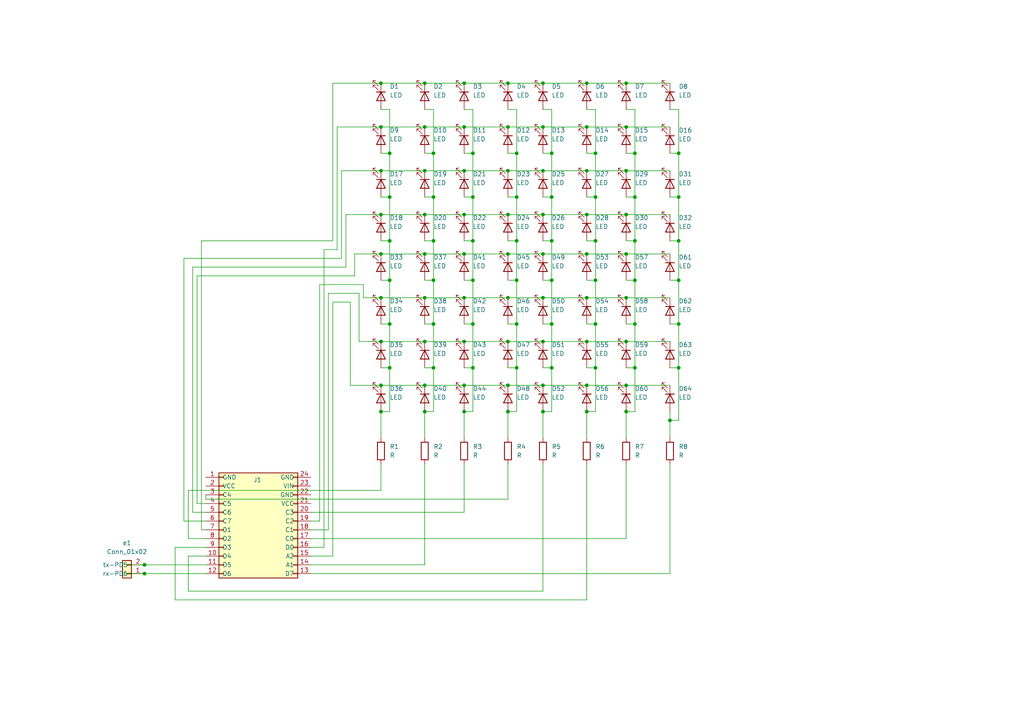
<source format=kicad_sch>
(kicad_sch
	(version 20250114)
	(generator "eeschema")
	(generator_version "9.0")
	(uuid "21080099-f265-4852-8897-8a2c27dc9dc2")
	(paper "A4")
	(lib_symbols
		(symbol "Connector_Generic:Conn_01x02"
			(pin_names
				(offset 1.016)
			)
			(exclude_from_sim no)
			(in_bom yes)
			(on_board yes)
			(property "Reference" "e"
				(at 0 -8.89 0)
				(effects
					(font
						(size 1.27 1.27)
					)
				)
			)
			(property "Value" "Conn_01x02"
				(at 0 -6.35 0)
				(effects
					(font
						(size 1.27 1.27)
					)
				)
			)
			(property "Footprint" ""
				(at 0 0 0)
				(effects
					(font
						(size 1.27 1.27)
					)
					(hide yes)
				)
			)
			(property "Datasheet" "~"
				(at 0 0 0)
				(effects
					(font
						(size 1.27 1.27)
					)
					(hide yes)
				)
			)
			(property "Description" "Generic connector, single row, 01x02, script generated (kicad-library-utils/schlib/autogen/connector/)"
				(at 0 0 0)
				(effects
					(font
						(size 1.27 1.27)
					)
					(hide yes)
				)
			)
			(property "ki_keywords" "connector"
				(at 0 0 0)
				(effects
					(font
						(size 1.27 1.27)
					)
					(hide yes)
				)
			)
			(property "ki_fp_filters" "Connector*:*_1x??_*"
				(at 0 0 0)
				(effects
					(font
						(size 1.27 1.27)
					)
					(hide yes)
				)
			)
			(symbol "Conn_01x02_1_1"
				(rectangle
					(start -1.27 1.27)
					(end 1.27 -3.81)
					(stroke
						(width 0.254)
						(type default)
					)
					(fill
						(type background)
					)
				)
				(rectangle
					(start -1.27 0.127)
					(end 0 -0.127)
					(stroke
						(width 0.1524)
						(type default)
					)
					(fill
						(type none)
					)
				)
				(rectangle
					(start -1.27 -2.413)
					(end 0 -2.667)
					(stroke
						(width 0.1524)
						(type default)
					)
					(fill
						(type none)
					)
				)
				(pin passive line
					(at -5.08 0 0)
					(length 3.81)
					(name "rx-PD6"
						(effects
							(font
								(size 1.27 1.27)
							)
						)
					)
					(number "1"
						(effects
							(font
								(size 1.27 1.27)
							)
						)
					)
				)
				(pin passive line
					(at -5.08 -2.54 0)
					(length 3.81)
					(name "tx-PD5"
						(effects
							(font
								(size 1.27 1.27)
							)
						)
					)
					(number "2"
						(effects
							(font
								(size 1.27 1.27)
							)
						)
					)
				)
			)
			(embedded_fonts no)
		)
		(symbol "Connector_Generic:Conn_02x12_Counter_Clockwise"
			(pin_names
				(offset 1.016)
			)
			(exclude_from_sim no)
			(in_bom yes)
			(on_board yes)
			(property "Reference" "J1"
				(at -2.286 17.272 0)
				(effects
					(font
						(size 1.27 1.27)
					)
				)
			)
			(property "Value" "Conn_02x12_Counter_Clockwise"
				(at 0.508 -25.908 0)
				(effects
					(font
						(size 1.27 1.27)
					)
				)
			)
			(property "Footprint" "Library:ch32v003weact_SolderPad_15.24mm"
				(at -8.89 -22.352 0)
				(effects
					(font
						(size 1.27 1.27)
					)
					(hide yes)
				)
			)
			(property "Datasheet" "~"
				(at -10.16 1.27 0)
				(effects
					(font
						(size 1.27 1.27)
					)
					(hide yes)
				)
			)
			(property "Description" "Generic connector, double row, 02x12, counter clockwise pin numbering scheme (similar to DIP package numbering), script generated (kicad-library-utils/schlib/autogen/connector/)"
				(at -0.254 -19.812 0)
				(effects
					(font
						(size 1.27 1.27)
					)
					(hide yes)
				)
			)
			(property "ki_keywords" "connector"
				(at 0 0 0)
				(effects
					(font
						(size 1.27 1.27)
					)
					(hide yes)
				)
			)
			(property "ki_fp_filters" "Connector*:*_2x??_*"
				(at 0 0 0)
				(effects
					(font
						(size 1.27 1.27)
					)
					(hide yes)
				)
			)
			(symbol "Conn_02x12_Counter_Clockwise_1_1"
				(rectangle
					(start -11.43 15.24)
					(end 11.43 -15.24)
					(stroke
						(width 0.254)
						(type default)
					)
					(fill
						(type background)
					)
				)
				(rectangle
					(start -11.43 14.097)
					(end -10.16 13.843)
					(stroke
						(width 0.1524)
						(type default)
					)
					(fill
						(type none)
					)
				)
				(rectangle
					(start -11.43 11.557)
					(end -10.16 11.303)
					(stroke
						(width 0.1524)
						(type default)
					)
					(fill
						(type none)
					)
				)
				(rectangle
					(start -11.43 9.017)
					(end -10.16 8.763)
					(stroke
						(width 0.1524)
						(type default)
					)
					(fill
						(type none)
					)
				)
				(rectangle
					(start -11.43 6.477)
					(end -10.16 6.223)
					(stroke
						(width 0.1524)
						(type default)
					)
					(fill
						(type none)
					)
				)
				(rectangle
					(start -11.43 3.937)
					(end -10.16 3.683)
					(stroke
						(width 0.1524)
						(type default)
					)
					(fill
						(type none)
					)
				)
				(rectangle
					(start -11.43 1.397)
					(end -10.16 1.143)
					(stroke
						(width 0.1524)
						(type default)
					)
					(fill
						(type none)
					)
				)
				(rectangle
					(start -11.43 -1.143)
					(end -10.16 -1.397)
					(stroke
						(width 0.1524)
						(type default)
					)
					(fill
						(type none)
					)
				)
				(rectangle
					(start -11.43 -3.683)
					(end -10.16 -3.937)
					(stroke
						(width 0.1524)
						(type default)
					)
					(fill
						(type none)
					)
				)
				(rectangle
					(start -11.43 -6.223)
					(end -10.16 -6.477)
					(stroke
						(width 0.1524)
						(type default)
					)
					(fill
						(type none)
					)
				)
				(rectangle
					(start -11.43 -8.763)
					(end -10.16 -9.017)
					(stroke
						(width 0.1524)
						(type default)
					)
					(fill
						(type none)
					)
				)
				(rectangle
					(start -11.43 -11.303)
					(end -10.16 -11.557)
					(stroke
						(width 0.1524)
						(type default)
					)
					(fill
						(type none)
					)
				)
				(rectangle
					(start -11.43 -13.843)
					(end -10.16 -14.097)
					(stroke
						(width 0.1524)
						(type default)
					)
					(fill
						(type none)
					)
				)
				(rectangle
					(start 11.43 14.097)
					(end 10.16 13.843)
					(stroke
						(width 0.1524)
						(type default)
					)
					(fill
						(type none)
					)
				)
				(rectangle
					(start 11.43 11.557)
					(end 10.16 11.303)
					(stroke
						(width 0.1524)
						(type default)
					)
					(fill
						(type none)
					)
				)
				(rectangle
					(start 11.43 9.017)
					(end 10.16 8.763)
					(stroke
						(width 0.1524)
						(type default)
					)
					(fill
						(type none)
					)
				)
				(rectangle
					(start 11.43 6.477)
					(end 10.16 6.223)
					(stroke
						(width 0.1524)
						(type default)
					)
					(fill
						(type none)
					)
				)
				(rectangle
					(start 11.43 3.937)
					(end 10.16 3.683)
					(stroke
						(width 0.1524)
						(type default)
					)
					(fill
						(type none)
					)
				)
				(rectangle
					(start 11.43 1.397)
					(end 10.16 1.143)
					(stroke
						(width 0.1524)
						(type default)
					)
					(fill
						(type none)
					)
				)
				(rectangle
					(start 11.43 -1.143)
					(end 10.16 -1.397)
					(stroke
						(width 0.1524)
						(type default)
					)
					(fill
						(type none)
					)
				)
				(rectangle
					(start 11.43 -3.683)
					(end 10.16 -3.937)
					(stroke
						(width 0.1524)
						(type default)
					)
					(fill
						(type none)
					)
				)
				(rectangle
					(start 11.43 -6.223)
					(end 10.16 -6.477)
					(stroke
						(width 0.1524)
						(type default)
					)
					(fill
						(type none)
					)
				)
				(rectangle
					(start 11.43 -8.763)
					(end 10.16 -9.017)
					(stroke
						(width 0.1524)
						(type default)
					)
					(fill
						(type none)
					)
				)
				(rectangle
					(start 11.43 -11.303)
					(end 10.16 -11.557)
					(stroke
						(width 0.1524)
						(type default)
					)
					(fill
						(type none)
					)
				)
				(rectangle
					(start 11.43 -13.843)
					(end 10.16 -14.097)
					(stroke
						(width 0.1524)
						(type default)
					)
					(fill
						(type none)
					)
				)
				(pin passive line
					(at -15.24 13.97 0)
					(length 3.81)
					(name "GND"
						(effects
							(font
								(size 1.27 1.27)
							)
						)
					)
					(number "1"
						(effects
							(font
								(size 1.27 1.27)
							)
						)
					)
				)
				(pin passive line
					(at -15.24 11.43 0)
					(length 3.81)
					(name "VCC"
						(effects
							(font
								(size 1.27 1.27)
							)
						)
					)
					(number "2"
						(effects
							(font
								(size 1.27 1.27)
							)
						)
					)
				)
				(pin passive line
					(at -15.24 8.89 0)
					(length 3.81)
					(name "C4"
						(effects
							(font
								(size 1.27 1.27)
							)
						)
					)
					(number "3"
						(effects
							(font
								(size 1.27 1.27)
							)
						)
					)
				)
				(pin passive line
					(at -15.24 6.35 0)
					(length 3.81)
					(name "C5"
						(effects
							(font
								(size 1.27 1.27)
							)
						)
					)
					(number "4"
						(effects
							(font
								(size 1.27 1.27)
							)
						)
					)
				)
				(pin passive line
					(at -15.24 3.81 0)
					(length 3.81)
					(name "C6"
						(effects
							(font
								(size 1.27 1.27)
							)
						)
					)
					(number "5"
						(effects
							(font
								(size 1.27 1.27)
							)
						)
					)
				)
				(pin passive line
					(at -15.24 1.27 0)
					(length 3.81)
					(name "C7"
						(effects
							(font
								(size 1.27 1.27)
							)
						)
					)
					(number "6"
						(effects
							(font
								(size 1.27 1.27)
							)
						)
					)
				)
				(pin passive line
					(at -15.24 -1.27 0)
					(length 3.81)
					(name "D1"
						(effects
							(font
								(size 1.27 1.27)
							)
						)
					)
					(number "7"
						(effects
							(font
								(size 1.27 1.27)
							)
						)
					)
				)
				(pin passive line
					(at -15.24 -3.81 0)
					(length 3.81)
					(name "D2"
						(effects
							(font
								(size 1.27 1.27)
							)
						)
					)
					(number "8"
						(effects
							(font
								(size 1.27 1.27)
							)
						)
					)
				)
				(pin passive line
					(at -15.24 -6.35 0)
					(length 3.81)
					(name "D3"
						(effects
							(font
								(size 1.27 1.27)
							)
						)
					)
					(number "9"
						(effects
							(font
								(size 1.27 1.27)
							)
						)
					)
				)
				(pin passive line
					(at -15.24 -8.89 0)
					(length 3.81)
					(name "D4"
						(effects
							(font
								(size 1.27 1.27)
							)
						)
					)
					(number "10"
						(effects
							(font
								(size 1.27 1.27)
							)
						)
					)
				)
				(pin passive line
					(at -15.24 -11.43 0)
					(length 3.81)
					(name "D5"
						(effects
							(font
								(size 1.27 1.27)
							)
						)
					)
					(number "11"
						(effects
							(font
								(size 1.27 1.27)
							)
						)
					)
				)
				(pin passive line
					(at -15.24 -13.97 0)
					(length 3.81)
					(name "D6"
						(effects
							(font
								(size 1.27 1.27)
							)
						)
					)
					(number "12"
						(effects
							(font
								(size 1.27 1.27)
							)
						)
					)
				)
				(pin passive line
					(at 15.24 13.97 180)
					(length 3.81)
					(name "GND"
						(effects
							(font
								(size 1.27 1.27)
							)
						)
					)
					(number "24"
						(effects
							(font
								(size 1.27 1.27)
							)
						)
					)
				)
				(pin passive line
					(at 15.24 11.43 180)
					(length 3.81)
					(name "VIN"
						(effects
							(font
								(size 1.27 1.27)
							)
						)
					)
					(number "23"
						(effects
							(font
								(size 1.27 1.27)
							)
						)
					)
				)
				(pin passive line
					(at 15.24 8.89 180)
					(length 3.81)
					(name "GND"
						(effects
							(font
								(size 1.27 1.27)
							)
						)
					)
					(number "22"
						(effects
							(font
								(size 1.27 1.27)
							)
						)
					)
				)
				(pin passive line
					(at 15.24 6.35 180)
					(length 3.81)
					(name "VCC"
						(effects
							(font
								(size 1.27 1.27)
							)
						)
					)
					(number "21"
						(effects
							(font
								(size 1.27 1.27)
							)
						)
					)
				)
				(pin passive line
					(at 15.24 3.81 180)
					(length 3.81)
					(name "C3"
						(effects
							(font
								(size 1.27 1.27)
							)
						)
					)
					(number "20"
						(effects
							(font
								(size 1.27 1.27)
							)
						)
					)
				)
				(pin passive line
					(at 15.24 1.27 180)
					(length 3.81)
					(name "C2"
						(effects
							(font
								(size 1.27 1.27)
							)
						)
					)
					(number "19"
						(effects
							(font
								(size 1.27 1.27)
							)
						)
					)
				)
				(pin passive line
					(at 15.24 -1.27 180)
					(length 3.81)
					(name "C1"
						(effects
							(font
								(size 1.27 1.27)
							)
						)
					)
					(number "18"
						(effects
							(font
								(size 1.27 1.27)
							)
						)
					)
				)
				(pin passive line
					(at 15.24 -3.81 180)
					(length 3.81)
					(name "C0"
						(effects
							(font
								(size 1.27 1.27)
							)
						)
					)
					(number "17"
						(effects
							(font
								(size 1.27 1.27)
							)
						)
					)
				)
				(pin passive line
					(at 15.24 -6.35 180)
					(length 3.81)
					(name "D0"
						(effects
							(font
								(size 1.27 1.27)
							)
						)
					)
					(number "16"
						(effects
							(font
								(size 1.27 1.27)
							)
						)
					)
				)
				(pin passive line
					(at 15.24 -8.89 180)
					(length 3.81)
					(name "A2"
						(effects
							(font
								(size 1.27 1.27)
							)
						)
					)
					(number "15"
						(effects
							(font
								(size 1.27 1.27)
							)
						)
					)
				)
				(pin passive line
					(at 15.24 -11.43 180)
					(length 3.81)
					(name "A1"
						(effects
							(font
								(size 1.27 1.27)
							)
						)
					)
					(number "14"
						(effects
							(font
								(size 1.27 1.27)
							)
						)
					)
				)
				(pin passive line
					(at 15.24 -13.97 180)
					(length 3.81)
					(name "D7"
						(effects
							(font
								(size 1.27 1.27)
							)
						)
					)
					(number "13"
						(effects
							(font
								(size 1.27 1.27)
							)
						)
					)
				)
			)
			(embedded_fonts no)
		)
		(symbol "Device:LED"
			(pin_numbers
				(hide yes)
			)
			(pin_names
				(offset 1.016)
				(hide yes)
			)
			(exclude_from_sim no)
			(in_bom yes)
			(on_board yes)
			(property "Reference" "D"
				(at 0 2.54 0)
				(effects
					(font
						(size 1.27 1.27)
					)
				)
			)
			(property "Value" "LED"
				(at 0 -2.54 0)
				(effects
					(font
						(size 1.27 1.27)
					)
				)
			)
			(property "Footprint" ""
				(at 0 0 0)
				(effects
					(font
						(size 1.27 1.27)
					)
					(hide yes)
				)
			)
			(property "Datasheet" "~"
				(at 0 0 0)
				(effects
					(font
						(size 1.27 1.27)
					)
					(hide yes)
				)
			)
			(property "Description" "Light emitting diode"
				(at 0 0 0)
				(effects
					(font
						(size 1.27 1.27)
					)
					(hide yes)
				)
			)
			(property "Sim.Pins" "1=K 2=A"
				(at 0 0 0)
				(effects
					(font
						(size 1.27 1.27)
					)
					(hide yes)
				)
			)
			(property "ki_keywords" "LED diode"
				(at 0 0 0)
				(effects
					(font
						(size 1.27 1.27)
					)
					(hide yes)
				)
			)
			(property "ki_fp_filters" "LED* LED_SMD:* LED_THT:*"
				(at 0 0 0)
				(effects
					(font
						(size 1.27 1.27)
					)
					(hide yes)
				)
			)
			(symbol "LED_0_1"
				(polyline
					(pts
						(xy -3.048 -0.762) (xy -4.572 -2.286) (xy -3.81 -2.286) (xy -4.572 -2.286) (xy -4.572 -1.524)
					)
					(stroke
						(width 0)
						(type default)
					)
					(fill
						(type none)
					)
				)
				(polyline
					(pts
						(xy -1.778 -0.762) (xy -3.302 -2.286) (xy -2.54 -2.286) (xy -3.302 -2.286) (xy -3.302 -1.524)
					)
					(stroke
						(width 0)
						(type default)
					)
					(fill
						(type none)
					)
				)
				(polyline
					(pts
						(xy -1.27 0) (xy 1.27 0)
					)
					(stroke
						(width 0)
						(type default)
					)
					(fill
						(type none)
					)
				)
				(polyline
					(pts
						(xy -1.27 -1.27) (xy -1.27 1.27)
					)
					(stroke
						(width 0.254)
						(type default)
					)
					(fill
						(type none)
					)
				)
				(polyline
					(pts
						(xy 1.27 -1.27) (xy 1.27 1.27) (xy -1.27 0) (xy 1.27 -1.27)
					)
					(stroke
						(width 0.254)
						(type default)
					)
					(fill
						(type none)
					)
				)
			)
			(symbol "LED_1_1"
				(pin passive line
					(at -3.81 0 0)
					(length 2.54)
					(name "K"
						(effects
							(font
								(size 1.27 1.27)
							)
						)
					)
					(number "1"
						(effects
							(font
								(size 1.27 1.27)
							)
						)
					)
				)
				(pin passive line
					(at 3.81 0 180)
					(length 2.54)
					(name "A"
						(effects
							(font
								(size 1.27 1.27)
							)
						)
					)
					(number "2"
						(effects
							(font
								(size 1.27 1.27)
							)
						)
					)
				)
			)
			(embedded_fonts no)
		)
		(symbol "Device:R"
			(pin_numbers
				(hide yes)
			)
			(pin_names
				(offset 0)
			)
			(exclude_from_sim no)
			(in_bom yes)
			(on_board yes)
			(property "Reference" "R"
				(at 2.032 0 90)
				(effects
					(font
						(size 1.27 1.27)
					)
				)
			)
			(property "Value" "R"
				(at 0 0 90)
				(effects
					(font
						(size 1.27 1.27)
					)
				)
			)
			(property "Footprint" ""
				(at -1.778 0 90)
				(effects
					(font
						(size 1.27 1.27)
					)
					(hide yes)
				)
			)
			(property "Datasheet" "~"
				(at 0 0 0)
				(effects
					(font
						(size 1.27 1.27)
					)
					(hide yes)
				)
			)
			(property "Description" "Resistor"
				(at 0 0 0)
				(effects
					(font
						(size 1.27 1.27)
					)
					(hide yes)
				)
			)
			(property "ki_keywords" "R res resistor"
				(at 0 0 0)
				(effects
					(font
						(size 1.27 1.27)
					)
					(hide yes)
				)
			)
			(property "ki_fp_filters" "R_*"
				(at 0 0 0)
				(effects
					(font
						(size 1.27 1.27)
					)
					(hide yes)
				)
			)
			(symbol "R_0_1"
				(rectangle
					(start -1.016 -2.54)
					(end 1.016 2.54)
					(stroke
						(width 0.254)
						(type default)
					)
					(fill
						(type none)
					)
				)
			)
			(symbol "R_1_1"
				(pin passive line
					(at 0 3.81 270)
					(length 1.27)
					(name "~"
						(effects
							(font
								(size 1.27 1.27)
							)
						)
					)
					(number "1"
						(effects
							(font
								(size 1.27 1.27)
							)
						)
					)
				)
				(pin passive line
					(at 0 -3.81 90)
					(length 1.27)
					(name "~"
						(effects
							(font
								(size 1.27 1.27)
							)
						)
					)
					(number "2"
						(effects
							(font
								(size 1.27 1.27)
							)
						)
					)
				)
			)
			(embedded_fonts no)
		)
	)
	(junction
		(at 110.49 36.83)
		(diameter 0)
		(color 0 0 0 0)
		(uuid "04d10c46-64b7-443e-b9ce-fdbf3f03dae8")
	)
	(junction
		(at 196.85 106.68)
		(diameter 0)
		(color 0 0 0 0)
		(uuid "0577bd5c-1b20-41dd-b53f-4e0abfcaf9a8")
	)
	(junction
		(at 160.02 69.85)
		(diameter 0)
		(color 0 0 0 0)
		(uuid "05f8fd28-aa4a-41c6-a04f-5bba9c97ee3d")
	)
	(junction
		(at 170.18 111.76)
		(diameter 0)
		(color 0 0 0 0)
		(uuid "0cc3fb71-973c-40ae-9899-db39323ea039")
	)
	(junction
		(at 147.32 119.38)
		(diameter 0)
		(color 0 0 0 0)
		(uuid "0cf5815a-097d-4ef4-b562-b5e0513fac8f")
	)
	(junction
		(at 137.16 81.28)
		(diameter 0)
		(color 0 0 0 0)
		(uuid "109e91a7-6655-4538-a7c7-0ce8046bc97d")
	)
	(junction
		(at 123.19 62.23)
		(diameter 0)
		(color 0 0 0 0)
		(uuid "10d5442a-fa2c-49fd-a7e2-2e7d31856eba")
	)
	(junction
		(at 147.32 73.66)
		(diameter 0)
		(color 0 0 0 0)
		(uuid "12f27589-d5fd-42d9-b1e4-1fcd9baef092")
	)
	(junction
		(at 123.19 119.38)
		(diameter 0)
		(color 0 0 0 0)
		(uuid "13f27583-2336-41b3-93d9-1fc7c5771f80")
	)
	(junction
		(at 113.03 93.98)
		(diameter 0)
		(color 0 0 0 0)
		(uuid "1bb2d85a-aa0a-459f-be60-1a45a9ea2400")
	)
	(junction
		(at 134.62 111.76)
		(diameter 0)
		(color 0 0 0 0)
		(uuid "1d4f54f9-86f8-4f30-90e8-5a24c3df8c1e")
	)
	(junction
		(at 181.61 119.38)
		(diameter 0)
		(color 0 0 0 0)
		(uuid "1f518530-8520-4ee2-8f0e-4505aeb7ed37")
	)
	(junction
		(at 170.18 62.23)
		(diameter 0)
		(color 0 0 0 0)
		(uuid "1fa47e88-78bb-4739-8680-b8db772a497f")
	)
	(junction
		(at 147.32 24.13)
		(diameter 0)
		(color 0 0 0 0)
		(uuid "200f6326-3299-4c54-9343-4ab49f079c1f")
	)
	(junction
		(at 184.15 81.28)
		(diameter 0)
		(color 0 0 0 0)
		(uuid "22d8398e-8ccc-49d3-9db0-d9e2b83e5dc4")
	)
	(junction
		(at 181.61 49.53)
		(diameter 0)
		(color 0 0 0 0)
		(uuid "23054093-d9ab-4681-8c52-f37ecb58696a")
	)
	(junction
		(at 196.85 81.28)
		(diameter 0)
		(color 0 0 0 0)
		(uuid "2880d766-7251-474f-98f1-45995a4629d8")
	)
	(junction
		(at 113.03 106.68)
		(diameter 0)
		(color 0 0 0 0)
		(uuid "2a9383e8-18ee-42c0-b0f0-17418fb0955d")
	)
	(junction
		(at 125.73 93.98)
		(diameter 0)
		(color 0 0 0 0)
		(uuid "2b80a3df-f5ba-453c-9cf0-1f3636d6408e")
	)
	(junction
		(at 196.85 44.45)
		(diameter 0)
		(color 0 0 0 0)
		(uuid "2c9fd2c7-6629-425e-8ed0-1a0fe0511b66")
	)
	(junction
		(at 134.62 99.06)
		(diameter 0)
		(color 0 0 0 0)
		(uuid "2f83f77e-92c5-4aaf-9e74-0610503625bc")
	)
	(junction
		(at 41.91 163.83)
		(diameter 0)
		(color 0 0 0 0)
		(uuid "34cdb1a0-54c7-43bf-aa00-3bfba9a010a2")
	)
	(junction
		(at 147.32 86.36)
		(diameter 0)
		(color 0 0 0 0)
		(uuid "3504def9-11d4-4bbf-939f-6fefaf80228c")
	)
	(junction
		(at 123.19 73.66)
		(diameter 0)
		(color 0 0 0 0)
		(uuid "35a6a4b9-dcf4-489e-b811-f0daab71c8c9")
	)
	(junction
		(at 181.61 99.06)
		(diameter 0)
		(color 0 0 0 0)
		(uuid "3663bb0e-1b85-4c74-94df-dd2da55a3aaa")
	)
	(junction
		(at 137.16 106.68)
		(diameter 0)
		(color 0 0 0 0)
		(uuid "36fbf726-1ef5-4e8a-8c66-ca591f450579")
	)
	(junction
		(at 147.32 62.23)
		(diameter 0)
		(color 0 0 0 0)
		(uuid "3986521d-6f21-408b-9334-7ffa89712b48")
	)
	(junction
		(at 184.15 44.45)
		(diameter 0)
		(color 0 0 0 0)
		(uuid "3bf79544-88a4-4205-b0d8-7f949fac4ca0")
	)
	(junction
		(at 147.32 49.53)
		(diameter 0)
		(color 0 0 0 0)
		(uuid "3cb00317-075a-4e74-91e6-9b65dc282eb7")
	)
	(junction
		(at 194.31 121.92)
		(diameter 0)
		(color 0 0 0 0)
		(uuid "43003807-de2b-4bd0-9a82-263f18b7911d")
	)
	(junction
		(at 149.86 57.15)
		(diameter 0)
		(color 0 0 0 0)
		(uuid "46338572-a906-41af-9266-0a21778931e5")
	)
	(junction
		(at 137.16 69.85)
		(diameter 0)
		(color 0 0 0 0)
		(uuid "46c0d7d2-3bbc-4125-97c2-5f40281f40f1")
	)
	(junction
		(at 110.49 99.06)
		(diameter 0)
		(color 0 0 0 0)
		(uuid "46c84b9c-2bbc-4a6e-af05-02cca08e6346")
	)
	(junction
		(at 149.86 106.68)
		(diameter 0)
		(color 0 0 0 0)
		(uuid "489012d7-9cac-4000-84f3-6c97632b21e5")
	)
	(junction
		(at 160.02 106.68)
		(diameter 0)
		(color 0 0 0 0)
		(uuid "49a662d2-e468-472c-9197-9b9fb64c06a3")
	)
	(junction
		(at 123.19 49.53)
		(diameter 0)
		(color 0 0 0 0)
		(uuid "4b27c384-bca4-496d-b776-28df62cd677d")
	)
	(junction
		(at 123.19 111.76)
		(diameter 0)
		(color 0 0 0 0)
		(uuid "4f0955b5-3c81-4999-955e-d3ddf6606502")
	)
	(junction
		(at 170.18 86.36)
		(diameter 0)
		(color 0 0 0 0)
		(uuid "4fbc7820-4865-47ec-ade0-ec16a1d8bc2b")
	)
	(junction
		(at 134.62 73.66)
		(diameter 0)
		(color 0 0 0 0)
		(uuid "516842ea-78d6-4da8-97f7-b27454ff5c00")
	)
	(junction
		(at 125.73 69.85)
		(diameter 0)
		(color 0 0 0 0)
		(uuid "527e6c0b-33c3-44aa-8575-e257a2b8685d")
	)
	(junction
		(at 172.72 81.28)
		(diameter 0)
		(color 0 0 0 0)
		(uuid "54a48758-604b-49d5-9d17-02d4e8c4d259")
	)
	(junction
		(at 113.03 44.45)
		(diameter 0)
		(color 0 0 0 0)
		(uuid "55ec4aa5-b8d7-4785-9375-ef8cb0ae27df")
	)
	(junction
		(at 123.19 86.36)
		(diameter 0)
		(color 0 0 0 0)
		(uuid "591139a2-6b27-408e-a504-5e660e63cfc6")
	)
	(junction
		(at 113.03 57.15)
		(diameter 0)
		(color 0 0 0 0)
		(uuid "5ebaeb2b-9c33-4e82-bbcc-bc4c902140a9")
	)
	(junction
		(at 170.18 36.83)
		(diameter 0)
		(color 0 0 0 0)
		(uuid "6166f76b-19c7-41a0-bd3d-bfec8d211964")
	)
	(junction
		(at 172.72 93.98)
		(diameter 0)
		(color 0 0 0 0)
		(uuid "62d8b1a2-7872-41dd-bdd0-aad90eaaa403")
	)
	(junction
		(at 160.02 44.45)
		(diameter 0)
		(color 0 0 0 0)
		(uuid "67d98e01-67f3-4f00-8a29-aa407f688a11")
	)
	(junction
		(at 137.16 93.98)
		(diameter 0)
		(color 0 0 0 0)
		(uuid "6c8842cd-33b0-4d41-9117-867c65b44b82")
	)
	(junction
		(at 123.19 24.13)
		(diameter 0)
		(color 0 0 0 0)
		(uuid "6e7a64f8-7392-44ec-8578-b4f9f8ddfb8c")
	)
	(junction
		(at 113.03 69.85)
		(diameter 0)
		(color 0 0 0 0)
		(uuid "6ed21f51-f37e-42a3-b780-5c142739efaa")
	)
	(junction
		(at 125.73 106.68)
		(diameter 0)
		(color 0 0 0 0)
		(uuid "6f103bbd-c6a7-4576-bed8-3451e2d6b696")
	)
	(junction
		(at 196.85 57.15)
		(diameter 0)
		(color 0 0 0 0)
		(uuid "77d189ef-a3be-4e44-a5dd-abaf0056a317")
	)
	(junction
		(at 157.48 36.83)
		(diameter 0)
		(color 0 0 0 0)
		(uuid "7b86f19f-13e8-4caa-9ada-b4c27f394b11")
	)
	(junction
		(at 110.49 73.66)
		(diameter 0)
		(color 0 0 0 0)
		(uuid "7ef81bec-1629-4ca1-9b0c-85f4e5196bde")
	)
	(junction
		(at 125.73 57.15)
		(diameter 0)
		(color 0 0 0 0)
		(uuid "7fa48ee5-9a96-44e2-814c-e669d6e58adf")
	)
	(junction
		(at 134.62 62.23)
		(diameter 0)
		(color 0 0 0 0)
		(uuid "7fd0510b-c329-4e6b-bbfd-f745ed326e62")
	)
	(junction
		(at 172.72 106.68)
		(diameter 0)
		(color 0 0 0 0)
		(uuid "80715212-96f7-4c02-838f-f529c8e45fa7")
	)
	(junction
		(at 157.48 49.53)
		(diameter 0)
		(color 0 0 0 0)
		(uuid "827c04ee-d00e-4d1d-aef6-2b773b7c71a9")
	)
	(junction
		(at 172.72 44.45)
		(diameter 0)
		(color 0 0 0 0)
		(uuid "866aca10-ea7d-43ce-b8c2-dfa99668b68f")
	)
	(junction
		(at 181.61 36.83)
		(diameter 0)
		(color 0 0 0 0)
		(uuid "86810d60-612c-466c-ad10-7dbc1daed3af")
	)
	(junction
		(at 170.18 49.53)
		(diameter 0)
		(color 0 0 0 0)
		(uuid "881b2329-2d10-4c70-b1a1-dc462918a390")
	)
	(junction
		(at 160.02 93.98)
		(diameter 0)
		(color 0 0 0 0)
		(uuid "892ae17f-950a-4b8d-b62c-ca1c9e9e9aad")
	)
	(junction
		(at 137.16 44.45)
		(diameter 0)
		(color 0 0 0 0)
		(uuid "89f21d66-0edf-4faf-933b-0066bd0c4605")
	)
	(junction
		(at 157.48 111.76)
		(diameter 0)
		(color 0 0 0 0)
		(uuid "8d481597-4e6d-4997-bfb9-5842be1fc0fc")
	)
	(junction
		(at 181.61 73.66)
		(diameter 0)
		(color 0 0 0 0)
		(uuid "90ea4bed-5293-4966-b1cf-a0f718a403a7")
	)
	(junction
		(at 170.18 119.38)
		(diameter 0)
		(color 0 0 0 0)
		(uuid "95c917e1-4d9c-4cdc-8f4e-30f4cc103d15")
	)
	(junction
		(at 41.91 166.37)
		(diameter 0)
		(color 0 0 0 0)
		(uuid "990ee9fa-93e5-4a15-be90-a071056965b7")
	)
	(junction
		(at 134.62 49.53)
		(diameter 0)
		(color 0 0 0 0)
		(uuid "9970c6fb-4e0c-452c-867f-ca5084e668e8")
	)
	(junction
		(at 110.49 62.23)
		(diameter 0)
		(color 0 0 0 0)
		(uuid "99d1b26b-63a2-427f-b099-953b62818309")
	)
	(junction
		(at 110.49 49.53)
		(diameter 0)
		(color 0 0 0 0)
		(uuid "9a181b5c-7ce6-44c4-9189-7ae1484ce20f")
	)
	(junction
		(at 160.02 57.15)
		(diameter 0)
		(color 0 0 0 0)
		(uuid "9a5416cb-92ef-490d-a90c-75c4108ceca0")
	)
	(junction
		(at 181.61 111.76)
		(diameter 0)
		(color 0 0 0 0)
		(uuid "9c483058-a554-4fd0-936a-f1d6588cd433")
	)
	(junction
		(at 170.18 24.13)
		(diameter 0)
		(color 0 0 0 0)
		(uuid "a0ba1895-094e-4438-9254-c64ba75bf882")
	)
	(junction
		(at 149.86 44.45)
		(diameter 0)
		(color 0 0 0 0)
		(uuid "a3dcdd5a-e54a-4ae6-b0e0-4ced8484d08f")
	)
	(junction
		(at 134.62 24.13)
		(diameter 0)
		(color 0 0 0 0)
		(uuid "a47af641-c0bf-404d-aac9-a5db6207a65b")
	)
	(junction
		(at 172.72 57.15)
		(diameter 0)
		(color 0 0 0 0)
		(uuid "a655372d-5a19-41a7-83c6-4cf8061d5988")
	)
	(junction
		(at 134.62 86.36)
		(diameter 0)
		(color 0 0 0 0)
		(uuid "a99eaaa6-a6f8-40df-81f6-a1875fc7fc33")
	)
	(junction
		(at 110.49 111.76)
		(diameter 0)
		(color 0 0 0 0)
		(uuid "ab784e7e-cdb8-41f7-8b83-a06ff306893d")
	)
	(junction
		(at 172.72 69.85)
		(diameter 0)
		(color 0 0 0 0)
		(uuid "adb3ac64-8a26-48e8-b338-ebba0ac2c9a1")
	)
	(junction
		(at 170.18 73.66)
		(diameter 0)
		(color 0 0 0 0)
		(uuid "b24ca3f3-7a23-4428-aa46-a8ee044c77ee")
	)
	(junction
		(at 157.48 99.06)
		(diameter 0)
		(color 0 0 0 0)
		(uuid "b4ef5614-64a6-4004-8359-8efd60036905")
	)
	(junction
		(at 137.16 57.15)
		(diameter 0)
		(color 0 0 0 0)
		(uuid "b67699e0-5213-4c9f-a6d5-04e90006bea6")
	)
	(junction
		(at 157.48 62.23)
		(diameter 0)
		(color 0 0 0 0)
		(uuid "b6c18da5-7f2a-4876-950a-ece9ffe410f2")
	)
	(junction
		(at 181.61 62.23)
		(diameter 0)
		(color 0 0 0 0)
		(uuid "b78e34f2-393e-4430-8fac-ae3962739023")
	)
	(junction
		(at 157.48 119.38)
		(diameter 0)
		(color 0 0 0 0)
		(uuid "b99a9234-ee36-4827-a416-40876b929043")
	)
	(junction
		(at 157.48 24.13)
		(diameter 0)
		(color 0 0 0 0)
		(uuid "bb5d45dc-c5cc-4f53-911b-0742e90975ea")
	)
	(junction
		(at 181.61 24.13)
		(diameter 0)
		(color 0 0 0 0)
		(uuid "bbc12712-5c4f-4924-9c02-a85c54e6e326")
	)
	(junction
		(at 196.85 93.98)
		(diameter 0)
		(color 0 0 0 0)
		(uuid "c0b0f285-5c5f-48bf-81ff-44edade6d0b8")
	)
	(junction
		(at 149.86 81.28)
		(diameter 0)
		(color 0 0 0 0)
		(uuid "c19fc9d4-1ae6-4d42-bbd0-462b021785ce")
	)
	(junction
		(at 147.32 99.06)
		(diameter 0)
		(color 0 0 0 0)
		(uuid "c1aefcc6-2759-496d-9a2e-f17277477057")
	)
	(junction
		(at 149.86 69.85)
		(diameter 0)
		(color 0 0 0 0)
		(uuid "c7d0a74b-d98c-40b3-82a5-2f990dec181c")
	)
	(junction
		(at 123.19 99.06)
		(diameter 0)
		(color 0 0 0 0)
		(uuid "c7e33757-c8ad-4c12-b6db-868e333e20d5")
	)
	(junction
		(at 184.15 93.98)
		(diameter 0)
		(color 0 0 0 0)
		(uuid "c9582715-11fb-47ec-b8c4-4ba44f7edf26")
	)
	(junction
		(at 157.48 73.66)
		(diameter 0)
		(color 0 0 0 0)
		(uuid "cab7fe41-088e-4569-b13b-1cb73a43e472")
	)
	(junction
		(at 125.73 81.28)
		(diameter 0)
		(color 0 0 0 0)
		(uuid "cc461f23-a7bb-42a7-919e-691025751df3")
	)
	(junction
		(at 181.61 86.36)
		(diameter 0)
		(color 0 0 0 0)
		(uuid "ccd07fb7-6034-4b6b-8c12-dfd839250c7d")
	)
	(junction
		(at 110.49 86.36)
		(diameter 0)
		(color 0 0 0 0)
		(uuid "cd98af75-f299-499c-be5e-f8f529e376da")
	)
	(junction
		(at 134.62 119.38)
		(diameter 0)
		(color 0 0 0 0)
		(uuid "d03bc201-bc50-4fd0-a9b4-99b93bd4e155")
	)
	(junction
		(at 149.86 93.98)
		(diameter 0)
		(color 0 0 0 0)
		(uuid "d085d891-4706-480a-b27c-a9b1a6e50950")
	)
	(junction
		(at 123.19 36.83)
		(diameter 0)
		(color 0 0 0 0)
		(uuid "d943526f-5578-4d76-8838-3c715a2637c7")
	)
	(junction
		(at 184.15 69.85)
		(diameter 0)
		(color 0 0 0 0)
		(uuid "da854510-f710-4c67-813d-fc4bc18563df")
	)
	(junction
		(at 110.49 24.13)
		(diameter 0)
		(color 0 0 0 0)
		(uuid "da8e7934-7e0b-4a27-8c06-0f3fe59489d1")
	)
	(junction
		(at 147.32 36.83)
		(diameter 0)
		(color 0 0 0 0)
		(uuid "db602d18-cda8-4a61-9a9e-3d4650a2cd6a")
	)
	(junction
		(at 134.62 36.83)
		(diameter 0)
		(color 0 0 0 0)
		(uuid "db7097ef-1995-429c-813b-ab41578b04cf")
	)
	(junction
		(at 157.48 86.36)
		(diameter 0)
		(color 0 0 0 0)
		(uuid "e8416419-ae35-4445-a564-8a28313b71df")
	)
	(junction
		(at 170.18 99.06)
		(diameter 0)
		(color 0 0 0 0)
		(uuid "eda9d2b7-d3a2-4470-a185-5b4c32f2b2fc")
	)
	(junction
		(at 147.32 111.76)
		(diameter 0)
		(color 0 0 0 0)
		(uuid "f0f505a0-82b3-4d04-96b3-7dbb3c33e29c")
	)
	(junction
		(at 110.49 119.38)
		(diameter 0)
		(color 0 0 0 0)
		(uuid "f1361d8d-5d8a-4cc7-a681-9c462c19db62")
	)
	(junction
		(at 160.02 81.28)
		(diameter 0)
		(color 0 0 0 0)
		(uuid "f145e2dc-d323-46e7-8c36-c39d7fc55933")
	)
	(junction
		(at 184.15 57.15)
		(diameter 0)
		(color 0 0 0 0)
		(uuid "f70631e7-46db-45f1-ac97-12ae0224c4f5")
	)
	(junction
		(at 196.85 69.85)
		(diameter 0)
		(color 0 0 0 0)
		(uuid "f90056eb-3c70-47bc-80fa-82fb94d90a8a")
	)
	(junction
		(at 125.73 44.45)
		(diameter 0)
		(color 0 0 0 0)
		(uuid "fa881836-9306-4034-a2d3-5a482086f7c6")
	)
	(junction
		(at 184.15 106.68)
		(diameter 0)
		(color 0 0 0 0)
		(uuid "fd2c34bd-7840-40b2-993d-0958ca5f69f2")
	)
	(junction
		(at 113.03 81.28)
		(diameter 0)
		(color 0 0 0 0)
		(uuid "fd930a8f-4621-4aae-8108-b1bdf7e5317f")
	)
	(wire
		(pts
			(xy 160.02 57.15) (xy 160.02 44.45)
		)
		(stroke
			(width 0)
			(type default)
		)
		(uuid "027d0a73-c025-4c91-9ccd-96d0e9322e30")
	)
	(wire
		(pts
			(xy 184.15 31.75) (xy 184.15 44.45)
		)
		(stroke
			(width 0)
			(type default)
		)
		(uuid "02cc0483-8c2c-4a1f-b6d2-effd8f26d47f")
	)
	(wire
		(pts
			(xy 57.15 80.01) (xy 102.87 80.01)
		)
		(stroke
			(width 0)
			(type default)
		)
		(uuid "03bfee45-dc71-4d63-8781-bc6f5766409f")
	)
	(wire
		(pts
			(xy 170.18 173.99) (xy 50.8 173.99)
		)
		(stroke
			(width 0)
			(type default)
		)
		(uuid "04a9dfa9-8108-42f4-bda9-b7985a1603bb")
	)
	(wire
		(pts
			(xy 36.83 163.83) (xy 41.91 163.83)
		)
		(stroke
			(width 0)
			(type default)
		)
		(uuid "04bfd78d-7e7f-4f63-8b3b-0b9061d7db8d")
	)
	(wire
		(pts
			(xy 125.73 81.28) (xy 125.73 69.85)
		)
		(stroke
			(width 0)
			(type default)
		)
		(uuid "05788d6d-69c5-48cc-963d-b9eb57be621c")
	)
	(wire
		(pts
			(xy 147.32 62.23) (xy 157.48 62.23)
		)
		(stroke
			(width 0)
			(type default)
		)
		(uuid "05ae11a9-e35d-4bf2-b5c5-ea3051166ad5")
	)
	(wire
		(pts
			(xy 149.86 81.28) (xy 147.32 81.28)
		)
		(stroke
			(width 0)
			(type default)
		)
		(uuid "0643c8db-c587-49f6-b3f3-a738591e7ab0")
	)
	(wire
		(pts
			(xy 113.03 69.85) (xy 113.03 57.15)
		)
		(stroke
			(width 0)
			(type default)
		)
		(uuid "0a00c040-e8bb-4e38-8995-5f16e8b7a68c")
	)
	(wire
		(pts
			(xy 170.18 134.62) (xy 170.18 173.99)
		)
		(stroke
			(width 0)
			(type default)
		)
		(uuid "0a1c4db2-2b4f-4bbe-b89e-cb097b5fa37a")
	)
	(wire
		(pts
			(xy 181.61 119.38) (xy 184.15 119.38)
		)
		(stroke
			(width 0)
			(type default)
		)
		(uuid "0adb0af2-f7a3-4bd7-a8a8-30cca448622a")
	)
	(wire
		(pts
			(xy 53.34 151.13) (xy 59.69 151.13)
		)
		(stroke
			(width 0)
			(type default)
		)
		(uuid "0b85fafc-de9b-4176-a95e-1018ad3d3a14")
	)
	(wire
		(pts
			(xy 157.48 86.36) (xy 170.18 86.36)
		)
		(stroke
			(width 0)
			(type default)
		)
		(uuid "0bd889c1-5f61-4e5b-878f-2ef95848601f")
	)
	(wire
		(pts
			(xy 90.17 161.29) (xy 96.52 161.29)
		)
		(stroke
			(width 0)
			(type default)
		)
		(uuid "0e5b3549-be92-465d-971e-518b7922fe10")
	)
	(wire
		(pts
			(xy 149.86 57.15) (xy 147.32 57.15)
		)
		(stroke
			(width 0)
			(type default)
		)
		(uuid "0f294e95-edc8-4920-85a4-8361651fa5ab")
	)
	(wire
		(pts
			(xy 149.86 31.75) (xy 147.32 31.75)
		)
		(stroke
			(width 0)
			(type default)
		)
		(uuid "0f2b89b5-7487-4cb7-8378-e9e18c97b028")
	)
	(wire
		(pts
			(xy 149.86 93.98) (xy 149.86 81.28)
		)
		(stroke
			(width 0)
			(type default)
		)
		(uuid "0fae94b2-f4e7-4e14-a844-fc84293985d5")
	)
	(wire
		(pts
			(xy 160.02 106.68) (xy 160.02 93.98)
		)
		(stroke
			(width 0)
			(type default)
		)
		(uuid "0fc52a7c-ba9e-46b8-89e1-385586ef4c21")
	)
	(wire
		(pts
			(xy 194.31 119.38) (xy 194.31 121.92)
		)
		(stroke
			(width 0)
			(type default)
		)
		(uuid "101b4963-4ba6-4805-a4d3-bd5093fe15c3")
	)
	(wire
		(pts
			(xy 147.32 73.66) (xy 157.48 73.66)
		)
		(stroke
			(width 0)
			(type default)
		)
		(uuid "13832598-17e0-40e6-9d28-3e9c467a7117")
	)
	(wire
		(pts
			(xy 181.61 62.23) (xy 194.31 62.23)
		)
		(stroke
			(width 0)
			(type default)
		)
		(uuid "13a93571-e736-41cc-8530-27f9d872c62f")
	)
	(wire
		(pts
			(xy 113.03 93.98) (xy 113.03 81.28)
		)
		(stroke
			(width 0)
			(type default)
		)
		(uuid "14867a74-df1d-4557-8330-eaadfbed1dfb")
	)
	(wire
		(pts
			(xy 181.61 73.66) (xy 194.31 73.66)
		)
		(stroke
			(width 0)
			(type default)
		)
		(uuid "15f48a4a-0999-4aea-b746-6fe642a8a6cc")
	)
	(wire
		(pts
			(xy 53.34 74.93) (xy 53.34 151.13)
		)
		(stroke
			(width 0)
			(type default)
		)
		(uuid "1824f176-ccf5-48ab-b37e-2e87b6e0f331")
	)
	(wire
		(pts
			(xy 99.06 49.53) (xy 110.49 49.53)
		)
		(stroke
			(width 0)
			(type default)
		)
		(uuid "1a42d8f7-738a-488c-b82b-75a038d5849b")
	)
	(wire
		(pts
			(xy 172.72 69.85) (xy 172.72 57.15)
		)
		(stroke
			(width 0)
			(type default)
		)
		(uuid "1b8d231b-cc54-4296-b026-7e32d4198c14")
	)
	(wire
		(pts
			(xy 181.61 119.38) (xy 181.61 127)
		)
		(stroke
			(width 0)
			(type default)
		)
		(uuid "1d46242a-a7d3-46f6-a0ad-8b7565382d7c")
	)
	(wire
		(pts
			(xy 137.16 81.28) (xy 137.16 69.85)
		)
		(stroke
			(width 0)
			(type default)
		)
		(uuid "1e539ade-b5a9-451d-bf34-f33c30ebe224")
	)
	(wire
		(pts
			(xy 157.48 24.13) (xy 170.18 24.13)
		)
		(stroke
			(width 0)
			(type default)
		)
		(uuid "1e945f04-3ee6-45cd-81a4-36d8a1811086")
	)
	(wire
		(pts
			(xy 194.31 166.37) (xy 90.17 166.37)
		)
		(stroke
			(width 0)
			(type default)
		)
		(uuid "229b7c5c-042a-4072-acd2-b4c407881398")
	)
	(wire
		(pts
			(xy 160.02 44.45) (xy 160.02 31.75)
		)
		(stroke
			(width 0)
			(type default)
		)
		(uuid "22ab27ff-384c-4d38-9847-92466aabb765")
	)
	(wire
		(pts
			(xy 58.42 153.67) (xy 59.69 153.67)
		)
		(stroke
			(width 0)
			(type default)
		)
		(uuid "22ce4b19-f447-4663-a4df-c7931bb22d31")
	)
	(wire
		(pts
			(xy 123.19 62.23) (xy 134.62 62.23)
		)
		(stroke
			(width 0)
			(type default)
		)
		(uuid "25927e13-85a8-407a-8ab5-a578da81f26e")
	)
	(wire
		(pts
			(xy 157.48 111.76) (xy 170.18 111.76)
		)
		(stroke
			(width 0)
			(type default)
		)
		(uuid "260c3d38-97ae-45fd-a760-c0297940fb69")
	)
	(wire
		(pts
			(xy 149.86 119.38) (xy 149.86 106.68)
		)
		(stroke
			(width 0)
			(type default)
		)
		(uuid "26e4fe30-57b3-44a3-bb24-dca4fcfa6b46")
	)
	(wire
		(pts
			(xy 93.98 158.75) (xy 90.17 158.75)
		)
		(stroke
			(width 0)
			(type default)
		)
		(uuid "2779b1f7-ee61-4de0-a28f-15375f399d4a")
	)
	(wire
		(pts
			(xy 123.19 134.62) (xy 123.19 163.83)
		)
		(stroke
			(width 0)
			(type default)
		)
		(uuid "27cb67bd-421b-4599-9c0c-9a0ede6b052b")
	)
	(wire
		(pts
			(xy 160.02 106.68) (xy 157.48 106.68)
		)
		(stroke
			(width 0)
			(type default)
		)
		(uuid "27f744c1-fa32-4adf-a14a-3dab5bafb72d")
	)
	(wire
		(pts
			(xy 149.86 69.85) (xy 149.86 57.15)
		)
		(stroke
			(width 0)
			(type default)
		)
		(uuid "280d2d2d-be57-425f-85f1-1f2fd636cec3")
	)
	(wire
		(pts
			(xy 196.85 57.15) (xy 196.85 69.85)
		)
		(stroke
			(width 0)
			(type default)
		)
		(uuid "28b73075-676a-4156-8388-76f48cd6e5bf")
	)
	(wire
		(pts
			(xy 194.31 106.68) (xy 196.85 106.68)
		)
		(stroke
			(width 0)
			(type default)
		)
		(uuid "2a40f829-524b-4b45-bae5-f3260d653158")
	)
	(wire
		(pts
			(xy 50.8 158.75) (xy 59.69 158.75)
		)
		(stroke
			(width 0)
			(type default)
		)
		(uuid "2a47b206-5b7c-480f-a277-3643768ff8bd")
	)
	(wire
		(pts
			(xy 134.62 119.38) (xy 134.62 127)
		)
		(stroke
			(width 0)
			(type default)
		)
		(uuid "2b72968c-6ccf-4a84-96fd-7b488316292b")
	)
	(wire
		(pts
			(xy 157.48 62.23) (xy 170.18 62.23)
		)
		(stroke
			(width 0)
			(type default)
		)
		(uuid "2c4a3a1d-7dd3-471b-82af-3bb0f4422397")
	)
	(wire
		(pts
			(xy 170.18 24.13) (xy 181.61 24.13)
		)
		(stroke
			(width 0)
			(type default)
		)
		(uuid "2deed2aa-78b3-4695-a23f-438c9bdc09db")
	)
	(wire
		(pts
			(xy 134.62 86.36) (xy 147.32 86.36)
		)
		(stroke
			(width 0)
			(type default)
		)
		(uuid "2e489cfc-0724-4590-a080-770152605082")
	)
	(wire
		(pts
			(xy 113.03 106.68) (xy 113.03 93.98)
		)
		(stroke
			(width 0)
			(type default)
		)
		(uuid "2e77fab6-4201-4cd5-bce2-d8ccf5c34794")
	)
	(wire
		(pts
			(xy 194.31 44.45) (xy 196.85 44.45)
		)
		(stroke
			(width 0)
			(type default)
		)
		(uuid "2f323cc2-6104-47fe-a3c6-5351664ca529")
	)
	(wire
		(pts
			(xy 110.49 142.24) (xy 110.49 134.62)
		)
		(stroke
			(width 0)
			(type default)
		)
		(uuid "2f575428-030b-4f75-991e-3bc0b0304840")
	)
	(wire
		(pts
			(xy 149.86 81.28) (xy 149.86 69.85)
		)
		(stroke
			(width 0)
			(type default)
		)
		(uuid "316f232e-9453-405c-abbb-4a5d3ca7b3ce")
	)
	(wire
		(pts
			(xy 54.61 171.45) (xy 54.61 161.29)
		)
		(stroke
			(width 0)
			(type default)
		)
		(uuid "32761bca-12e9-4647-972c-940449622f69")
	)
	(wire
		(pts
			(xy 134.62 49.53) (xy 147.32 49.53)
		)
		(stroke
			(width 0)
			(type default)
		)
		(uuid "34130b3b-b6ab-40ff-bd79-1b519d29c12f")
	)
	(wire
		(pts
			(xy 172.72 119.38) (xy 172.72 106.68)
		)
		(stroke
			(width 0)
			(type default)
		)
		(uuid "34347e5b-6683-4e03-80e9-2926d7434ff4")
	)
	(wire
		(pts
			(xy 54.61 156.21) (xy 59.69 156.21)
		)
		(stroke
			(width 0)
			(type default)
		)
		(uuid "3716b63c-4ebf-4ed7-a367-4a062032f449")
	)
	(wire
		(pts
			(xy 160.02 31.75) (xy 157.48 31.75)
		)
		(stroke
			(width 0)
			(type default)
		)
		(uuid "37b7d7ed-278f-4e95-8388-9d3c487955de")
	)
	(wire
		(pts
			(xy 123.19 73.66) (xy 134.62 73.66)
		)
		(stroke
			(width 0)
			(type default)
		)
		(uuid "37ee982a-89e1-445c-8914-28b35697c5cf")
	)
	(wire
		(pts
			(xy 172.72 81.28) (xy 172.72 69.85)
		)
		(stroke
			(width 0)
			(type default)
		)
		(uuid "39751497-c1b1-4477-9ccf-32c6ea124986")
	)
	(wire
		(pts
			(xy 157.48 99.06) (xy 170.18 99.06)
		)
		(stroke
			(width 0)
			(type default)
		)
		(uuid "3b555710-0af3-4a6d-af52-cf1ff1d11f25")
	)
	(wire
		(pts
			(xy 134.62 44.45) (xy 137.16 44.45)
		)
		(stroke
			(width 0)
			(type default)
		)
		(uuid "3b92adc9-1e17-4b16-a97c-f75cc32d7a9d")
	)
	(wire
		(pts
			(xy 172.72 57.15) (xy 172.72 44.45)
		)
		(stroke
			(width 0)
			(type default)
		)
		(uuid "3cef9a6c-2539-43d7-a7e2-893cc3e46a23")
	)
	(wire
		(pts
			(xy 125.73 93.98) (xy 123.19 93.98)
		)
		(stroke
			(width 0)
			(type default)
		)
		(uuid "3d2e3537-4d0f-4520-8836-1b8f84fcd365")
	)
	(wire
		(pts
			(xy 170.18 73.66) (xy 181.61 73.66)
		)
		(stroke
			(width 0)
			(type default)
		)
		(uuid "3d4466d0-98f8-4532-be6c-600bc3ac3b9b")
	)
	(wire
		(pts
			(xy 125.73 44.45) (xy 125.73 31.75)
		)
		(stroke
			(width 0)
			(type default)
		)
		(uuid "3e0f0043-4daa-4419-9688-35a59eed2aea")
	)
	(wire
		(pts
			(xy 125.73 119.38) (xy 125.73 106.68)
		)
		(stroke
			(width 0)
			(type default)
		)
		(uuid "3ee07728-1b85-49fc-bd32-dbec704e10c4")
	)
	(wire
		(pts
			(xy 96.52 69.85) (xy 58.42 69.85)
		)
		(stroke
			(width 0)
			(type default)
		)
		(uuid "3f5d34c5-f98d-4bcb-a311-60c9d91683a0")
	)
	(wire
		(pts
			(xy 125.73 57.15) (xy 123.19 57.15)
		)
		(stroke
			(width 0)
			(type default)
		)
		(uuid "3fbe5804-11b0-4a07-ad52-de982ff790d8")
	)
	(wire
		(pts
			(xy 113.03 44.45) (xy 110.49 44.45)
		)
		(stroke
			(width 0)
			(type default)
		)
		(uuid "41615ab6-4e77-47ac-84da-0eefe451e462")
	)
	(wire
		(pts
			(xy 137.16 106.68) (xy 134.62 106.68)
		)
		(stroke
			(width 0)
			(type default)
		)
		(uuid "41d0dbe1-b0cd-4b40-b99b-40cde1b04391")
	)
	(wire
		(pts
			(xy 50.8 173.99) (xy 50.8 158.75)
		)
		(stroke
			(width 0)
			(type default)
		)
		(uuid "420921bc-0cff-44cd-9ad9-532c7792ff01")
	)
	(wire
		(pts
			(xy 181.61 99.06) (xy 194.31 99.06)
		)
		(stroke
			(width 0)
			(type default)
		)
		(uuid "42c0dcf4-6ab3-4f6b-825e-b1396e774984")
	)
	(wire
		(pts
			(xy 137.16 57.15) (xy 137.16 44.45)
		)
		(stroke
			(width 0)
			(type default)
		)
		(uuid "43272602-a75f-47a7-ad26-5d9e7778bf46")
	)
	(wire
		(pts
			(xy 125.73 57.15) (xy 125.73 44.45)
		)
		(stroke
			(width 0)
			(type default)
		)
		(uuid "432d492f-a4e3-4967-ac56-f91eeb279d69")
	)
	(wire
		(pts
			(xy 160.02 44.45) (xy 157.48 44.45)
		)
		(stroke
			(width 0)
			(type default)
		)
		(uuid "439e14f5-8f37-49ad-b0c0-fc571dd0c69d")
	)
	(wire
		(pts
			(xy 110.49 36.83) (xy 123.19 36.83)
		)
		(stroke
			(width 0)
			(type default)
		)
		(uuid "43a5cbc2-df0f-4fc2-8896-5c9cba4dbf88")
	)
	(wire
		(pts
			(xy 134.62 73.66) (xy 147.32 73.66)
		)
		(stroke
			(width 0)
			(type default)
		)
		(uuid "43d88b39-2d09-4dab-a496-2314b8654568")
	)
	(wire
		(pts
			(xy 181.61 86.36) (xy 194.31 86.36)
		)
		(stroke
			(width 0)
			(type default)
		)
		(uuid "450ae524-9db1-4848-b565-8bdc47b9d4fb")
	)
	(wire
		(pts
			(xy 170.18 49.53) (xy 181.61 49.53)
		)
		(stroke
			(width 0)
			(type default)
		)
		(uuid "46fe82b6-338b-4ed6-a7bf-be29dadc0a35")
	)
	(wire
		(pts
			(xy 110.49 62.23) (xy 123.19 62.23)
		)
		(stroke
			(width 0)
			(type default)
		)
		(uuid "484d2c6f-3b48-4900-943c-f2c4913f000c")
	)
	(wire
		(pts
			(xy 110.49 73.66) (xy 123.19 73.66)
		)
		(stroke
			(width 0)
			(type default)
		)
		(uuid "4870ad7a-82bf-4e5e-8277-6e99dd52bad1")
	)
	(wire
		(pts
			(xy 55.88 148.59) (xy 59.69 148.59)
		)
		(stroke
			(width 0)
			(type default)
		)
		(uuid "4b4f0718-6526-46c1-be88-0ae1d08f63c3")
	)
	(wire
		(pts
			(xy 149.86 106.68) (xy 147.32 106.68)
		)
		(stroke
			(width 0)
			(type default)
		)
		(uuid "4c2bfe05-489d-4259-a2d5-a22f548d9ad4")
	)
	(wire
		(pts
			(xy 113.03 44.45) (xy 113.03 31.75)
		)
		(stroke
			(width 0)
			(type default)
		)
		(uuid "4ebf43a8-44f5-4108-afd8-a23904323b42")
	)
	(wire
		(pts
			(xy 92.71 151.13) (xy 90.17 151.13)
		)
		(stroke
			(width 0)
			(type default)
		)
		(uuid "4f450b59-7e13-4e43-abd1-7df5a9419d95")
	)
	(wire
		(pts
			(xy 172.72 81.28) (xy 170.18 81.28)
		)
		(stroke
			(width 0)
			(type default)
		)
		(uuid "5040a97f-24e6-45a1-b4dd-f976b6770fde")
	)
	(wire
		(pts
			(xy 123.19 163.83) (xy 90.17 163.83)
		)
		(stroke
			(width 0)
			(type default)
		)
		(uuid "50d7e8d4-6de3-4d4f-b666-be52b9106064")
	)
	(wire
		(pts
			(xy 149.86 93.98) (xy 147.32 93.98)
		)
		(stroke
			(width 0)
			(type default)
		)
		(uuid "50d89bfa-fca6-4c5a-ae44-304e1d3deff6")
	)
	(wire
		(pts
			(xy 184.15 69.85) (xy 184.15 57.15)
		)
		(stroke
			(width 0)
			(type default)
		)
		(uuid "5143bcf0-a232-49cd-ab10-ef51602c4e76")
	)
	(wire
		(pts
			(xy 184.15 44.45) (xy 181.61 44.45)
		)
		(stroke
			(width 0)
			(type default)
		)
		(uuid "5173b4ec-589a-47f7-accb-34bd175c2652")
	)
	(wire
		(pts
			(xy 147.32 144.78) (xy 59.69 144.78)
		)
		(stroke
			(width 0)
			(type default)
		)
		(uuid "52fc3e1e-169d-459a-88f1-a262e4b0130e")
	)
	(wire
		(pts
			(xy 110.49 142.24) (xy 54.61 142.24)
		)
		(stroke
			(width 0)
			(type default)
		)
		(uuid "5524455b-e56f-4a97-ace3-7dbbb10c29ec")
	)
	(wire
		(pts
			(xy 181.61 134.62) (xy 181.61 156.21)
		)
		(stroke
			(width 0)
			(type default)
		)
		(uuid "55360021-347f-4813-b76b-61fd9325f99d")
	)
	(wire
		(pts
			(xy 172.72 44.45) (xy 170.18 44.45)
		)
		(stroke
			(width 0)
			(type default)
		)
		(uuid "558acbf5-a17a-4ade-8134-11b52dedd719")
	)
	(wire
		(pts
			(xy 125.73 69.85) (xy 123.19 69.85)
		)
		(stroke
			(width 0)
			(type default)
		)
		(uuid "55da03f6-ef29-48fe-956a-6161bfb91a20")
	)
	(wire
		(pts
			(xy 55.88 77.47) (xy 100.33 77.47)
		)
		(stroke
			(width 0)
			(type default)
		)
		(uuid "57ba458c-8b00-48ad-8ca2-90efc09cbbc5")
	)
	(wire
		(pts
			(xy 123.19 119.38) (xy 123.19 127)
		)
		(stroke
			(width 0)
			(type default)
		)
		(uuid "598f0865-8a93-4431-8c2b-840ac2431729")
	)
	(wire
		(pts
			(xy 95.25 153.67) (xy 90.17 153.67)
		)
		(stroke
			(width 0)
			(type default)
		)
		(uuid "5a981646-f207-46e7-8caf-4d48564eb67a")
	)
	(wire
		(pts
			(xy 149.86 106.68) (xy 149.86 93.98)
		)
		(stroke
			(width 0)
			(type default)
		)
		(uuid "5b8b2e1c-449c-4fa6-b9fc-6d98b2e0b907")
	)
	(wire
		(pts
			(xy 196.85 31.75) (xy 196.85 44.45)
		)
		(stroke
			(width 0)
			(type default)
		)
		(uuid "5bd045a8-e80b-4bda-bf6d-b871ed5aeefd")
	)
	(wire
		(pts
			(xy 110.49 86.36) (xy 123.19 86.36)
		)
		(stroke
			(width 0)
			(type default)
		)
		(uuid "5c0fe658-48a1-47de-a350-18de023f016d")
	)
	(wire
		(pts
			(xy 104.14 99.06) (xy 110.49 99.06)
		)
		(stroke
			(width 0)
			(type default)
		)
		(uuid "5c8f78d1-61e4-4082-b9d8-26a730d90bbb")
	)
	(wire
		(pts
			(xy 194.31 57.15) (xy 196.85 57.15)
		)
		(stroke
			(width 0)
			(type default)
		)
		(uuid "5cdf1f4c-6cab-4fef-9cd1-463fbbaeaf55")
	)
	(wire
		(pts
			(xy 125.73 93.98) (xy 125.73 81.28)
		)
		(stroke
			(width 0)
			(type default)
		)
		(uuid "5f4d9808-6a04-4bab-93a5-33771b7aaca2")
	)
	(wire
		(pts
			(xy 92.71 82.55) (xy 105.41 82.55)
		)
		(stroke
			(width 0)
			(type default)
		)
		(uuid "5fc123af-2d00-4417-9b4b-8cb35278fae1")
	)
	(wire
		(pts
			(xy 110.49 99.06) (xy 123.19 99.06)
		)
		(stroke
			(width 0)
			(type default)
		)
		(uuid "5fd8a694-e041-495a-a785-377af9275f38")
	)
	(wire
		(pts
			(xy 57.15 80.01) (xy 57.15 146.05)
		)
		(stroke
			(width 0)
			(type default)
		)
		(uuid "5fffacd7-3fec-46f9-9a95-18f298afaf6d")
	)
	(wire
		(pts
			(xy 123.19 119.38) (xy 125.73 119.38)
		)
		(stroke
			(width 0)
			(type default)
		)
		(uuid "625b1e47-688c-4794-aee1-02486c091cb4")
	)
	(wire
		(pts
			(xy 170.18 119.38) (xy 172.72 119.38)
		)
		(stroke
			(width 0)
			(type default)
		)
		(uuid "64e3ff5a-979d-473c-9638-3f16f3ae4c9a")
	)
	(wire
		(pts
			(xy 134.62 148.59) (xy 90.17 148.59)
		)
		(stroke
			(width 0)
			(type default)
		)
		(uuid "654a5633-223d-46f4-9516-274e84a9b1f0")
	)
	(wire
		(pts
			(xy 113.03 81.28) (xy 110.49 81.28)
		)
		(stroke
			(width 0)
			(type default)
		)
		(uuid "6591048b-12c2-4368-bbc0-46ecf8d7dcfe")
	)
	(wire
		(pts
			(xy 194.31 81.28) (xy 196.85 81.28)
		)
		(stroke
			(width 0)
			(type default)
		)
		(uuid "66623ee7-648e-4135-8eee-166ead3ec32d")
	)
	(wire
		(pts
			(xy 110.49 111.76) (xy 123.19 111.76)
		)
		(stroke
			(width 0)
			(type default)
		)
		(uuid "66fc2983-32e0-4c6a-ad4a-a00801a62d4e")
	)
	(wire
		(pts
			(xy 181.61 24.13) (xy 194.31 24.13)
		)
		(stroke
			(width 0)
			(type default)
		)
		(uuid "67d01698-21ab-4efb-b422-80646ac274d3")
	)
	(wire
		(pts
			(xy 93.98 72.39) (xy 97.79 72.39)
		)
		(stroke
			(width 0)
			(type default)
		)
		(uuid "68b6ab6d-7bb0-4dd9-b7e6-2e67736593bf")
	)
	(wire
		(pts
			(xy 53.34 74.93) (xy 99.06 74.93)
		)
		(stroke
			(width 0)
			(type default)
		)
		(uuid "69b6bdd9-caca-4afb-b178-59cf048c0c0b")
	)
	(wire
		(pts
			(xy 137.16 69.85) (xy 137.16 57.15)
		)
		(stroke
			(width 0)
			(type default)
		)
		(uuid "6a435aef-092e-4fc4-a937-ffa85f971fd7")
	)
	(wire
		(pts
			(xy 196.85 69.85) (xy 196.85 81.28)
		)
		(stroke
			(width 0)
			(type default)
		)
		(uuid "6b682737-9381-4834-b05d-1456f4b6562f")
	)
	(wire
		(pts
			(xy 113.03 57.15) (xy 110.49 57.15)
		)
		(stroke
			(width 0)
			(type default)
		)
		(uuid "6ca3a23b-c53c-4cf3-b8ff-4198667549aa")
	)
	(wire
		(pts
			(xy 172.72 106.68) (xy 172.72 93.98)
		)
		(stroke
			(width 0)
			(type default)
		)
		(uuid "6e2e48dd-06e5-43be-bc80-ed2a6282a459")
	)
	(wire
		(pts
			(xy 55.88 77.47) (xy 55.88 148.59)
		)
		(stroke
			(width 0)
			(type default)
		)
		(uuid "70ac60e0-af13-4b56-812b-a612aeb9014b")
	)
	(wire
		(pts
			(xy 137.16 69.85) (xy 134.62 69.85)
		)
		(stroke
			(width 0)
			(type default)
		)
		(uuid "7138282b-d71b-4ba0-873d-545327fbe0f8")
	)
	(wire
		(pts
			(xy 181.61 156.21) (xy 90.17 156.21)
		)
		(stroke
			(width 0)
			(type default)
		)
		(uuid "71a6111f-ea3a-4cce-84d9-dcf2f4ea4cea")
	)
	(wire
		(pts
			(xy 113.03 69.85) (xy 110.49 69.85)
		)
		(stroke
			(width 0)
			(type default)
		)
		(uuid "72176173-408f-43a9-a4c9-63631f1c7d13")
	)
	(wire
		(pts
			(xy 194.31 93.98) (xy 196.85 93.98)
		)
		(stroke
			(width 0)
			(type default)
		)
		(uuid "72729cd9-f283-4b0b-9136-1b3f06634588")
	)
	(wire
		(pts
			(xy 93.98 72.39) (xy 93.98 158.75)
		)
		(stroke
			(width 0)
			(type default)
		)
		(uuid "72a76ceb-8ac9-48a8-84ea-71a1cb8aac2d")
	)
	(wire
		(pts
			(xy 113.03 57.15) (xy 113.03 44.45)
		)
		(stroke
			(width 0)
			(type default)
		)
		(uuid "731bebb8-074c-4023-927b-a85cee17f32c")
	)
	(wire
		(pts
			(xy 181.61 111.76) (xy 194.31 111.76)
		)
		(stroke
			(width 0)
			(type default)
		)
		(uuid "7338d0a4-a7b1-42f3-80b6-d96860b899c8")
	)
	(wire
		(pts
			(xy 96.52 69.85) (xy 96.52 24.13)
		)
		(stroke
			(width 0)
			(type default)
		)
		(uuid "73a4c38a-6ef1-4e8c-8238-1f6dfde9fbcc")
	)
	(wire
		(pts
			(xy 102.87 80.01) (xy 102.87 73.66)
		)
		(stroke
			(width 0)
			(type default)
		)
		(uuid "7613f85e-d225-4369-bda0-17cf42609d18")
	)
	(wire
		(pts
			(xy 54.61 161.29) (xy 59.69 161.29)
		)
		(stroke
			(width 0)
			(type default)
		)
		(uuid "771f7683-9a33-4d74-ab77-7f7011c54668")
	)
	(wire
		(pts
			(xy 137.16 106.68) (xy 137.16 93.98)
		)
		(stroke
			(width 0)
			(type default)
		)
		(uuid "77c3888a-d09f-466a-b8aa-ca91773de3a7")
	)
	(wire
		(pts
			(xy 123.19 99.06) (xy 134.62 99.06)
		)
		(stroke
			(width 0)
			(type default)
		)
		(uuid "7869a3c1-fa36-4466-b142-af2f7fbf6e0a")
	)
	(wire
		(pts
			(xy 100.33 62.23) (xy 110.49 62.23)
		)
		(stroke
			(width 0)
			(type default)
		)
		(uuid "7972809e-b48a-4b4b-a513-e4f70c92c698")
	)
	(wire
		(pts
			(xy 97.79 72.39) (xy 97.79 36.83)
		)
		(stroke
			(width 0)
			(type default)
		)
		(uuid "7a31f060-1e5b-41f4-b3fd-57b1e0b3b85c")
	)
	(wire
		(pts
			(xy 105.41 86.36) (xy 110.49 86.36)
		)
		(stroke
			(width 0)
			(type default)
		)
		(uuid "7ab0d4af-a344-4887-87c6-d93dbdd9fab8")
	)
	(wire
		(pts
			(xy 147.32 36.83) (xy 157.48 36.83)
		)
		(stroke
			(width 0)
			(type default)
		)
		(uuid "7b0855a6-1668-4a80-944b-e1d23f11e94c")
	)
	(wire
		(pts
			(xy 137.16 93.98) (xy 134.62 93.98)
		)
		(stroke
			(width 0)
			(type default)
		)
		(uuid "7c1bee38-58ae-46bd-a4e5-ba786c87f428")
	)
	(wire
		(pts
			(xy 172.72 106.68) (xy 170.18 106.68)
		)
		(stroke
			(width 0)
			(type default)
		)
		(uuid "7cee34a6-56cc-438a-abf8-80e1da217a32")
	)
	(wire
		(pts
			(xy 196.85 44.45) (xy 196.85 57.15)
		)
		(stroke
			(width 0)
			(type default)
		)
		(uuid "800493f2-4c41-46cc-af96-bdf52884abc6")
	)
	(wire
		(pts
			(xy 110.49 119.38) (xy 113.03 119.38)
		)
		(stroke
			(width 0)
			(type default)
		)
		(uuid "801b0db8-9d18-4005-b96b-e08efea36677")
	)
	(wire
		(pts
			(xy 181.61 106.68) (xy 184.15 106.68)
		)
		(stroke
			(width 0)
			(type default)
		)
		(uuid "8121d6af-57fb-4348-8d1a-505d250ca0db")
	)
	(wire
		(pts
			(xy 147.32 24.13) (xy 157.48 24.13)
		)
		(stroke
			(width 0)
			(type default)
		)
		(uuid "84a9b517-ea93-4134-8a1e-4cac84f77284")
	)
	(wire
		(pts
			(xy 170.18 36.83) (xy 181.61 36.83)
		)
		(stroke
			(width 0)
			(type default)
		)
		(uuid "864f1ce9-302d-47f1-b2e2-fbf95e12d5aa")
	)
	(wire
		(pts
			(xy 95.25 85.09) (xy 104.14 85.09)
		)
		(stroke
			(width 0)
			(type default)
		)
		(uuid "89d7b2c1-1c2c-476b-b9d8-302d90f5b32f")
	)
	(wire
		(pts
			(xy 113.03 31.75) (xy 110.49 31.75)
		)
		(stroke
			(width 0)
			(type default)
		)
		(uuid "8cd093c6-0b37-4bb1-83db-7f2fe6872516")
	)
	(wire
		(pts
			(xy 134.62 62.23) (xy 147.32 62.23)
		)
		(stroke
			(width 0)
			(type default)
		)
		(uuid "8ce52f9a-05e8-4798-ad16-c23019335260")
	)
	(wire
		(pts
			(xy 147.32 119.38) (xy 147.32 127)
		)
		(stroke
			(width 0)
			(type default)
		)
		(uuid "8daea137-0859-4b0e-9173-715368a5f95d")
	)
	(wire
		(pts
			(xy 134.62 134.62) (xy 134.62 148.59)
		)
		(stroke
			(width 0)
			(type default)
		)
		(uuid "8f78f277-7c26-41ff-934e-9ac17b70a21d")
	)
	(wire
		(pts
			(xy 172.72 93.98) (xy 170.18 93.98)
		)
		(stroke
			(width 0)
			(type default)
		)
		(uuid "8f87b3f8-7ce8-4134-a0b3-612555dbb084")
	)
	(wire
		(pts
			(xy 184.15 106.68) (xy 184.15 93.98)
		)
		(stroke
			(width 0)
			(type default)
		)
		(uuid "90e8f078-fded-4ebe-a64e-49e6da87cd74")
	)
	(wire
		(pts
			(xy 157.48 119.38) (xy 160.02 119.38)
		)
		(stroke
			(width 0)
			(type default)
		)
		(uuid "913cac18-ef5d-4e84-8200-0fee463c2a03")
	)
	(wire
		(pts
			(xy 196.85 106.68) (xy 196.85 121.92)
		)
		(stroke
			(width 0)
			(type default)
		)
		(uuid "931cfbeb-d78d-4c53-8c9f-c14b2bd72b24")
	)
	(wire
		(pts
			(xy 101.6 111.76) (xy 110.49 111.76)
		)
		(stroke
			(width 0)
			(type default)
		)
		(uuid "947855e0-9c0d-41b2-9754-ccae5433607f")
	)
	(wire
		(pts
			(xy 147.32 134.62) (xy 147.32 144.78)
		)
		(stroke
			(width 0)
			(type default)
		)
		(uuid "95388dd9-bd88-42ca-aaa0-8c79f388ac6a")
	)
	(wire
		(pts
			(xy 194.31 31.75) (xy 196.85 31.75)
		)
		(stroke
			(width 0)
			(type default)
		)
		(uuid "98b2bac7-4bfe-428d-9f8c-ebcf175d6df6")
	)
	(wire
		(pts
			(xy 41.91 163.83) (xy 59.69 163.83)
		)
		(stroke
			(width 0)
			(type default)
		)
		(uuid "98ba7cab-a8ed-4227-993a-1be885be86ec")
	)
	(wire
		(pts
			(xy 170.18 119.38) (xy 170.18 127)
		)
		(stroke
			(width 0)
			(type default)
		)
		(uuid "991f1847-c478-4d35-a9b7-3b4887dbd970")
	)
	(wire
		(pts
			(xy 196.85 93.98) (xy 196.85 106.68)
		)
		(stroke
			(width 0)
			(type default)
		)
		(uuid "9923eebd-f552-4ab6-9ba4-e9a2720d7500")
	)
	(wire
		(pts
			(xy 125.73 106.68) (xy 125.73 93.98)
		)
		(stroke
			(width 0)
			(type default)
		)
		(uuid "9929c654-7d9b-4b76-b378-8eb75606e5c0")
	)
	(wire
		(pts
			(xy 147.32 99.06) (xy 157.48 99.06)
		)
		(stroke
			(width 0)
			(type default)
		)
		(uuid "9bfa4c53-83e3-4de4-91fd-3893deb22552")
	)
	(wire
		(pts
			(xy 54.61 142.24) (xy 54.61 156.21)
		)
		(stroke
			(width 0)
			(type default)
		)
		(uuid "9ce99be0-d154-48f2-9d0e-d4fac4fcf446")
	)
	(wire
		(pts
			(xy 160.02 93.98) (xy 157.48 93.98)
		)
		(stroke
			(width 0)
			(type default)
		)
		(uuid "9d11d10c-7121-4df4-9483-7decd8c0bbe3")
	)
	(wire
		(pts
			(xy 123.19 24.13) (xy 134.62 24.13)
		)
		(stroke
			(width 0)
			(type default)
		)
		(uuid "9d54d7af-7eb3-44a7-b49e-f57b722aefe0")
	)
	(wire
		(pts
			(xy 134.62 36.83) (xy 147.32 36.83)
		)
		(stroke
			(width 0)
			(type default)
		)
		(uuid "9eb7efc4-4520-4f64-a7ea-16d0ab8901aa")
	)
	(wire
		(pts
			(xy 123.19 36.83) (xy 134.62 36.83)
		)
		(stroke
			(width 0)
			(type default)
		)
		(uuid "a08adfdd-6aa7-41f9-8e97-67fbb24f1832")
	)
	(wire
		(pts
			(xy 184.15 44.45) (xy 184.15 57.15)
		)
		(stroke
			(width 0)
			(type default)
		)
		(uuid "a0adb588-081b-4c56-8976-4e8cf017194d")
	)
	(wire
		(pts
			(xy 123.19 111.76) (xy 134.62 111.76)
		)
		(stroke
			(width 0)
			(type default)
		)
		(uuid "a0c1e360-acaf-49f5-80f4-c7cd68458931")
	)
	(wire
		(pts
			(xy 125.73 44.45) (xy 123.19 44.45)
		)
		(stroke
			(width 0)
			(type default)
		)
		(uuid "a0e16f6d-dddf-4cf2-8ec7-0fb680a9ba12")
	)
	(wire
		(pts
			(xy 137.16 57.15) (xy 134.62 57.15)
		)
		(stroke
			(width 0)
			(type default)
		)
		(uuid "a323a775-d644-4507-9150-49dda0aba54b")
	)
	(wire
		(pts
			(xy 137.16 31.75) (xy 134.62 31.75)
		)
		(stroke
			(width 0)
			(type default)
		)
		(uuid "a419af7b-eb1f-44ce-9c4f-7c883227467f")
	)
	(wire
		(pts
			(xy 149.86 44.45) (xy 147.32 44.45)
		)
		(stroke
			(width 0)
			(type default)
		)
		(uuid "a55de64b-900a-498f-ab31-ca9dda2606d2")
	)
	(wire
		(pts
			(xy 110.49 119.38) (xy 110.49 127)
		)
		(stroke
			(width 0)
			(type default)
		)
		(uuid "a6393c1c-0875-4164-99a0-95bdc375d0c0")
	)
	(wire
		(pts
			(xy 95.25 85.09) (xy 95.25 153.67)
		)
		(stroke
			(width 0)
			(type default)
		)
		(uuid "a6ab340a-34a0-4bc7-8cc3-be06f737f61b")
	)
	(wire
		(pts
			(xy 92.71 82.55) (xy 92.71 151.13)
		)
		(stroke
			(width 0)
			(type default)
		)
		(uuid "a706798c-d704-4d35-ba8a-77f972a973fa")
	)
	(wire
		(pts
			(xy 125.73 106.68) (xy 123.19 106.68)
		)
		(stroke
			(width 0)
			(type default)
		)
		(uuid "a85da80e-ec49-4b02-ba1f-69458523ab5c")
	)
	(wire
		(pts
			(xy 170.18 111.76) (xy 181.61 111.76)
		)
		(stroke
			(width 0)
			(type default)
		)
		(uuid "a8826d2e-41d2-4d67-ad55-313c738a1032")
	)
	(wire
		(pts
			(xy 36.83 166.37) (xy 41.91 166.37)
		)
		(stroke
			(width 0)
			(type default)
		)
		(uuid "aadd25b9-4597-4be4-9618-29df7c474ee8")
	)
	(wire
		(pts
			(xy 57.15 146.05) (xy 59.69 146.05)
		)
		(stroke
			(width 0)
			(type default)
		)
		(uuid "ac0de22f-fbc6-40d9-8bbd-26de62d45a5e")
	)
	(wire
		(pts
			(xy 181.61 93.98) (xy 184.15 93.98)
		)
		(stroke
			(width 0)
			(type default)
		)
		(uuid "ad3b7992-586f-446c-9903-f8b37664df0a")
	)
	(wire
		(pts
			(xy 99.06 74.93) (xy 99.06 49.53)
		)
		(stroke
			(width 0)
			(type default)
		)
		(uuid "ad4083ea-282a-4930-82f0-2dfe1de70d12")
	)
	(wire
		(pts
			(xy 147.32 86.36) (xy 157.48 86.36)
		)
		(stroke
			(width 0)
			(type default)
		)
		(uuid "ae03c012-4001-4125-a345-9be399afde34")
	)
	(wire
		(pts
			(xy 105.41 82.55) (xy 105.41 86.36)
		)
		(stroke
			(width 0)
			(type default)
		)
		(uuid "b07df2d8-7a4e-48ce-a3f2-a486af3561b7")
	)
	(wire
		(pts
			(xy 58.42 69.85) (xy 58.42 153.67)
		)
		(stroke
			(width 0)
			(type default)
		)
		(uuid "b2524479-0ed1-4f2f-9f65-ddefbfd6c0df")
	)
	(wire
		(pts
			(xy 113.03 93.98) (xy 110.49 93.98)
		)
		(stroke
			(width 0)
			(type default)
		)
		(uuid "b5e18d6a-a9a0-4e27-bac9-7c442d8bc062")
	)
	(wire
		(pts
			(xy 149.86 44.45) (xy 149.86 31.75)
		)
		(stroke
			(width 0)
			(type default)
		)
		(uuid "b6d9a895-8147-4d4d-b7cb-1783e3e6df0a")
	)
	(wire
		(pts
			(xy 157.48 171.45) (xy 54.61 171.45)
		)
		(stroke
			(width 0)
			(type default)
		)
		(uuid "b707007a-8aae-4c1a-92f0-e3a9ef4f5bdb")
	)
	(wire
		(pts
			(xy 172.72 57.15) (xy 170.18 57.15)
		)
		(stroke
			(width 0)
			(type default)
		)
		(uuid "ba2ef949-f4f3-408f-bdf3-1cd571b34c75")
	)
	(wire
		(pts
			(xy 160.02 93.98) (xy 160.02 81.28)
		)
		(stroke
			(width 0)
			(type default)
		)
		(uuid "ba41fe4b-3ece-42ea-9bca-0f9e3bdc9b64")
	)
	(wire
		(pts
			(xy 160.02 81.28) (xy 157.48 81.28)
		)
		(stroke
			(width 0)
			(type default)
		)
		(uuid "bc3db0e8-6ff5-4d4b-8312-e2ee2d86fb63")
	)
	(wire
		(pts
			(xy 196.85 121.92) (xy 194.31 121.92)
		)
		(stroke
			(width 0)
			(type default)
		)
		(uuid "bcf62768-0f60-4a3b-b058-e14dd5a7fa39")
	)
	(wire
		(pts
			(xy 134.62 99.06) (xy 147.32 99.06)
		)
		(stroke
			(width 0)
			(type default)
		)
		(uuid "bdb4f3c0-5026-44ca-85b6-72e8d9d6465f")
	)
	(wire
		(pts
			(xy 194.31 121.92) (xy 194.31 127)
		)
		(stroke
			(width 0)
			(type default)
		)
		(uuid "bfbb624b-23b3-4bd5-b44b-79e4b103b8fe")
	)
	(wire
		(pts
			(xy 147.32 119.38) (xy 149.86 119.38)
		)
		(stroke
			(width 0)
			(type default)
		)
		(uuid "c01a6b57-0446-4f21-94b8-2499ced25305")
	)
	(wire
		(pts
			(xy 160.02 119.38) (xy 160.02 106.68)
		)
		(stroke
			(width 0)
			(type default)
		)
		(uuid "c0da55f9-3121-4de9-bf60-4b881995870b")
	)
	(wire
		(pts
			(xy 160.02 81.28) (xy 160.02 69.85)
		)
		(stroke
			(width 0)
			(type default)
		)
		(uuid "c171118b-41b9-474a-8e6d-35626d48e410")
	)
	(wire
		(pts
			(xy 113.03 106.68) (xy 110.49 106.68)
		)
		(stroke
			(width 0)
			(type default)
		)
		(uuid "c1a58228-ce60-40e2-a7e9-d9986eaf92fb")
	)
	(wire
		(pts
			(xy 137.16 119.38) (xy 137.16 106.68)
		)
		(stroke
			(width 0)
			(type default)
		)
		(uuid "c2cb0a10-62b1-43d7-a56b-540a759120c9")
	)
	(wire
		(pts
			(xy 134.62 111.76) (xy 147.32 111.76)
		)
		(stroke
			(width 0)
			(type default)
		)
		(uuid "c40022a2-2103-487f-89a9-3e59bf7b787a")
	)
	(wire
		(pts
			(xy 147.32 111.76) (xy 157.48 111.76)
		)
		(stroke
			(width 0)
			(type default)
		)
		(uuid "c49535ea-fc6c-4ef8-b337-b168187be372")
	)
	(wire
		(pts
			(xy 172.72 93.98) (xy 172.72 81.28)
		)
		(stroke
			(width 0)
			(type default)
		)
		(uuid "c6827da6-7e0a-4ba1-bc3f-d1b83a1362d8")
	)
	(wire
		(pts
			(xy 172.72 44.45) (xy 172.72 31.75)
		)
		(stroke
			(width 0)
			(type default)
		)
		(uuid "c6a50edb-dc32-41ab-9134-47cd5b2e3cc9")
	)
	(wire
		(pts
			(xy 134.62 24.13) (xy 147.32 24.13)
		)
		(stroke
			(width 0)
			(type default)
		)
		(uuid "ca8e39b5-5ca5-48c5-a7a3-75cde33c60f8")
	)
	(wire
		(pts
			(xy 194.31 69.85) (xy 196.85 69.85)
		)
		(stroke
			(width 0)
			(type default)
		)
		(uuid "cbe39ca4-d55b-4bc6-8dae-82085a182920")
	)
	(wire
		(pts
			(xy 181.61 69.85) (xy 184.15 69.85)
		)
		(stroke
			(width 0)
			(type default)
		)
		(uuid "ce793202-ad34-4b0b-8f6d-de4770673d4b")
	)
	(wire
		(pts
			(xy 113.03 119.38) (xy 113.03 106.68)
		)
		(stroke
			(width 0)
			(type default)
		)
		(uuid "cf713c32-2019-48aa-953a-768c0dff4db6")
	)
	(wire
		(pts
			(xy 96.52 24.13) (xy 110.49 24.13)
		)
		(stroke
			(width 0)
			(type default)
		)
		(uuid "d01d92fd-e5fd-499f-9528-3855a7bfeb94")
	)
	(wire
		(pts
			(xy 160.02 57.15) (xy 157.48 57.15)
		)
		(stroke
			(width 0)
			(type default)
		)
		(uuid "d1009468-cf90-452c-a388-fca3c6b88e35")
	)
	(wire
		(pts
			(xy 149.86 69.85) (xy 147.32 69.85)
		)
		(stroke
			(width 0)
			(type default)
		)
		(uuid "d111ae60-f15f-473f-89da-86d10f1d0c8b")
	)
	(wire
		(pts
			(xy 125.73 69.85) (xy 125.73 57.15)
		)
		(stroke
			(width 0)
			(type default)
		)
		(uuid "d1fc1d93-6f4c-4502-b86a-856e62736fc7")
	)
	(wire
		(pts
			(xy 110.49 49.53) (xy 123.19 49.53)
		)
		(stroke
			(width 0)
			(type default)
		)
		(uuid "d3165fc9-3c2b-4a72-b398-691f0652f22c")
	)
	(wire
		(pts
			(xy 97.79 36.83) (xy 110.49 36.83)
		)
		(stroke
			(width 0)
			(type default)
		)
		(uuid "d37170ae-b4d2-4555-bfb2-90ce6f914787")
	)
	(wire
		(pts
			(xy 172.72 31.75) (xy 170.18 31.75)
		)
		(stroke
			(width 0)
			(type default)
		)
		(uuid "d40fd4e2-7f92-4fc1-ac48-2a5931219137")
	)
	(wire
		(pts
			(xy 160.02 69.85) (xy 157.48 69.85)
		)
		(stroke
			(width 0)
			(type default)
		)
		(uuid "d4a5d60b-235d-4016-bd9c-b76b331f9d1a")
	)
	(wire
		(pts
			(xy 184.15 93.98) (xy 184.15 81.28)
		)
		(stroke
			(width 0)
			(type default)
		)
		(uuid "d4afbac5-6edd-43c6-8a15-bfe0aaa37374")
	)
	(wire
		(pts
			(xy 194.31 134.62) (xy 194.31 166.37)
		)
		(stroke
			(width 0)
			(type default)
		)
		(uuid "d5ee841f-3b2d-45e9-b315-212726e980cc")
	)
	(wire
		(pts
			(xy 196.85 81.28) (xy 196.85 93.98)
		)
		(stroke
			(width 0)
			(type default)
		)
		(uuid "d5fa11e0-d9f1-4d89-8e2a-1153a0233dcd")
	)
	(wire
		(pts
			(xy 110.49 24.13) (xy 123.19 24.13)
		)
		(stroke
			(width 0)
			(type default)
		)
		(uuid "d9327a6a-79e0-48c2-bbb4-6f3646d40a7c")
	)
	(wire
		(pts
			(xy 181.61 31.75) (xy 184.15 31.75)
		)
		(stroke
			(width 0)
			(type default)
		)
		(uuid "da0ef36e-fbc4-4aed-b45c-43ae5b856a05")
	)
	(wire
		(pts
			(xy 96.52 161.29) (xy 96.52 87.63)
		)
		(stroke
			(width 0)
			(type default)
		)
		(uuid "db6df0e9-7cdd-479f-b707-bc2a37a4f22a")
	)
	(wire
		(pts
			(xy 184.15 81.28) (xy 184.15 69.85)
		)
		(stroke
			(width 0)
			(type default)
		)
		(uuid "dc7a0044-8bbf-40aa-8849-e414ffa58c75")
	)
	(wire
		(pts
			(xy 134.62 119.38) (xy 137.16 119.38)
		)
		(stroke
			(width 0)
			(type default)
		)
		(uuid "dd405f5f-c975-4b93-88b4-5231a3ca68e4")
	)
	(wire
		(pts
			(xy 181.61 57.15) (xy 184.15 57.15)
		)
		(stroke
			(width 0)
			(type default)
		)
		(uuid "dd8028a6-a6ae-4e85-9018-325fbe2cea8a")
	)
	(wire
		(pts
			(xy 160.02 69.85) (xy 160.02 57.15)
		)
		(stroke
			(width 0)
			(type default)
		)
		(uuid "de068c47-ddcc-4fae-a18c-6abee01f6690")
	)
	(wire
		(pts
			(xy 123.19 49.53) (xy 134.62 49.53)
		)
		(stroke
			(width 0)
			(type default)
		)
		(uuid "e111a2d4-0114-44ce-ba9e-2fe683babcef")
	)
	(wire
		(pts
			(xy 184.15 119.38) (xy 184.15 106.68)
		)
		(stroke
			(width 0)
			(type default)
		)
		(uuid "e4d6ae8e-65f4-4b8c-9f1f-5996b8c98047")
	)
	(wire
		(pts
			(xy 137.16 93.98) (xy 137.16 81.28)
		)
		(stroke
			(width 0)
			(type default)
		)
		(uuid "e6b5b01d-68c2-4b11-bab2-048d7db8c5b7")
	)
	(wire
		(pts
			(xy 137.16 44.45) (xy 137.16 31.75)
		)
		(stroke
			(width 0)
			(type default)
		)
		(uuid "e701d2b9-767e-4c10-a9ae-7b67ea5824a4")
	)
	(wire
		(pts
			(xy 181.61 81.28) (xy 184.15 81.28)
		)
		(stroke
			(width 0)
			(type default)
		)
		(uuid "e78a7113-044a-4db4-b164-11fcc9b6f6e7")
	)
	(wire
		(pts
			(xy 125.73 81.28) (xy 123.19 81.28)
		)
		(stroke
			(width 0)
			(type default)
		)
		(uuid "e87adb82-c2af-4074-966d-06d920bd2117")
	)
	(wire
		(pts
			(xy 181.61 36.83) (xy 194.31 36.83)
		)
		(stroke
			(width 0)
			(type default)
		)
		(uuid "e88604b8-273a-42f5-bbc8-4c09823b871c")
	)
	(wire
		(pts
			(xy 100.33 77.47) (xy 100.33 62.23)
		)
		(stroke
			(width 0)
			(type default)
		)
		(uuid "e8d889ca-00a7-4fdb-a8b4-09a59f496da6")
	)
	(wire
		(pts
			(xy 157.48 119.38) (xy 157.48 127)
		)
		(stroke
			(width 0)
			(type default)
		)
		(uuid "e9c0de48-a099-4eaf-b5e2-92a5b9cc7a87")
	)
	(wire
		(pts
			(xy 181.61 49.53) (xy 194.31 49.53)
		)
		(stroke
			(width 0)
			(type default)
		)
		(uuid "ec1408cd-51de-4fdf-8acd-abf61a3df662")
	)
	(wire
		(pts
			(xy 123.19 86.36) (xy 134.62 86.36)
		)
		(stroke
			(width 0)
			(type default)
		)
		(uuid "eca7a28c-0a8f-4173-a9e4-fbe5c0276da2")
	)
	(wire
		(pts
			(xy 104.14 85.09) (xy 104.14 99.06)
		)
		(stroke
			(width 0)
			(type default)
		)
		(uuid "ecc0f36d-98b3-457d-b76a-09b854658def")
	)
	(wire
		(pts
			(xy 157.48 73.66) (xy 170.18 73.66)
		)
		(stroke
			(width 0)
			(type default)
		)
		(uuid "efef9d97-8c12-44b1-9c80-99d959ecef14")
	)
	(wire
		(pts
			(xy 170.18 99.06) (xy 181.61 99.06)
		)
		(stroke
			(width 0)
			(type default)
		)
		(uuid "f0287d1d-03ed-4808-97cc-f328b74e60c5")
	)
	(wire
		(pts
			(xy 101.6 87.63) (xy 101.6 111.76)
		)
		(stroke
			(width 0)
			(type default)
		)
		(uuid "f172ad3c-eaf2-4234-a01c-a577f1458ad3")
	)
	(wire
		(pts
			(xy 137.16 81.28) (xy 134.62 81.28)
		)
		(stroke
			(width 0)
			(type default)
		)
		(uuid "f24ed540-8584-4989-be9e-f585097035cf")
	)
	(wire
		(pts
			(xy 41.91 166.37) (xy 59.69 166.37)
		)
		(stroke
			(width 0)
			(type default)
		)
		(uuid "f25d1a23-116d-46ee-9425-6856e3f44a15")
	)
	(wire
		(pts
			(xy 157.48 36.83) (xy 170.18 36.83)
		)
		(stroke
			(width 0)
			(type default)
		)
		(uuid "f328cc56-8a52-40bf-964e-364d91faa4d4")
	)
	(wire
		(pts
			(xy 147.32 49.53) (xy 157.48 49.53)
		)
		(stroke
			(width 0)
			(type default)
		)
		(uuid "f3c08b56-55e9-4535-87d1-fb49a4a2b34d")
	)
	(wire
		(pts
			(xy 172.72 69.85) (xy 170.18 69.85)
		)
		(stroke
			(width 0)
			(type default)
		)
		(uuid "f42ffa08-7308-46b1-b378-f94a7f3c237d")
	)
	(wire
		(pts
			(xy 157.48 49.53) (xy 170.18 49.53)
		)
		(stroke
			(width 0)
			(type default)
		)
		(uuid "f4c8e5e7-58cb-4872-a7da-671b8292fe85")
	)
	(wire
		(pts
			(xy 125.73 31.75) (xy 123.19 31.75)
		)
		(stroke
			(width 0)
			(type default)
		)
		(uuid "f555065e-fd89-48aa-a124-17e9d78324fe")
	)
	(wire
		(pts
			(xy 113.03 81.28) (xy 113.03 69.85)
		)
		(stroke
			(width 0)
			(type default)
		)
		(uuid "f67ba015-9dee-44df-a2a7-b54af700adad")
	)
	(wire
		(pts
			(xy 59.69 144.78) (xy 59.69 143.51)
		)
		(stroke
			(width 0)
			(type default)
		)
		(uuid "f7dddcb0-5e04-4f2c-9753-607ddedd39ec")
	)
	(wire
		(pts
			(xy 96.52 87.63) (xy 101.6 87.63)
		)
		(stroke
			(width 0)
			(type default)
		)
		(uuid "f80208d5-8e69-43b7-86a5-a6965d2e02a6")
	)
	(wire
		(pts
			(xy 170.18 62.23) (xy 181.61 62.23)
		)
		(stroke
			(width 0)
			(type default)
		)
		(uuid "fabe2260-ff93-45a4-af1a-684243251942")
	)
	(wire
		(pts
			(xy 170.18 86.36) (xy 181.61 86.36)
		)
		(stroke
			(width 0)
			(type default)
		)
		(uuid "fc14d0c0-40cc-4ba1-b5d0-8609bd724c71")
	)
	(wire
		(pts
			(xy 149.86 57.15) (xy 149.86 44.45)
		)
		(stroke
			(width 0)
			(type default)
		)
		(uuid "fc67748c-8cc6-4c0c-836f-08eb1dec2043")
	)
	(wire
		(pts
			(xy 157.48 134.62) (xy 157.48 171.45)
		)
		(stroke
			(width 0)
			(type default)
		)
		(uuid "fd5cc602-df5f-4240-93de-2a6291949e19")
	)
	(wire
		(pts
			(xy 102.87 73.66) (xy 110.49 73.66)
		)
		(stroke
			(width 0)
			(type default)
		)
		(uuid "fe3764c6-bedf-4235-8be7-f05467d8dc22")
	)
	(symbol
		(lib_id "Device:LED")
		(at 134.62 40.64 270)
		(unit 1)
		(exclude_from_sim no)
		(in_bom yes)
		(on_board yes)
		(dnp no)
		(fields_autoplaced yes)
		(uuid "01919cef-4318-4378-ab71-50fa5eaf2eca")
		(property "Reference" "D11"
			(at 137.16 37.7824 90)
			(effects
				(font
					(size 1.27 1.27)
				)
				(justify left)
			)
		)
		(property "Value" "LED"
			(at 137.16 40.3224 90)
			(effects
				(font
					(size 1.27 1.27)
				)
				(justify left)
			)
		)
		(property "Footprint" "LED_SMD:LED_0805_2012Metric"
			(at 134.62 40.64 0)
			(effects
				(font
					(size 1.27 1.27)
				)
				(hide yes)
			)
		)
		(property "Datasheet" "~"
			(at 134.62 40.64 0)
			(effects
				(font
					(size 1.27 1.27)
				)
				(hide yes)
			)
		)
		(property "Description" "Light emitting diode"
			(at 134.62 40.64 0)
			(effects
				(font
					(size 1.27 1.27)
				)
				(hide yes)
			)
		)
		(property "Sim.Pins" "1=K 2=A"
			(at 134.62 40.64 0)
			(effects
				(font
					(size 1.27 1.27)
				)
				(hide yes)
			)
		)
		(pin "1"
			(uuid "cb399546-e0d8-4600-a252-963fbad13d16")
		)
		(pin "2"
			(uuid "324660a5-6cac-4007-a08d-32743c87f190")
		)
		(instances
			(project "ledki8x8"
				(path "/21080099-f265-4852-8897-8a2c27dc9dc2"
					(reference "D11")
					(unit 1)
				)
			)
		)
	)
	(symbol
		(lib_id "Device:LED")
		(at 134.62 66.04 270)
		(unit 1)
		(exclude_from_sim no)
		(in_bom yes)
		(on_board yes)
		(dnp no)
		(fields_autoplaced yes)
		(uuid "01c286ef-7518-4ba3-bb18-63b8347532ce")
		(property "Reference" "D22"
			(at 137.16 63.1824 90)
			(effects
				(font
					(size 1.27 1.27)
				)
				(justify left)
			)
		)
		(property "Value" "LED"
			(at 137.16 65.7224 90)
			(effects
				(font
					(size 1.27 1.27)
				)
				(justify left)
			)
		)
		(property "Footprint" "LED_SMD:LED_0805_2012Metric"
			(at 134.62 66.04 0)
			(effects
				(font
					(size 1.27 1.27)
				)
				(hide yes)
			)
		)
		(property "Datasheet" "~"
			(at 134.62 66.04 0)
			(effects
				(font
					(size 1.27 1.27)
				)
				(hide yes)
			)
		)
		(property "Description" "Light emitting diode"
			(at 134.62 66.04 0)
			(effects
				(font
					(size 1.27 1.27)
				)
				(hide yes)
			)
		)
		(property "Sim.Pins" "1=K 2=A"
			(at 134.62 66.04 0)
			(effects
				(font
					(size 1.27 1.27)
				)
				(hide yes)
			)
		)
		(pin "1"
			(uuid "7c9f4e64-4644-449f-828b-ae1b0b10ac59")
		)
		(pin "2"
			(uuid "a54b9289-dbd9-45bf-949a-3ee03bf6dac1")
		)
		(instances
			(project "ledki8x8"
				(path "/21080099-f265-4852-8897-8a2c27dc9dc2"
					(reference "D22")
					(unit 1)
				)
			)
		)
	)
	(symbol
		(lib_id "Device:LED")
		(at 134.62 102.87 270)
		(unit 1)
		(exclude_from_sim no)
		(in_bom yes)
		(on_board yes)
		(dnp no)
		(fields_autoplaced yes)
		(uuid "0378e84b-a69e-4802-aa91-e09802fabdb5")
		(property "Reference" "D43"
			(at 137.16 100.0124 90)
			(effects
				(font
					(size 1.27 1.27)
				)
				(justify left)
			)
		)
		(property "Value" "LED"
			(at 137.16 102.5524 90)
			(effects
				(font
					(size 1.27 1.27)
				)
				(justify left)
			)
		)
		(property "Footprint" "LED_SMD:LED_0805_2012Metric"
			(at 134.62 102.87 0)
			(effects
				(font
					(size 1.27 1.27)
				)
				(hide yes)
			)
		)
		(property "Datasheet" "~"
			(at 134.62 102.87 0)
			(effects
				(font
					(size 1.27 1.27)
				)
				(hide yes)
			)
		)
		(property "Description" "Light emitting diode"
			(at 134.62 102.87 0)
			(effects
				(font
					(size 1.27 1.27)
				)
				(hide yes)
			)
		)
		(property "Sim.Pins" "1=K 2=A"
			(at 134.62 102.87 0)
			(effects
				(font
					(size 1.27 1.27)
				)
				(hide yes)
			)
		)
		(pin "1"
			(uuid "73d97f94-fad8-48c3-a23a-c3522c8630af")
		)
		(pin "2"
			(uuid "e70b8427-db01-4690-9b03-b99413b5040a")
		)
		(instances
			(project "ledki8x8"
				(path "/21080099-f265-4852-8897-8a2c27dc9dc2"
					(reference "D43")
					(unit 1)
				)
			)
		)
	)
	(symbol
		(lib_id "Connector_Generic:Conn_02x12_Counter_Clockwise")
		(at 74.93 152.4 0)
		(unit 1)
		(exclude_from_sim no)
		(in_bom yes)
		(on_board yes)
		(dnp no)
		(uuid "0769e286-6af2-4a69-8e03-5b721a350fda")
		(property "Reference" "J1"
			(at 74.676 139.192 0)
			(effects
				(font
					(size 1.27 1.27)
				)
			)
		)
		(property "Value" "Conn_02x12_Counter_Clockwise"
			(at 74.676 169.164 0)
			(effects
				(font
					(size 1.27 1.27)
				)
				(hide yes)
			)
		)
		(property "Footprint" "Library:ch32v003weact_SolderPad_15.24mm"
			(at 66.04 174.752 0)
			(effects
				(font
					(size 1.27 1.27)
				)
				(hide yes)
			)
		)
		(property "Datasheet" "~"
			(at 64.77 151.13 0)
			(effects
				(font
					(size 1.27 1.27)
				)
				(hide yes)
			)
		)
		(property "Description" "Generic connector, double row, 02x12, counter clockwise pin numbering scheme (similar to DIP package numbering), script generated (kicad-library-utils/schlib/autogen/connector/)"
			(at 74.676 172.212 0)
			(effects
				(font
					(size 1.27 1.27)
				)
				(hide yes)
			)
		)
		(pin "8"
			(uuid "c11fd20d-697a-49a3-99fb-2149af6ca52d")
		)
		(pin "4"
			(uuid "31d9a65d-e1d2-4ba6-b8ae-938039162e50")
		)
		(pin "20"
			(uuid "8e970ba2-98a1-4f0b-88b7-8d80e919cbe5")
		)
		(pin "21"
			(uuid "7abf8b3f-0991-457a-8a30-d6dd02df59a2")
		)
		(pin "3"
			(uuid "cd9526cf-1f2e-4154-9c87-a2ab02d0a04c")
		)
		(pin "5"
			(uuid "2b511005-890b-4f3c-8995-df8d9f619778")
		)
		(pin "19"
			(uuid "075509e0-399d-4500-b7fc-6ad0111c12d1")
		)
		(pin "11"
			(uuid "77b10e24-a665-4a75-9669-299573d04f65")
		)
		(pin "9"
			(uuid "8f182ea8-456b-45a1-8699-beebd217d035")
		)
		(pin "12"
			(uuid "931ae4ca-d69f-487b-a8fc-fca0f41dcd8f")
		)
		(pin "23"
			(uuid "4ad550a6-5f48-47b9-9b15-e6ebf3ece2fb")
		)
		(pin "14"
			(uuid "9d44b159-600c-422d-96f4-311366ef2c7a")
		)
		(pin "17"
			(uuid "eda3f93b-4fa6-4b90-a24e-6294a23e7bf1")
		)
		(pin "24"
			(uuid "2be500f0-43cb-45e8-a443-70cb7a68b8b2")
		)
		(pin "2"
			(uuid "d76e7027-c332-49e0-ad12-55435fc5afc5")
		)
		(pin "15"
			(uuid "57ae2b41-488e-40f4-975b-4621458ba678")
		)
		(pin "6"
			(uuid "6bdd813b-23f7-463c-9258-4c523b7e5fc5")
		)
		(pin "13"
			(uuid "af03436c-d022-4030-b6f4-1fcdc0e5647b")
		)
		(pin "1"
			(uuid "9bf4ce94-3f01-4a89-bd26-f466f96c062e")
		)
		(pin "18"
			(uuid "0e7fec1d-a0f4-43dc-b3ee-a6cf929e8b52")
		)
		(pin "7"
			(uuid "46f4ee02-106a-49d8-94bb-265d1f113323")
		)
		(pin "22"
			(uuid "1e6a1948-ea8e-4516-b3e4-e007556a746c")
		)
		(pin "16"
			(uuid "75cec0ef-03da-41e5-afd2-c4947cd0c8b2")
		)
		(pin "10"
			(uuid "dab4438a-7f88-4bf6-8a35-f08e246d7bb8")
		)
		(instances
			(project ""
				(path "/21080099-f265-4852-8897-8a2c27dc9dc2"
					(reference "J1")
					(unit 1)
				)
			)
		)
	)
	(symbol
		(lib_id "Device:LED")
		(at 170.18 27.94 270)
		(unit 1)
		(exclude_from_sim no)
		(in_bom yes)
		(on_board yes)
		(dnp no)
		(fields_autoplaced yes)
		(uuid "07d027b8-cd59-4b78-80e9-54875d359eec")
		(property "Reference" "D6"
			(at 172.72 25.0824 90)
			(effects
				(font
					(size 1.27 1.27)
				)
				(justify left)
			)
		)
		(property "Value" "LED"
			(at 172.72 27.6224 90)
			(effects
				(font
					(size 1.27 1.27)
				)
				(justify left)
			)
		)
		(property "Footprint" "LED_SMD:LED_0805_2012Metric"
			(at 170.18 27.94 0)
			(effects
				(font
					(size 1.27 1.27)
				)
				(hide yes)
			)
		)
		(property "Datasheet" "~"
			(at 170.18 27.94 0)
			(effects
				(font
					(size 1.27 1.27)
				)
				(hide yes)
			)
		)
		(property "Description" "Light emitting diode"
			(at 170.18 27.94 0)
			(effects
				(font
					(size 1.27 1.27)
				)
				(hide yes)
			)
		)
		(property "Sim.Pins" "1=K 2=A"
			(at 170.18 27.94 0)
			(effects
				(font
					(size 1.27 1.27)
				)
				(hide yes)
			)
		)
		(pin "1"
			(uuid "46fdc032-3931-49c4-84ba-5ad55028cd6d")
		)
		(pin "2"
			(uuid "8b2caf4f-8885-4a6d-9cad-cc12fd75b106")
		)
		(instances
			(project "ledki8x8"
				(path "/21080099-f265-4852-8897-8a2c27dc9dc2"
					(reference "D6")
					(unit 1)
				)
			)
		)
	)
	(symbol
		(lib_id "Device:LED")
		(at 123.19 66.04 270)
		(unit 1)
		(exclude_from_sim no)
		(in_bom yes)
		(on_board yes)
		(dnp no)
		(fields_autoplaced yes)
		(uuid "07f4ee92-24d4-485d-81ea-31e96a5f08af")
		(property "Reference" "D20"
			(at 125.73 63.1824 90)
			(effects
				(font
					(size 1.27 1.27)
				)
				(justify left)
			)
		)
		(property "Value" "LED"
			(at 125.73 65.7224 90)
			(effects
				(font
					(size 1.27 1.27)
				)
				(justify left)
			)
		)
		(property "Footprint" "LED_SMD:LED_0805_2012Metric"
			(at 123.19 66.04 0)
			(effects
				(font
					(size 1.27 1.27)
				)
				(hide yes)
			)
		)
		(property "Datasheet" "~"
			(at 123.19 66.04 0)
			(effects
				(font
					(size 1.27 1.27)
				)
				(hide yes)
			)
		)
		(property "Description" "Light emitting diode"
			(at 123.19 66.04 0)
			(effects
				(font
					(size 1.27 1.27)
				)
				(hide yes)
			)
		)
		(property "Sim.Pins" "1=K 2=A"
			(at 123.19 66.04 0)
			(effects
				(font
					(size 1.27 1.27)
				)
				(hide yes)
			)
		)
		(pin "1"
			(uuid "b47cef6c-b3da-47f6-8a70-03d04a471a55")
		)
		(pin "2"
			(uuid "d2d8163f-2605-40e0-acea-773774680988")
		)
		(instances
			(project "ledki8x8"
				(path "/21080099-f265-4852-8897-8a2c27dc9dc2"
					(reference "D20")
					(unit 1)
				)
			)
		)
	)
	(symbol
		(lib_id "Device:LED")
		(at 170.18 40.64 270)
		(unit 1)
		(exclude_from_sim no)
		(in_bom yes)
		(on_board yes)
		(dnp no)
		(fields_autoplaced yes)
		(uuid "1811101e-9e4c-4099-af0f-06fd8a28d300")
		(property "Reference" "D14"
			(at 172.72 37.7824 90)
			(effects
				(font
					(size 1.27 1.27)
				)
				(justify left)
			)
		)
		(property "Value" "LED"
			(at 172.72 40.3224 90)
			(effects
				(font
					(size 1.27 1.27)
				)
				(justify left)
			)
		)
		(property "Footprint" "LED_SMD:LED_0805_2012Metric"
			(at 170.18 40.64 0)
			(effects
				(font
					(size 1.27 1.27)
				)
				(hide yes)
			)
		)
		(property "Datasheet" "~"
			(at 170.18 40.64 0)
			(effects
				(font
					(size 1.27 1.27)
				)
				(hide yes)
			)
		)
		(property "Description" "Light emitting diode"
			(at 170.18 40.64 0)
			(effects
				(font
					(size 1.27 1.27)
				)
				(hide yes)
			)
		)
		(property "Sim.Pins" "1=K 2=A"
			(at 170.18 40.64 0)
			(effects
				(font
					(size 1.27 1.27)
				)
				(hide yes)
			)
		)
		(pin "1"
			(uuid "ff29f5ed-766d-40d4-ae3e-8431d9ec39ef")
		)
		(pin "2"
			(uuid "c5fc3a73-6019-4368-a6c5-6a262e16ea9e")
		)
		(instances
			(project "ledki8x8"
				(path "/21080099-f265-4852-8897-8a2c27dc9dc2"
					(reference "D14")
					(unit 1)
				)
			)
		)
	)
	(symbol
		(lib_id "Device:LED")
		(at 110.49 77.47 270)
		(unit 1)
		(exclude_from_sim no)
		(in_bom yes)
		(on_board yes)
		(dnp no)
		(fields_autoplaced yes)
		(uuid "1a35d906-caf8-46c6-8bc6-41914905292f")
		(property "Reference" "D33"
			(at 113.03 74.6124 90)
			(effects
				(font
					(size 1.27 1.27)
				)
				(justify left)
			)
		)
		(property "Value" "LED"
			(at 113.03 77.1524 90)
			(effects
				(font
					(size 1.27 1.27)
				)
				(justify left)
			)
		)
		(property "Footprint" "LED_SMD:LED_0805_2012Metric"
			(at 110.49 77.47 0)
			(effects
				(font
					(size 1.27 1.27)
				)
				(hide yes)
			)
		)
		(property "Datasheet" "~"
			(at 110.49 77.47 0)
			(effects
				(font
					(size 1.27 1.27)
				)
				(hide yes)
			)
		)
		(property "Description" "Light emitting diode"
			(at 110.49 77.47 0)
			(effects
				(font
					(size 1.27 1.27)
				)
				(hide yes)
			)
		)
		(property "Sim.Pins" "1=K 2=A"
			(at 110.49 77.47 0)
			(effects
				(font
					(size 1.27 1.27)
				)
				(hide yes)
			)
		)
		(pin "1"
			(uuid "7271cc4e-4945-45fb-89d2-201b4d40be17")
		)
		(pin "2"
			(uuid "ad7c4c2e-b868-44a4-b172-a2448afcf3d1")
		)
		(instances
			(project "ledki8x8"
				(path "/21080099-f265-4852-8897-8a2c27dc9dc2"
					(reference "D33")
					(unit 1)
				)
			)
		)
	)
	(symbol
		(lib_id "Device:LED")
		(at 147.32 115.57 270)
		(unit 1)
		(exclude_from_sim no)
		(in_bom yes)
		(on_board yes)
		(dnp no)
		(fields_autoplaced yes)
		(uuid "1a5c0a4f-be1f-4a55-b567-1da5cc7af9c8")
		(property "Reference" "D48"
			(at 149.86 112.7124 90)
			(effects
				(font
					(size 1.27 1.27)
				)
				(justify left)
			)
		)
		(property "Value" "LED"
			(at 149.86 115.2524 90)
			(effects
				(font
					(size 1.27 1.27)
				)
				(justify left)
			)
		)
		(property "Footprint" "LED_SMD:LED_0805_2012Metric"
			(at 147.32 115.57 0)
			(effects
				(font
					(size 1.27 1.27)
				)
				(hide yes)
			)
		)
		(property "Datasheet" "~"
			(at 147.32 115.57 0)
			(effects
				(font
					(size 1.27 1.27)
				)
				(hide yes)
			)
		)
		(property "Description" "Light emitting diode"
			(at 147.32 115.57 0)
			(effects
				(font
					(size 1.27 1.27)
				)
				(hide yes)
			)
		)
		(property "Sim.Pins" "1=K 2=A"
			(at 147.32 115.57 0)
			(effects
				(font
					(size 1.27 1.27)
				)
				(hide yes)
			)
		)
		(pin "1"
			(uuid "12199cc4-af88-4fc8-a0be-264cb0825e6b")
		)
		(pin "2"
			(uuid "c745923a-2a3c-4303-8666-67c74c215adb")
		)
		(instances
			(project "ledki8x8"
				(path "/21080099-f265-4852-8897-8a2c27dc9dc2"
					(reference "D48")
					(unit 1)
				)
			)
		)
	)
	(symbol
		(lib_id "Device:R")
		(at 147.32 130.81 0)
		(unit 1)
		(exclude_from_sim no)
		(in_bom yes)
		(on_board yes)
		(dnp no)
		(fields_autoplaced yes)
		(uuid "1c7f86de-9402-41a5-9fc0-5872ce5c9bb6")
		(property "Reference" "R4"
			(at 149.86 129.5399 0)
			(effects
				(font
					(size 1.27 1.27)
				)
				(justify left)
			)
		)
		(property "Value" "R"
			(at 149.86 132.0799 0)
			(effects
				(font
					(size 1.27 1.27)
				)
				(justify left)
			)
		)
		(property "Footprint" "Resistor_SMD:R_0805_2012Metric"
			(at 145.542 130.81 90)
			(effects
				(font
					(size 1.27 1.27)
				)
				(hide yes)
			)
		)
		(property "Datasheet" "~"
			(at 147.32 130.81 0)
			(effects
				(font
					(size 1.27 1.27)
				)
				(hide yes)
			)
		)
		(property "Description" "Resistor"
			(at 147.32 130.81 0)
			(effects
				(font
					(size 1.27 1.27)
				)
				(hide yes)
			)
		)
		(pin "2"
			(uuid "2dd091c6-2396-4f72-8b9e-24dcf1c5ce2d")
		)
		(pin "1"
			(uuid "c9eb8f39-8aeb-47c8-9e6f-c8795c794c14")
		)
		(instances
			(project "ledki8x8"
				(path "/21080099-f265-4852-8897-8a2c27dc9dc2"
					(reference "R4")
					(unit 1)
				)
			)
		)
	)
	(symbol
		(lib_id "Device:LED")
		(at 147.32 40.64 270)
		(unit 1)
		(exclude_from_sim no)
		(in_bom yes)
		(on_board yes)
		(dnp no)
		(fields_autoplaced yes)
		(uuid "1ff53f38-695d-4ec2-92ae-aa7f970d4a8b")
		(property "Reference" "D12"
			(at 149.86 37.7824 90)
			(effects
				(font
					(size 1.27 1.27)
				)
				(justify left)
			)
		)
		(property "Value" "LED"
			(at 149.86 40.3224 90)
			(effects
				(font
					(size 1.27 1.27)
				)
				(justify left)
			)
		)
		(property "Footprint" "LED_SMD:LED_0805_2012Metric"
			(at 147.32 40.64 0)
			(effects
				(font
					(size 1.27 1.27)
				)
				(hide yes)
			)
		)
		(property "Datasheet" "~"
			(at 147.32 40.64 0)
			(effects
				(font
					(size 1.27 1.27)
				)
				(hide yes)
			)
		)
		(property "Description" "Light emitting diode"
			(at 147.32 40.64 0)
			(effects
				(font
					(size 1.27 1.27)
				)
				(hide yes)
			)
		)
		(property "Sim.Pins" "1=K 2=A"
			(at 147.32 40.64 0)
			(effects
				(font
					(size 1.27 1.27)
				)
				(hide yes)
			)
		)
		(pin "1"
			(uuid "89f080d6-15a3-4acf-b1e4-fcf5a7542d3a")
		)
		(pin "2"
			(uuid "492f6a36-aa69-40e2-b29c-cb9b4da5467b")
		)
		(instances
			(project "ledki8x8"
				(path "/21080099-f265-4852-8897-8a2c27dc9dc2"
					(reference "D12")
					(unit 1)
				)
			)
		)
	)
	(symbol
		(lib_id "Device:LED")
		(at 134.62 115.57 270)
		(unit 1)
		(exclude_from_sim no)
		(in_bom yes)
		(on_board yes)
		(dnp no)
		(fields_autoplaced yes)
		(uuid "2345e7ba-1ae5-4da4-8c49-3332fce3e6a7")
		(property "Reference" "D44"
			(at 137.16 112.7124 90)
			(effects
				(font
					(size 1.27 1.27)
				)
				(justify left)
			)
		)
		(property "Value" "LED"
			(at 137.16 115.2524 90)
			(effects
				(font
					(size 1.27 1.27)
				)
				(justify left)
			)
		)
		(property "Footprint" "LED_SMD:LED_0805_2012Metric"
			(at 134.62 115.57 0)
			(effects
				(font
					(size 1.27 1.27)
				)
				(hide yes)
			)
		)
		(property "Datasheet" "~"
			(at 134.62 115.57 0)
			(effects
				(font
					(size 1.27 1.27)
				)
				(hide yes)
			)
		)
		(property "Description" "Light emitting diode"
			(at 134.62 115.57 0)
			(effects
				(font
					(size 1.27 1.27)
				)
				(hide yes)
			)
		)
		(property "Sim.Pins" "1=K 2=A"
			(at 134.62 115.57 0)
			(effects
				(font
					(size 1.27 1.27)
				)
				(hide yes)
			)
		)
		(pin "1"
			(uuid "c6c776b7-6e9f-4db2-90f1-e029f01dbb9b")
		)
		(pin "2"
			(uuid "3857ae9b-cce4-4350-b9a4-ad9758f5230f")
		)
		(instances
			(project "ledki8x8"
				(path "/21080099-f265-4852-8897-8a2c27dc9dc2"
					(reference "D44")
					(unit 1)
				)
			)
		)
	)
	(symbol
		(lib_id "Device:LED")
		(at 181.61 66.04 270)
		(unit 1)
		(exclude_from_sim no)
		(in_bom yes)
		(on_board yes)
		(dnp no)
		(fields_autoplaced yes)
		(uuid "37467d8a-1818-45a2-99c2-1c2842556f13")
		(property "Reference" "D30"
			(at 184.15 63.1824 90)
			(effects
				(font
					(size 1.27 1.27)
				)
				(justify left)
			)
		)
		(property "Value" "LED"
			(at 184.15 65.7224 90)
			(effects
				(font
					(size 1.27 1.27)
				)
				(justify left)
			)
		)
		(property "Footprint" "LED_SMD:LED_0805_2012Metric"
			(at 181.61 66.04 0)
			(effects
				(font
					(size 1.27 1.27)
				)
				(hide yes)
			)
		)
		(property "Datasheet" "~"
			(at 181.61 66.04 0)
			(effects
				(font
					(size 1.27 1.27)
				)
				(hide yes)
			)
		)
		(property "Description" "Light emitting diode"
			(at 181.61 66.04 0)
			(effects
				(font
					(size 1.27 1.27)
				)
				(hide yes)
			)
		)
		(property "Sim.Pins" "1=K 2=A"
			(at 181.61 66.04 0)
			(effects
				(font
					(size 1.27 1.27)
				)
				(hide yes)
			)
		)
		(pin "1"
			(uuid "e59592e5-ee90-451a-a9d2-4a054c14cd08")
		)
		(pin "2"
			(uuid "4b1d0cc7-5cd3-40f6-8f38-872e3f914640")
		)
		(instances
			(project "ledki8x8"
				(path "/21080099-f265-4852-8897-8a2c27dc9dc2"
					(reference "D30")
					(unit 1)
				)
			)
		)
	)
	(symbol
		(lib_id "Device:LED")
		(at 123.19 53.34 270)
		(unit 1)
		(exclude_from_sim no)
		(in_bom yes)
		(on_board yes)
		(dnp no)
		(fields_autoplaced yes)
		(uuid "37bc0677-ae23-4e9a-b844-44e1f445d45d")
		(property "Reference" "D19"
			(at 125.73 50.4824 90)
			(effects
				(font
					(size 1.27 1.27)
				)
				(justify left)
			)
		)
		(property "Value" "LED"
			(at 125.73 53.0224 90)
			(effects
				(font
					(size 1.27 1.27)
				)
				(justify left)
			)
		)
		(property "Footprint" "LED_SMD:LED_0805_2012Metric"
			(at 123.19 53.34 0)
			(effects
				(font
					(size 1.27 1.27)
				)
				(hide yes)
			)
		)
		(property "Datasheet" "~"
			(at 123.19 53.34 0)
			(effects
				(font
					(size 1.27 1.27)
				)
				(hide yes)
			)
		)
		(property "Description" "Light emitting diode"
			(at 123.19 53.34 0)
			(effects
				(font
					(size 1.27 1.27)
				)
				(hide yes)
			)
		)
		(property "Sim.Pins" "1=K 2=A"
			(at 123.19 53.34 0)
			(effects
				(font
					(size 1.27 1.27)
				)
				(hide yes)
			)
		)
		(pin "1"
			(uuid "ed90764b-0d22-46a4-83bc-37392b5037af")
		)
		(pin "2"
			(uuid "35b80937-52e7-4c04-8cf9-ef926a6a12bd")
		)
		(instances
			(project "ledki8x8"
				(path "/21080099-f265-4852-8897-8a2c27dc9dc2"
					(reference "D19")
					(unit 1)
				)
			)
		)
	)
	(symbol
		(lib_id "Device:LED")
		(at 181.61 90.17 270)
		(unit 1)
		(exclude_from_sim no)
		(in_bom yes)
		(on_board yes)
		(dnp no)
		(fields_autoplaced yes)
		(uuid "412c0c6d-3cb0-4c64-8b8c-d55bb7a6595d")
		(property "Reference" "D58"
			(at 184.15 87.3124 90)
			(effects
				(font
					(size 1.27 1.27)
				)
				(justify left)
			)
		)
		(property "Value" "LED"
			(at 184.15 89.8524 90)
			(effects
				(font
					(size 1.27 1.27)
				)
				(justify left)
			)
		)
		(property "Footprint" "LED_SMD:LED_0805_2012Metric"
			(at 181.61 90.17 0)
			(effects
				(font
					(size 1.27 1.27)
				)
				(hide yes)
			)
		)
		(property "Datasheet" "~"
			(at 181.61 90.17 0)
			(effects
				(font
					(size 1.27 1.27)
				)
				(hide yes)
			)
		)
		(property "Description" "Light emitting diode"
			(at 181.61 90.17 0)
			(effects
				(font
					(size 1.27 1.27)
				)
				(hide yes)
			)
		)
		(property "Sim.Pins" "1=K 2=A"
			(at 181.61 90.17 0)
			(effects
				(font
					(size 1.27 1.27)
				)
				(hide yes)
			)
		)
		(pin "1"
			(uuid "89c933e1-31d9-4b80-acdb-7cb4d9b68e05")
		)
		(pin "2"
			(uuid "17e34215-fa22-48a7-8376-beb5eee09a31")
		)
		(instances
			(project "ledki8x8"
				(path "/21080099-f265-4852-8897-8a2c27dc9dc2"
					(reference "D58")
					(unit 1)
				)
			)
		)
	)
	(symbol
		(lib_id "Device:LED")
		(at 157.48 102.87 270)
		(unit 1)
		(exclude_from_sim no)
		(in_bom yes)
		(on_board yes)
		(dnp no)
		(fields_autoplaced yes)
		(uuid "4320d741-3f72-4803-878d-ee43d6c845f3")
		(property "Reference" "D51"
			(at 160.02 100.0124 90)
			(effects
				(font
					(size 1.27 1.27)
				)
				(justify left)
			)
		)
		(property "Value" "LED"
			(at 160.02 102.5524 90)
			(effects
				(font
					(size 1.27 1.27)
				)
				(justify left)
			)
		)
		(property "Footprint" "LED_SMD:LED_0805_2012Metric"
			(at 157.48 102.87 0)
			(effects
				(font
					(size 1.27 1.27)
				)
				(hide yes)
			)
		)
		(property "Datasheet" "~"
			(at 157.48 102.87 0)
			(effects
				(font
					(size 1.27 1.27)
				)
				(hide yes)
			)
		)
		(property "Description" "Light emitting diode"
			(at 157.48 102.87 0)
			(effects
				(font
					(size 1.27 1.27)
				)
				(hide yes)
			)
		)
		(property "Sim.Pins" "1=K 2=A"
			(at 157.48 102.87 0)
			(effects
				(font
					(size 1.27 1.27)
				)
				(hide yes)
			)
		)
		(pin "1"
			(uuid "e74ac7f6-857d-44bf-8db4-52ecbf20e067")
		)
		(pin "2"
			(uuid "a5330b2b-cb28-40fe-a8ab-13986c019003")
		)
		(instances
			(project "ledki8x8"
				(path "/21080099-f265-4852-8897-8a2c27dc9dc2"
					(reference "D51")
					(unit 1)
				)
			)
		)
	)
	(symbol
		(lib_id "Device:LED")
		(at 110.49 90.17 270)
		(unit 1)
		(exclude_from_sim no)
		(in_bom yes)
		(on_board yes)
		(dnp no)
		(fields_autoplaced yes)
		(uuid "458518d4-f49c-42cf-a979-5d25c09926d4")
		(property "Reference" "D34"
			(at 113.03 87.3124 90)
			(effects
				(font
					(size 1.27 1.27)
				)
				(justify left)
			)
		)
		(property "Value" "LED"
			(at 113.03 89.8524 90)
			(effects
				(font
					(size 1.27 1.27)
				)
				(justify left)
			)
		)
		(property "Footprint" "LED_SMD:LED_0805_2012Metric"
			(at 110.49 90.17 0)
			(effects
				(font
					(size 1.27 1.27)
				)
				(hide yes)
			)
		)
		(property "Datasheet" "~"
			(at 110.49 90.17 0)
			(effects
				(font
					(size 1.27 1.27)
				)
				(hide yes)
			)
		)
		(property "Description" "Light emitting diode"
			(at 110.49 90.17 0)
			(effects
				(font
					(size 1.27 1.27)
				)
				(hide yes)
			)
		)
		(property "Sim.Pins" "1=K 2=A"
			(at 110.49 90.17 0)
			(effects
				(font
					(size 1.27 1.27)
				)
				(hide yes)
			)
		)
		(pin "1"
			(uuid "f109a152-d6fb-4b61-8c13-8935e02ecfad")
		)
		(pin "2"
			(uuid "05660a6a-7879-4bcb-80fc-5b911b840d7e")
		)
		(instances
			(project "ledki8x8"
				(path "/21080099-f265-4852-8897-8a2c27dc9dc2"
					(reference "D34")
					(unit 1)
				)
			)
		)
	)
	(symbol
		(lib_id "Device:LED")
		(at 147.32 102.87 270)
		(unit 1)
		(exclude_from_sim no)
		(in_bom yes)
		(on_board yes)
		(dnp no)
		(fields_autoplaced yes)
		(uuid "48eda405-de01-49af-b5f0-a5ef1d56a0e2")
		(property "Reference" "D47"
			(at 149.86 100.0124 90)
			(effects
				(font
					(size 1.27 1.27)
				)
				(justify left)
			)
		)
		(property "Value" "LED"
			(at 149.86 102.5524 90)
			(effects
				(font
					(size 1.27 1.27)
				)
				(justify left)
			)
		)
		(property "Footprint" "LED_SMD:LED_0805_2012Metric"
			(at 147.32 102.87 0)
			(effects
				(font
					(size 1.27 1.27)
				)
				(hide yes)
			)
		)
		(property "Datasheet" "~"
			(at 147.32 102.87 0)
			(effects
				(font
					(size 1.27 1.27)
				)
				(hide yes)
			)
		)
		(property "Description" "Light emitting diode"
			(at 147.32 102.87 0)
			(effects
				(font
					(size 1.27 1.27)
				)
				(hide yes)
			)
		)
		(property "Sim.Pins" "1=K 2=A"
			(at 147.32 102.87 0)
			(effects
				(font
					(size 1.27 1.27)
				)
				(hide yes)
			)
		)
		(pin "1"
			(uuid "1e09fa82-86e1-48a1-9327-a35f03008fca")
		)
		(pin "2"
			(uuid "2d2d5dff-acd9-4032-863b-e846f1febceb")
		)
		(instances
			(project "ledki8x8"
				(path "/21080099-f265-4852-8897-8a2c27dc9dc2"
					(reference "D47")
					(unit 1)
				)
			)
		)
	)
	(symbol
		(lib_id "Device:LED")
		(at 181.61 27.94 270)
		(unit 1)
		(exclude_from_sim no)
		(in_bom yes)
		(on_board yes)
		(dnp no)
		(fields_autoplaced yes)
		(uuid "494ba972-ab1d-4892-9fe2-c85a136996e2")
		(property "Reference" "D7"
			(at 184.15 25.0824 90)
			(effects
				(font
					(size 1.27 1.27)
				)
				(justify left)
			)
		)
		(property "Value" "LED"
			(at 184.15 27.6224 90)
			(effects
				(font
					(size 1.27 1.27)
				)
				(justify left)
			)
		)
		(property "Footprint" "LED_SMD:LED_0805_2012Metric"
			(at 181.61 27.94 0)
			(effects
				(font
					(size 1.27 1.27)
				)
				(hide yes)
			)
		)
		(property "Datasheet" "~"
			(at 181.61 27.94 0)
			(effects
				(font
					(size 1.27 1.27)
				)
				(hide yes)
			)
		)
		(property "Description" "Light emitting diode"
			(at 181.61 27.94 0)
			(effects
				(font
					(size 1.27 1.27)
				)
				(hide yes)
			)
		)
		(property "Sim.Pins" "1=K 2=A"
			(at 181.61 27.94 0)
			(effects
				(font
					(size 1.27 1.27)
				)
				(hide yes)
			)
		)
		(pin "1"
			(uuid "2464e8b9-389b-42ef-9fa3-0051aceafbe3")
		)
		(pin "2"
			(uuid "b00cc45f-b15f-41c3-8dd8-b99c57013360")
		)
		(instances
			(project "ledki8x8"
				(path "/21080099-f265-4852-8897-8a2c27dc9dc2"
					(reference "D7")
					(unit 1)
				)
			)
		)
	)
	(symbol
		(lib_id "Device:LED")
		(at 123.19 115.57 270)
		(unit 1)
		(exclude_from_sim no)
		(in_bom yes)
		(on_board yes)
		(dnp no)
		(fields_autoplaced yes)
		(uuid "4c32fd8d-5aa4-4979-9e51-8872a6f76cc3")
		(property "Reference" "D40"
			(at 125.73 112.7124 90)
			(effects
				(font
					(size 1.27 1.27)
				)
				(justify left)
			)
		)
		(property "Value" "LED"
			(at 125.73 115.2524 90)
			(effects
				(font
					(size 1.27 1.27)
				)
				(justify left)
			)
		)
		(property "Footprint" "LED_SMD:LED_0805_2012Metric"
			(at 123.19 115.57 0)
			(effects
				(font
					(size 1.27 1.27)
				)
				(hide yes)
			)
		)
		(property "Datasheet" "~"
			(at 123.19 115.57 0)
			(effects
				(font
					(size 1.27 1.27)
				)
				(hide yes)
			)
		)
		(property "Description" "Light emitting diode"
			(at 123.19 115.57 0)
			(effects
				(font
					(size 1.27 1.27)
				)
				(hide yes)
			)
		)
		(property "Sim.Pins" "1=K 2=A"
			(at 123.19 115.57 0)
			(effects
				(font
					(size 1.27 1.27)
				)
				(hide yes)
			)
		)
		(pin "1"
			(uuid "5588c4d6-102a-4ff6-b88a-9def9919da23")
		)
		(pin "2"
			(uuid "5ce2a31f-6048-44ba-b0bd-c792b1525115")
		)
		(instances
			(project "ledki8x8"
				(path "/21080099-f265-4852-8897-8a2c27dc9dc2"
					(reference "D40")
					(unit 1)
				)
			)
		)
	)
	(symbol
		(lib_id "Device:R")
		(at 181.61 130.81 0)
		(unit 1)
		(exclude_from_sim no)
		(in_bom yes)
		(on_board yes)
		(dnp no)
		(fields_autoplaced yes)
		(uuid "4d40953e-fb88-4a3c-a853-1a156e8d4c80")
		(property "Reference" "R7"
			(at 184.15 129.5399 0)
			(effects
				(font
					(size 1.27 1.27)
				)
				(justify left)
			)
		)
		(property "Value" "R"
			(at 184.15 132.0799 0)
			(effects
				(font
					(size 1.27 1.27)
				)
				(justify left)
			)
		)
		(property "Footprint" "Resistor_SMD:R_0805_2012Metric"
			(at 179.832 130.81 90)
			(effects
				(font
					(size 1.27 1.27)
				)
				(hide yes)
			)
		)
		(property "Datasheet" "~"
			(at 181.61 130.81 0)
			(effects
				(font
					(size 1.27 1.27)
				)
				(hide yes)
			)
		)
		(property "Description" "Resistor"
			(at 181.61 130.81 0)
			(effects
				(font
					(size 1.27 1.27)
				)
				(hide yes)
			)
		)
		(pin "2"
			(uuid "a2845e44-d81c-46cf-8180-558ab9fa72a3")
		)
		(pin "1"
			(uuid "ff7ebda2-de74-48e5-ab4b-45ead159a996")
		)
		(instances
			(project "ledki8x8"
				(path "/21080099-f265-4852-8897-8a2c27dc9dc2"
					(reference "R7")
					(unit 1)
				)
			)
		)
	)
	(symbol
		(lib_id "Device:LED")
		(at 170.18 115.57 270)
		(unit 1)
		(exclude_from_sim no)
		(in_bom yes)
		(on_board yes)
		(dnp no)
		(fields_autoplaced yes)
		(uuid "4d77278f-8359-4a74-ad4e-f5b0e1034698")
		(property "Reference" "D56"
			(at 172.72 112.7124 90)
			(effects
				(font
					(size 1.27 1.27)
				)
				(justify left)
			)
		)
		(property "Value" "LED"
			(at 172.72 115.2524 90)
			(effects
				(font
					(size 1.27 1.27)
				)
				(justify left)
			)
		)
		(property "Footprint" "LED_SMD:LED_0805_2012Metric"
			(at 170.18 115.57 0)
			(effects
				(font
					(size 1.27 1.27)
				)
				(hide yes)
			)
		)
		(property "Datasheet" "~"
			(at 170.18 115.57 0)
			(effects
				(font
					(size 1.27 1.27)
				)
				(hide yes)
			)
		)
		(property "Description" "Light emitting diode"
			(at 170.18 115.57 0)
			(effects
				(font
					(size 1.27 1.27)
				)
				(hide yes)
			)
		)
		(property "Sim.Pins" "1=K 2=A"
			(at 170.18 115.57 0)
			(effects
				(font
					(size 1.27 1.27)
				)
				(hide yes)
			)
		)
		(pin "1"
			(uuid "1dc8df60-01cd-4509-933e-3c9279a8273b")
		)
		(pin "2"
			(uuid "0078b2d2-5e94-4800-9a42-5343473aa38d")
		)
		(instances
			(project "ledki8x8"
				(path "/21080099-f265-4852-8897-8a2c27dc9dc2"
					(reference "D56")
					(unit 1)
				)
			)
		)
	)
	(symbol
		(lib_id "Connector_Generic:Conn_01x02")
		(at 36.83 166.37 180)
		(unit 1)
		(exclude_from_sim no)
		(in_bom yes)
		(on_board yes)
		(dnp no)
		(fields_autoplaced yes)
		(uuid "4f666ffc-902e-4108-ac5f-f8f46df5068b")
		(property "Reference" "e1"
			(at 36.83 157.48 0)
			(effects
				(font
					(size 1.27 1.27)
				)
			)
		)
		(property "Value" "Conn_01x02"
			(at 36.83 160.02 0)
			(effects
				(font
					(size 1.27 1.27)
				)
			)
		)
		(property "Footprint" "Connector_PinSocket_2.54mm:PinSocket_2x01_P2.54mm_Vertical"
			(at 36.83 166.37 0)
			(effects
				(font
					(size 1.27 1.27)
				)
				(hide yes)
			)
		)
		(property "Datasheet" "~"
			(at 36.83 166.37 0)
			(effects
				(font
					(size 1.27 1.27)
				)
				(hide yes)
			)
		)
		(property "Description" "Generic connector, single row, 01x02, script generated (kicad-library-utils/schlib/autogen/connector/)"
			(at 36.83 166.37 0)
			(effects
				(font
					(size 1.27 1.27)
				)
				(hide yes)
			)
		)
		(pin "1"
			(uuid "29662b34-3ba5-4894-b281-742d70efb466")
		)
		(pin "2"
			(uuid "cc580cbe-8159-4f8f-a92b-f64b1174613a")
		)
		(instances
			(project ""
				(path "/21080099-f265-4852-8897-8a2c27dc9dc2"
					(reference "e1")
					(unit 1)
				)
			)
		)
	)
	(symbol
		(lib_id "Device:LED")
		(at 134.62 77.47 270)
		(unit 1)
		(exclude_from_sim no)
		(in_bom yes)
		(on_board yes)
		(dnp no)
		(fields_autoplaced yes)
		(uuid "5086f05e-db65-4f00-b595-8bc39c48ce0f")
		(property "Reference" "D41"
			(at 137.16 74.6124 90)
			(effects
				(font
					(size 1.27 1.27)
				)
				(justify left)
			)
		)
		(property "Value" "LED"
			(at 137.16 77.1524 90)
			(effects
				(font
					(size 1.27 1.27)
				)
				(justify left)
			)
		)
		(property "Footprint" "LED_SMD:LED_0805_2012Metric"
			(at 134.62 77.47 0)
			(effects
				(font
					(size 1.27 1.27)
				)
				(hide yes)
			)
		)
		(property "Datasheet" "~"
			(at 134.62 77.47 0)
			(effects
				(font
					(size 1.27 1.27)
				)
				(hide yes)
			)
		)
		(property "Description" "Light emitting diode"
			(at 134.62 77.47 0)
			(effects
				(font
					(size 1.27 1.27)
				)
				(hide yes)
			)
		)
		(property "Sim.Pins" "1=K 2=A"
			(at 134.62 77.47 0)
			(effects
				(font
					(size 1.27 1.27)
				)
				(hide yes)
			)
		)
		(pin "1"
			(uuid "6d957628-5258-4154-b0b7-0a5c48832cec")
		)
		(pin "2"
			(uuid "599d092e-0b92-463b-9b15-ba2caf329fc2")
		)
		(instances
			(project "ledki8x8"
				(path "/21080099-f265-4852-8897-8a2c27dc9dc2"
					(reference "D41")
					(unit 1)
				)
			)
		)
	)
	(symbol
		(lib_id "Device:R")
		(at 170.18 130.81 0)
		(unit 1)
		(exclude_from_sim no)
		(in_bom yes)
		(on_board yes)
		(dnp no)
		(fields_autoplaced yes)
		(uuid "5178141f-d68b-46a3-bc50-799d8fad1748")
		(property "Reference" "R6"
			(at 172.72 129.5399 0)
			(effects
				(font
					(size 1.27 1.27)
				)
				(justify left)
			)
		)
		(property "Value" "R"
			(at 172.72 132.0799 0)
			(effects
				(font
					(size 1.27 1.27)
				)
				(justify left)
			)
		)
		(property "Footprint" "Resistor_SMD:R_0805_2012Metric"
			(at 168.402 130.81 90)
			(effects
				(font
					(size 1.27 1.27)
				)
				(hide yes)
			)
		)
		(property "Datasheet" "~"
			(at 170.18 130.81 0)
			(effects
				(font
					(size 1.27 1.27)
				)
				(hide yes)
			)
		)
		(property "Description" "Resistor"
			(at 170.18 130.81 0)
			(effects
				(font
					(size 1.27 1.27)
				)
				(hide yes)
			)
		)
		(pin "2"
			(uuid "d6b39fd7-53ff-4d39-915e-fa4c8cdbd6d0")
		)
		(pin "1"
			(uuid "ad62e3bd-a671-4597-a087-af9791b71c49")
		)
		(instances
			(project "ledki8x8"
				(path "/21080099-f265-4852-8897-8a2c27dc9dc2"
					(reference "R6")
					(unit 1)
				)
			)
		)
	)
	(symbol
		(lib_id "Device:LED")
		(at 194.31 102.87 270)
		(unit 1)
		(exclude_from_sim no)
		(in_bom yes)
		(on_board yes)
		(dnp no)
		(fields_autoplaced yes)
		(uuid "522bf1f5-8de6-4d69-9d2c-bc95e59caea9")
		(property "Reference" "D63"
			(at 196.85 100.0124 90)
			(effects
				(font
					(size 1.27 1.27)
				)
				(justify left)
			)
		)
		(property "Value" "LED"
			(at 196.85 102.5524 90)
			(effects
				(font
					(size 1.27 1.27)
				)
				(justify left)
			)
		)
		(property "Footprint" "LED_SMD:LED_0805_2012Metric"
			(at 194.31 102.87 0)
			(effects
				(font
					(size 1.27 1.27)
				)
				(hide yes)
			)
		)
		(property "Datasheet" "~"
			(at 194.31 102.87 0)
			(effects
				(font
					(size 1.27 1.27)
				)
				(hide yes)
			)
		)
		(property "Description" "Light emitting diode"
			(at 194.31 102.87 0)
			(effects
				(font
					(size 1.27 1.27)
				)
				(hide yes)
			)
		)
		(property "Sim.Pins" "1=K 2=A"
			(at 194.31 102.87 0)
			(effects
				(font
					(size 1.27 1.27)
				)
				(hide yes)
			)
		)
		(pin "1"
			(uuid "0678f34f-3904-41c4-925f-e680061ce68e")
		)
		(pin "2"
			(uuid "2de9b699-a966-4d90-9634-68be1c78b6f7")
		)
		(instances
			(project "ledki8x8"
				(path "/21080099-f265-4852-8897-8a2c27dc9dc2"
					(reference "D63")
					(unit 1)
				)
			)
		)
	)
	(symbol
		(lib_id "Device:LED")
		(at 194.31 53.34 270)
		(unit 1)
		(exclude_from_sim no)
		(in_bom yes)
		(on_board yes)
		(dnp no)
		(fields_autoplaced yes)
		(uuid "541a47c5-b9d3-4b00-bf1a-72966e05ecde")
		(property "Reference" "D31"
			(at 196.85 50.4824 90)
			(effects
				(font
					(size 1.27 1.27)
				)
				(justify left)
			)
		)
		(property "Value" "LED"
			(at 196.85 53.0224 90)
			(effects
				(font
					(size 1.27 1.27)
				)
				(justify left)
			)
		)
		(property "Footprint" "LED_SMD:LED_0805_2012Metric"
			(at 194.31 53.34 0)
			(effects
				(font
					(size 1.27 1.27)
				)
				(hide yes)
			)
		)
		(property "Datasheet" "~"
			(at 194.31 53.34 0)
			(effects
				(font
					(size 1.27 1.27)
				)
				(hide yes)
			)
		)
		(property "Description" "Light emitting diode"
			(at 194.31 53.34 0)
			(effects
				(font
					(size 1.27 1.27)
				)
				(hide yes)
			)
		)
		(property "Sim.Pins" "1=K 2=A"
			(at 194.31 53.34 0)
			(effects
				(font
					(size 1.27 1.27)
				)
				(hide yes)
			)
		)
		(pin "1"
			(uuid "00534aa0-696d-4c12-a70f-ebf51d54222a")
		)
		(pin "2"
			(uuid "68151949-6eae-406f-ae17-812212ee7ff4")
		)
		(instances
			(project "ledki8x8"
				(path "/21080099-f265-4852-8897-8a2c27dc9dc2"
					(reference "D31")
					(unit 1)
				)
			)
		)
	)
	(symbol
		(lib_id "Device:LED")
		(at 157.48 66.04 270)
		(unit 1)
		(exclude_from_sim no)
		(in_bom yes)
		(on_board yes)
		(dnp no)
		(fields_autoplaced yes)
		(uuid "569ff3e3-255b-48d3-9082-b859751d0330")
		(property "Reference" "D26"
			(at 160.02 63.1824 90)
			(effects
				(font
					(size 1.27 1.27)
				)
				(justify left)
			)
		)
		(property "Value" "LED"
			(at 160.02 65.7224 90)
			(effects
				(font
					(size 1.27 1.27)
				)
				(justify left)
			)
		)
		(property "Footprint" "LED_SMD:LED_0805_2012Metric"
			(at 157.48 66.04 0)
			(effects
				(font
					(size 1.27 1.27)
				)
				(hide yes)
			)
		)
		(property "Datasheet" "~"
			(at 157.48 66.04 0)
			(effects
				(font
					(size 1.27 1.27)
				)
				(hide yes)
			)
		)
		(property "Description" "Light emitting diode"
			(at 157.48 66.04 0)
			(effects
				(font
					(size 1.27 1.27)
				)
				(hide yes)
			)
		)
		(property "Sim.Pins" "1=K 2=A"
			(at 157.48 66.04 0)
			(effects
				(font
					(size 1.27 1.27)
				)
				(hide yes)
			)
		)
		(pin "1"
			(uuid "aae075eb-8280-4a2f-ac25-59bb8fc9dc19")
		)
		(pin "2"
			(uuid "2329b3f2-0ac7-434e-bdb5-8c12aa5ebbcf")
		)
		(instances
			(project "ledki8x8"
				(path "/21080099-f265-4852-8897-8a2c27dc9dc2"
					(reference "D26")
					(unit 1)
				)
			)
		)
	)
	(symbol
		(lib_id "Device:LED")
		(at 170.18 90.17 270)
		(unit 1)
		(exclude_from_sim no)
		(in_bom yes)
		(on_board yes)
		(dnp no)
		(fields_autoplaced yes)
		(uuid "58318f39-12d2-4a48-91fd-6030a1b34916")
		(property "Reference" "D54"
			(at 172.72 87.3124 90)
			(effects
				(font
					(size 1.27 1.27)
				)
				(justify left)
			)
		)
		(property "Value" "LED"
			(at 172.72 89.8524 90)
			(effects
				(font
					(size 1.27 1.27)
				)
				(justify left)
			)
		)
		(property "Footprint" "LED_SMD:LED_0805_2012Metric"
			(at 170.18 90.17 0)
			(effects
				(font
					(size 1.27 1.27)
				)
				(hide yes)
			)
		)
		(property "Datasheet" "~"
			(at 170.18 90.17 0)
			(effects
				(font
					(size 1.27 1.27)
				)
				(hide yes)
			)
		)
		(property "Description" "Light emitting diode"
			(at 170.18 90.17 0)
			(effects
				(font
					(size 1.27 1.27)
				)
				(hide yes)
			)
		)
		(property "Sim.Pins" "1=K 2=A"
			(at 170.18 90.17 0)
			(effects
				(font
					(size 1.27 1.27)
				)
				(hide yes)
			)
		)
		(pin "1"
			(uuid "24cdba97-6c21-4b18-9485-6cdeaa91d0f2")
		)
		(pin "2"
			(uuid "8e2a59ac-35bd-4594-ae57-99d06d053766")
		)
		(instances
			(project "ledki8x8"
				(path "/21080099-f265-4852-8897-8a2c27dc9dc2"
					(reference "D54")
					(unit 1)
				)
			)
		)
	)
	(symbol
		(lib_id "Device:LED")
		(at 147.32 90.17 270)
		(unit 1)
		(exclude_from_sim no)
		(in_bom yes)
		(on_board yes)
		(dnp no)
		(fields_autoplaced yes)
		(uuid "5e3d151a-6336-4d7c-9b79-7dcd18cde6c3")
		(property "Reference" "D46"
			(at 149.86 87.3124 90)
			(effects
				(font
					(size 1.27 1.27)
				)
				(justify left)
			)
		)
		(property "Value" "LED"
			(at 149.86 89.8524 90)
			(effects
				(font
					(size 1.27 1.27)
				)
				(justify left)
			)
		)
		(property "Footprint" "LED_SMD:LED_0805_2012Metric"
			(at 147.32 90.17 0)
			(effects
				(font
					(size 1.27 1.27)
				)
				(hide yes)
			)
		)
		(property "Datasheet" "~"
			(at 147.32 90.17 0)
			(effects
				(font
					(size 1.27 1.27)
				)
				(hide yes)
			)
		)
		(property "Description" "Light emitting diode"
			(at 147.32 90.17 0)
			(effects
				(font
					(size 1.27 1.27)
				)
				(hide yes)
			)
		)
		(property "Sim.Pins" "1=K 2=A"
			(at 147.32 90.17 0)
			(effects
				(font
					(size 1.27 1.27)
				)
				(hide yes)
			)
		)
		(pin "1"
			(uuid "3f3145fb-1a08-42e9-a5c7-95e76408670f")
		)
		(pin "2"
			(uuid "40f55f88-50f7-47a9-a00e-662dd563dc95")
		)
		(instances
			(project "ledki8x8"
				(path "/21080099-f265-4852-8897-8a2c27dc9dc2"
					(reference "D46")
					(unit 1)
				)
			)
		)
	)
	(symbol
		(lib_id "Device:R")
		(at 194.31 130.81 0)
		(unit 1)
		(exclude_from_sim no)
		(in_bom yes)
		(on_board yes)
		(dnp no)
		(fields_autoplaced yes)
		(uuid "5ee3465c-48bd-4ea7-857f-b0a0e40c94ee")
		(property "Reference" "R8"
			(at 196.85 129.5399 0)
			(effects
				(font
					(size 1.27 1.27)
				)
				(justify left)
			)
		)
		(property "Value" "R"
			(at 196.85 132.0799 0)
			(effects
				(font
					(size 1.27 1.27)
				)
				(justify left)
			)
		)
		(property "Footprint" "Resistor_SMD:R_0805_2012Metric"
			(at 192.532 130.81 90)
			(effects
				(font
					(size 1.27 1.27)
				)
				(hide yes)
			)
		)
		(property "Datasheet" "~"
			(at 194.31 130.81 0)
			(effects
				(font
					(size 1.27 1.27)
				)
				(hide yes)
			)
		)
		(property "Description" "Resistor"
			(at 194.31 130.81 0)
			(effects
				(font
					(size 1.27 1.27)
				)
				(hide yes)
			)
		)
		(pin "2"
			(uuid "48312bbc-db80-460d-b3a2-2532032e8493")
		)
		(pin "1"
			(uuid "c4b724ad-6bf7-4509-9e0c-0c599d97d26e")
		)
		(instances
			(project "ledki8x8"
				(path "/21080099-f265-4852-8897-8a2c27dc9dc2"
					(reference "R8")
					(unit 1)
				)
			)
		)
	)
	(symbol
		(lib_id "Device:LED")
		(at 157.48 27.94 270)
		(unit 1)
		(exclude_from_sim no)
		(in_bom yes)
		(on_board yes)
		(dnp no)
		(fields_autoplaced yes)
		(uuid "654d9a86-91b7-4584-9104-eef763afb6b5")
		(property "Reference" "D5"
			(at 160.02 25.0824 90)
			(effects
				(font
					(size 1.27 1.27)
				)
				(justify left)
			)
		)
		(property "Value" "LED"
			(at 160.02 27.6224 90)
			(effects
				(font
					(size 1.27 1.27)
				)
				(justify left)
			)
		)
		(property "Footprint" "LED_SMD:LED_0805_2012Metric"
			(at 157.48 27.94 0)
			(effects
				(font
					(size 1.27 1.27)
				)
				(hide yes)
			)
		)
		(property "Datasheet" "~"
			(at 157.48 27.94 0)
			(effects
				(font
					(size 1.27 1.27)
				)
				(hide yes)
			)
		)
		(property "Description" "Light emitting diode"
			(at 157.48 27.94 0)
			(effects
				(font
					(size 1.27 1.27)
				)
				(hide yes)
			)
		)
		(property "Sim.Pins" "1=K 2=A"
			(at 157.48 27.94 0)
			(effects
				(font
					(size 1.27 1.27)
				)
				(hide yes)
			)
		)
		(pin "1"
			(uuid "11d1d08d-52cc-4fd9-b441-44725aae0f3f")
		)
		(pin "2"
			(uuid "974eb6ba-c202-4775-8f13-7058834cc580")
		)
		(instances
			(project "ledki8x8"
				(path "/21080099-f265-4852-8897-8a2c27dc9dc2"
					(reference "D5")
					(unit 1)
				)
			)
		)
	)
	(symbol
		(lib_id "Device:LED")
		(at 110.49 115.57 270)
		(unit 1)
		(exclude_from_sim no)
		(in_bom yes)
		(on_board yes)
		(dnp no)
		(fields_autoplaced yes)
		(uuid "6ad58fc0-513e-4397-8a78-7376f2219ac6")
		(property "Reference" "D36"
			(at 113.03 112.7124 90)
			(effects
				(font
					(size 1.27 1.27)
				)
				(justify left)
			)
		)
		(property "Value" "LED"
			(at 113.03 115.2524 90)
			(effects
				(font
					(size 1.27 1.27)
				)
				(justify left)
			)
		)
		(property "Footprint" "LED_SMD:LED_0805_2012Metric"
			(at 110.49 115.57 0)
			(effects
				(font
					(size 1.27 1.27)
				)
				(hide yes)
			)
		)
		(property "Datasheet" "~"
			(at 110.49 115.57 0)
			(effects
				(font
					(size 1.27 1.27)
				)
				(hide yes)
			)
		)
		(property "Description" "Light emitting diode"
			(at 110.49 115.57 0)
			(effects
				(font
					(size 1.27 1.27)
				)
				(hide yes)
			)
		)
		(property "Sim.Pins" "1=K 2=A"
			(at 110.49 115.57 0)
			(effects
				(font
					(size 1.27 1.27)
				)
				(hide yes)
			)
		)
		(pin "1"
			(uuid "ff796e11-7307-4998-a5f3-ebe6ee88a97f")
		)
		(pin "2"
			(uuid "1f538bc8-b181-4ea6-acf4-9359d856cdca")
		)
		(instances
			(project "ledki8x8"
				(path "/21080099-f265-4852-8897-8a2c27dc9dc2"
					(reference "D36")
					(unit 1)
				)
			)
		)
	)
	(symbol
		(lib_id "Device:LED")
		(at 194.31 40.64 270)
		(unit 1)
		(exclude_from_sim no)
		(in_bom yes)
		(on_board yes)
		(dnp no)
		(fields_autoplaced yes)
		(uuid "6d52caac-b69f-4155-b451-0811d1f01178")
		(property "Reference" "D16"
			(at 196.85 37.7824 90)
			(effects
				(font
					(size 1.27 1.27)
				)
				(justify left)
			)
		)
		(property "Value" "LED"
			(at 196.85 40.3224 90)
			(effects
				(font
					(size 1.27 1.27)
				)
				(justify left)
			)
		)
		(property "Footprint" "LED_SMD:LED_0805_2012Metric"
			(at 194.31 40.64 0)
			(effects
				(font
					(size 1.27 1.27)
				)
				(hide yes)
			)
		)
		(property "Datasheet" "~"
			(at 194.31 40.64 0)
			(effects
				(font
					(size 1.27 1.27)
				)
				(hide yes)
			)
		)
		(property "Description" "Light emitting diode"
			(at 194.31 40.64 0)
			(effects
				(font
					(size 1.27 1.27)
				)
				(hide yes)
			)
		)
		(property "Sim.Pins" "1=K 2=A"
			(at 194.31 40.64 0)
			(effects
				(font
					(size 1.27 1.27)
				)
				(hide yes)
			)
		)
		(pin "1"
			(uuid "a2f64816-9418-440b-a531-1f70a7676078")
		)
		(pin "2"
			(uuid "480f9e44-aa32-459b-81cf-fdff5a4b70c5")
		)
		(instances
			(project "ledki8x8"
				(path "/21080099-f265-4852-8897-8a2c27dc9dc2"
					(reference "D16")
					(unit 1)
				)
			)
		)
	)
	(symbol
		(lib_id "Device:R")
		(at 123.19 130.81 0)
		(unit 1)
		(exclude_from_sim no)
		(in_bom yes)
		(on_board yes)
		(dnp no)
		(fields_autoplaced yes)
		(uuid "730e261c-2eb1-485a-8ab5-38735747fb28")
		(property "Reference" "R2"
			(at 125.73 129.5399 0)
			(effects
				(font
					(size 1.27 1.27)
				)
				(justify left)
			)
		)
		(property "Value" "R"
			(at 125.73 132.0799 0)
			(effects
				(font
					(size 1.27 1.27)
				)
				(justify left)
			)
		)
		(property "Footprint" "Resistor_SMD:R_0805_2012Metric"
			(at 121.412 130.81 90)
			(effects
				(font
					(size 1.27 1.27)
				)
				(hide yes)
			)
		)
		(property "Datasheet" "~"
			(at 123.19 130.81 0)
			(effects
				(font
					(size 1.27 1.27)
				)
				(hide yes)
			)
		)
		(property "Description" "Resistor"
			(at 123.19 130.81 0)
			(effects
				(font
					(size 1.27 1.27)
				)
				(hide yes)
			)
		)
		(pin "2"
			(uuid "88b8bd4c-d558-4723-8e5f-675a2810023c")
		)
		(pin "1"
			(uuid "ce944fe2-6857-4dfc-a935-0c8f7665d972")
		)
		(instances
			(project "ledki8x8"
				(path "/21080099-f265-4852-8897-8a2c27dc9dc2"
					(reference "R2")
					(unit 1)
				)
			)
		)
	)
	(symbol
		(lib_id "Device:LED")
		(at 157.48 77.47 270)
		(unit 1)
		(exclude_from_sim no)
		(in_bom yes)
		(on_board yes)
		(dnp no)
		(fields_autoplaced yes)
		(uuid "73125611-c373-4835-a16a-76157723941c")
		(property "Reference" "D49"
			(at 160.02 74.6124 90)
			(effects
				(font
					(size 1.27 1.27)
				)
				(justify left)
			)
		)
		(property "Value" "LED"
			(at 160.02 77.1524 90)
			(effects
				(font
					(size 1.27 1.27)
				)
				(justify left)
			)
		)
		(property "Footprint" "LED_SMD:LED_0805_2012Metric"
			(at 157.48 77.47 0)
			(effects
				(font
					(size 1.27 1.27)
				)
				(hide yes)
			)
		)
		(property "Datasheet" "~"
			(at 157.48 77.47 0)
			(effects
				(font
					(size 1.27 1.27)
				)
				(hide yes)
			)
		)
		(property "Description" "Light emitting diode"
			(at 157.48 77.47 0)
			(effects
				(font
					(size 1.27 1.27)
				)
				(hide yes)
			)
		)
		(property "Sim.Pins" "1=K 2=A"
			(at 157.48 77.47 0)
			(effects
				(font
					(size 1.27 1.27)
				)
				(hide yes)
			)
		)
		(pin "1"
			(uuid "99b82e3e-95c4-4902-8a76-29068c621c55")
		)
		(pin "2"
			(uuid "29e00aa9-eeff-458e-9ce3-57a06ce82c20")
		)
		(instances
			(project "ledki8x8"
				(path "/21080099-f265-4852-8897-8a2c27dc9dc2"
					(reference "D49")
					(unit 1)
				)
			)
		)
	)
	(symbol
		(lib_id "Device:LED")
		(at 157.48 90.17 270)
		(unit 1)
		(exclude_from_sim no)
		(in_bom yes)
		(on_board yes)
		(dnp no)
		(fields_autoplaced yes)
		(uuid "759310cf-fd20-4c1f-8edc-8b11f2ad8340")
		(property "Reference" "D50"
			(at 160.02 87.3124 90)
			(effects
				(font
					(size 1.27 1.27)
				)
				(justify left)
			)
		)
		(property "Value" "LED"
			(at 160.02 89.8524 90)
			(effects
				(font
					(size 1.27 1.27)
				)
				(justify left)
			)
		)
		(property "Footprint" "LED_SMD:LED_0805_2012Metric"
			(at 157.48 90.17 0)
			(effects
				(font
					(size 1.27 1.27)
				)
				(hide yes)
			)
		)
		(property "Datasheet" "~"
			(at 157.48 90.17 0)
			(effects
				(font
					(size 1.27 1.27)
				)
				(hide yes)
			)
		)
		(property "Description" "Light emitting diode"
			(at 157.48 90.17 0)
			(effects
				(font
					(size 1.27 1.27)
				)
				(hide yes)
			)
		)
		(property "Sim.Pins" "1=K 2=A"
			(at 157.48 90.17 0)
			(effects
				(font
					(size 1.27 1.27)
				)
				(hide yes)
			)
		)
		(pin "1"
			(uuid "4178c1b1-7117-404e-aea4-e01a3dcc8db0")
		)
		(pin "2"
			(uuid "706fa2d8-baf4-457f-8072-c6c346587445")
		)
		(instances
			(project "ledki8x8"
				(path "/21080099-f265-4852-8897-8a2c27dc9dc2"
					(reference "D50")
					(unit 1)
				)
			)
		)
	)
	(symbol
		(lib_id "Device:LED")
		(at 170.18 53.34 270)
		(unit 1)
		(exclude_from_sim no)
		(in_bom yes)
		(on_board yes)
		(dnp no)
		(fields_autoplaced yes)
		(uuid "7c13e9df-a96e-40d7-bdc9-d705e2502647")
		(property "Reference" "D27"
			(at 172.72 50.4824 90)
			(effects
				(font
					(size 1.27 1.27)
				)
				(justify left)
			)
		)
		(property "Value" "LED"
			(at 172.72 53.0224 90)
			(effects
				(font
					(size 1.27 1.27)
				)
				(justify left)
			)
		)
		(property "Footprint" "LED_SMD:LED_0805_2012Metric"
			(at 170.18 53.34 0)
			(effects
				(font
					(size 1.27 1.27)
				)
				(hide yes)
			)
		)
		(property "Datasheet" "~"
			(at 170.18 53.34 0)
			(effects
				(font
					(size 1.27 1.27)
				)
				(hide yes)
			)
		)
		(property "Description" "Light emitting diode"
			(at 170.18 53.34 0)
			(effects
				(font
					(size 1.27 1.27)
				)
				(hide yes)
			)
		)
		(property "Sim.Pins" "1=K 2=A"
			(at 170.18 53.34 0)
			(effects
				(font
					(size 1.27 1.27)
				)
				(hide yes)
			)
		)
		(pin "1"
			(uuid "bde5510a-34a1-4185-9668-ddeb25e4a5a6")
		)
		(pin "2"
			(uuid "2550c461-a616-4237-8807-2a25dd6e6961")
		)
		(instances
			(project "ledki8x8"
				(path "/21080099-f265-4852-8897-8a2c27dc9dc2"
					(reference "D27")
					(unit 1)
				)
			)
		)
	)
	(symbol
		(lib_id "Device:LED")
		(at 110.49 102.87 270)
		(unit 1)
		(exclude_from_sim no)
		(in_bom yes)
		(on_board yes)
		(dnp no)
		(fields_autoplaced yes)
		(uuid "7df949fd-d8ac-49dc-971d-804a7a3a34e4")
		(property "Reference" "D35"
			(at 113.03 100.0124 90)
			(effects
				(font
					(size 1.27 1.27)
				)
				(justify left)
			)
		)
		(property "Value" "LED"
			(at 113.03 102.5524 90)
			(effects
				(font
					(size 1.27 1.27)
				)
				(justify left)
			)
		)
		(property "Footprint" "LED_SMD:LED_0805_2012Metric"
			(at 110.49 102.87 0)
			(effects
				(font
					(size 1.27 1.27)
				)
				(hide yes)
			)
		)
		(property "Datasheet" "~"
			(at 110.49 102.87 0)
			(effects
				(font
					(size 1.27 1.27)
				)
				(hide yes)
			)
		)
		(property "Description" "Light emitting diode"
			(at 110.49 102.87 0)
			(effects
				(font
					(size 1.27 1.27)
				)
				(hide yes)
			)
		)
		(property "Sim.Pins" "1=K 2=A"
			(at 110.49 102.87 0)
			(effects
				(font
					(size 1.27 1.27)
				)
				(hide yes)
			)
		)
		(pin "1"
			(uuid "4b3d721f-440e-4396-95ba-5abd320b878c")
		)
		(pin "2"
			(uuid "18e609ee-91a4-4f42-a0dc-582e162c95e2")
		)
		(instances
			(project "ledki8x8"
				(path "/21080099-f265-4852-8897-8a2c27dc9dc2"
					(reference "D35")
					(unit 1)
				)
			)
		)
	)
	(symbol
		(lib_id "Device:LED")
		(at 123.19 102.87 270)
		(unit 1)
		(exclude_from_sim no)
		(in_bom yes)
		(on_board yes)
		(dnp no)
		(fields_autoplaced yes)
		(uuid "810b4137-d0c5-4af5-bde0-fe0fd6b608c3")
		(property "Reference" "D39"
			(at 125.73 100.0124 90)
			(effects
				(font
					(size 1.27 1.27)
				)
				(justify left)
			)
		)
		(property "Value" "LED"
			(at 125.73 102.5524 90)
			(effects
				(font
					(size 1.27 1.27)
				)
				(justify left)
			)
		)
		(property "Footprint" "LED_SMD:LED_0805_2012Metric"
			(at 123.19 102.87 0)
			(effects
				(font
					(size 1.27 1.27)
				)
				(hide yes)
			)
		)
		(property "Datasheet" "~"
			(at 123.19 102.87 0)
			(effects
				(font
					(size 1.27 1.27)
				)
				(hide yes)
			)
		)
		(property "Description" "Light emitting diode"
			(at 123.19 102.87 0)
			(effects
				(font
					(size 1.27 1.27)
				)
				(hide yes)
			)
		)
		(property "Sim.Pins" "1=K 2=A"
			(at 123.19 102.87 0)
			(effects
				(font
					(size 1.27 1.27)
				)
				(hide yes)
			)
		)
		(pin "1"
			(uuid "0e2e94d0-aff2-44f6-8ef1-c3ececfcf6f4")
		)
		(pin "2"
			(uuid "a9a85886-70fb-44a3-80dd-db4b2afd9c9c")
		)
		(instances
			(project "ledki8x8"
				(path "/21080099-f265-4852-8897-8a2c27dc9dc2"
					(reference "D39")
					(unit 1)
				)
			)
		)
	)
	(symbol
		(lib_id "Device:LED")
		(at 170.18 66.04 270)
		(unit 1)
		(exclude_from_sim no)
		(in_bom yes)
		(on_board yes)
		(dnp no)
		(fields_autoplaced yes)
		(uuid "82ce2f04-c140-4a48-b2a2-5857c9b4c322")
		(property "Reference" "D28"
			(at 172.72 63.1824 90)
			(effects
				(font
					(size 1.27 1.27)
				)
				(justify left)
			)
		)
		(property "Value" "LED"
			(at 172.72 65.7224 90)
			(effects
				(font
					(size 1.27 1.27)
				)
				(justify left)
			)
		)
		(property "Footprint" "LED_SMD:LED_0805_2012Metric"
			(at 170.18 66.04 0)
			(effects
				(font
					(size 1.27 1.27)
				)
				(hide yes)
			)
		)
		(property "Datasheet" "~"
			(at 170.18 66.04 0)
			(effects
				(font
					(size 1.27 1.27)
				)
				(hide yes)
			)
		)
		(property "Description" "Light emitting diode"
			(at 170.18 66.04 0)
			(effects
				(font
					(size 1.27 1.27)
				)
				(hide yes)
			)
		)
		(property "Sim.Pins" "1=K 2=A"
			(at 170.18 66.04 0)
			(effects
				(font
					(size 1.27 1.27)
				)
				(hide yes)
			)
		)
		(pin "1"
			(uuid "de890d95-4310-4712-b077-b00192b9f685")
		)
		(pin "2"
			(uuid "edacf7cb-bdf1-4ce3-b8cd-d77422e380ef")
		)
		(instances
			(project "ledki8x8"
				(path "/21080099-f265-4852-8897-8a2c27dc9dc2"
					(reference "D28")
					(unit 1)
				)
			)
		)
	)
	(symbol
		(lib_id "Device:LED")
		(at 110.49 53.34 270)
		(unit 1)
		(exclude_from_sim no)
		(in_bom yes)
		(on_board yes)
		(dnp no)
		(fields_autoplaced yes)
		(uuid "86d2b781-8179-4951-8452-1659355dfd26")
		(property "Reference" "D17"
			(at 113.03 50.4824 90)
			(effects
				(font
					(size 1.27 1.27)
				)
				(justify left)
			)
		)
		(property "Value" "LED"
			(at 113.03 53.0224 90)
			(effects
				(font
					(size 1.27 1.27)
				)
				(justify left)
			)
		)
		(property "Footprint" "LED_SMD:LED_0805_2012Metric"
			(at 110.49 53.34 0)
			(effects
				(font
					(size 1.27 1.27)
				)
				(hide yes)
			)
		)
		(property "Datasheet" "~"
			(at 110.49 53.34 0)
			(effects
				(font
					(size 1.27 1.27)
				)
				(hide yes)
			)
		)
		(property "Description" "Light emitting diode"
			(at 110.49 53.34 0)
			(effects
				(font
					(size 1.27 1.27)
				)
				(hide yes)
			)
		)
		(property "Sim.Pins" "1=K 2=A"
			(at 110.49 53.34 0)
			(effects
				(font
					(size 1.27 1.27)
				)
				(hide yes)
			)
		)
		(pin "1"
			(uuid "ac74e2c4-bafe-4093-92a7-92e840b2fffe")
		)
		(pin "2"
			(uuid "d4dfcca9-2904-4a6d-a8c4-974a65dadbe2")
		)
		(instances
			(project "ledki8x8"
				(path "/21080099-f265-4852-8897-8a2c27dc9dc2"
					(reference "D17")
					(unit 1)
				)
			)
		)
	)
	(symbol
		(lib_id "Device:LED")
		(at 157.48 53.34 270)
		(unit 1)
		(exclude_from_sim no)
		(in_bom yes)
		(on_board yes)
		(dnp no)
		(fields_autoplaced yes)
		(uuid "86d65d75-90e1-42ae-8fcf-56eef9dbe786")
		(property "Reference" "D25"
			(at 160.02 50.4824 90)
			(effects
				(font
					(size 1.27 1.27)
				)
				(justify left)
			)
		)
		(property "Value" "LED"
			(at 160.02 53.0224 90)
			(effects
				(font
					(size 1.27 1.27)
				)
				(justify left)
			)
		)
		(property "Footprint" "LED_SMD:LED_0805_2012Metric"
			(at 157.48 53.34 0)
			(effects
				(font
					(size 1.27 1.27)
				)
				(hide yes)
			)
		)
		(property "Datasheet" "~"
			(at 157.48 53.34 0)
			(effects
				(font
					(size 1.27 1.27)
				)
				(hide yes)
			)
		)
		(property "Description" "Light emitting diode"
			(at 157.48 53.34 0)
			(effects
				(font
					(size 1.27 1.27)
				)
				(hide yes)
			)
		)
		(property "Sim.Pins" "1=K 2=A"
			(at 157.48 53.34 0)
			(effects
				(font
					(size 1.27 1.27)
				)
				(hide yes)
			)
		)
		(pin "1"
			(uuid "fffdb394-170f-4b92-8901-cacaadfe93a2")
		)
		(pin "2"
			(uuid "e4c5ff59-8784-424c-9664-c86add199ffd")
		)
		(instances
			(project "ledki8x8"
				(path "/21080099-f265-4852-8897-8a2c27dc9dc2"
					(reference "D25")
					(unit 1)
				)
			)
		)
	)
	(symbol
		(lib_id "Device:LED")
		(at 170.18 77.47 270)
		(unit 1)
		(exclude_from_sim no)
		(in_bom yes)
		(on_board yes)
		(dnp no)
		(fields_autoplaced yes)
		(uuid "87884c8c-ae03-4b87-8319-d87e57497483")
		(property "Reference" "D53"
			(at 172.72 74.6124 90)
			(effects
				(font
					(size 1.27 1.27)
				)
				(justify left)
			)
		)
		(property "Value" "LED"
			(at 172.72 77.1524 90)
			(effects
				(font
					(size 1.27 1.27)
				)
				(justify left)
			)
		)
		(property "Footprint" "LED_SMD:LED_0805_2012Metric"
			(at 170.18 77.47 0)
			(effects
				(font
					(size 1.27 1.27)
				)
				(hide yes)
			)
		)
		(property "Datasheet" "~"
			(at 170.18 77.47 0)
			(effects
				(font
					(size 1.27 1.27)
				)
				(hide yes)
			)
		)
		(property "Description" "Light emitting diode"
			(at 170.18 77.47 0)
			(effects
				(font
					(size 1.27 1.27)
				)
				(hide yes)
			)
		)
		(property "Sim.Pins" "1=K 2=A"
			(at 170.18 77.47 0)
			(effects
				(font
					(size 1.27 1.27)
				)
				(hide yes)
			)
		)
		(pin "1"
			(uuid "4e38225b-17c0-4f32-aaa3-40f4654d9e2b")
		)
		(pin "2"
			(uuid "92159f81-3ee6-4333-b8e8-257816553fd6")
		)
		(instances
			(project "ledki8x8"
				(path "/21080099-f265-4852-8897-8a2c27dc9dc2"
					(reference "D53")
					(unit 1)
				)
			)
		)
	)
	(symbol
		(lib_id "Device:LED")
		(at 181.61 115.57 270)
		(unit 1)
		(exclude_from_sim no)
		(in_bom yes)
		(on_board yes)
		(dnp no)
		(fields_autoplaced yes)
		(uuid "894ae9bc-641c-4d6f-8e61-90ce5700a503")
		(property "Reference" "D60"
			(at 184.15 112.7124 90)
			(effects
				(font
					(size 1.27 1.27)
				)
				(justify left)
			)
		)
		(property "Value" "LED"
			(at 184.15 115.2524 90)
			(effects
				(font
					(size 1.27 1.27)
				)
				(justify left)
			)
		)
		(property "Footprint" "LED_SMD:LED_0805_2012Metric"
			(at 181.61 115.57 0)
			(effects
				(font
					(size 1.27 1.27)
				)
				(hide yes)
			)
		)
		(property "Datasheet" "~"
			(at 181.61 115.57 0)
			(effects
				(font
					(size 1.27 1.27)
				)
				(hide yes)
			)
		)
		(property "Description" "Light emitting diode"
			(at 181.61 115.57 0)
			(effects
				(font
					(size 1.27 1.27)
				)
				(hide yes)
			)
		)
		(property "Sim.Pins" "1=K 2=A"
			(at 181.61 115.57 0)
			(effects
				(font
					(size 1.27 1.27)
				)
				(hide yes)
			)
		)
		(pin "1"
			(uuid "171d4b82-0c58-4880-a47f-e355f98ad828")
		)
		(pin "2"
			(uuid "d0dfee55-5c65-4d92-b5a5-2717d5fc34fd")
		)
		(instances
			(project "ledki8x8"
				(path "/21080099-f265-4852-8897-8a2c27dc9dc2"
					(reference "D60")
					(unit 1)
				)
			)
		)
	)
	(symbol
		(lib_id "Device:R")
		(at 134.62 130.81 0)
		(unit 1)
		(exclude_from_sim no)
		(in_bom yes)
		(on_board yes)
		(dnp no)
		(fields_autoplaced yes)
		(uuid "986338de-a072-480d-8140-cb4e350e5629")
		(property "Reference" "R3"
			(at 137.16 129.5399 0)
			(effects
				(font
					(size 1.27 1.27)
				)
				(justify left)
			)
		)
		(property "Value" "R"
			(at 137.16 132.0799 0)
			(effects
				(font
					(size 1.27 1.27)
				)
				(justify left)
			)
		)
		(property "Footprint" "Resistor_SMD:R_0805_2012Metric"
			(at 132.842 130.81 90)
			(effects
				(font
					(size 1.27 1.27)
				)
				(hide yes)
			)
		)
		(property "Datasheet" "~"
			(at 134.62 130.81 0)
			(effects
				(font
					(size 1.27 1.27)
				)
				(hide yes)
			)
		)
		(property "Description" "Resistor"
			(at 134.62 130.81 0)
			(effects
				(font
					(size 1.27 1.27)
				)
				(hide yes)
			)
		)
		(pin "2"
			(uuid "ba83d0bf-092e-429a-8728-3efca5668c10")
		)
		(pin "1"
			(uuid "0d10ba28-bd6b-4e30-af1b-54857f5e4299")
		)
		(instances
			(project "ledki8x8"
				(path "/21080099-f265-4852-8897-8a2c27dc9dc2"
					(reference "R3")
					(unit 1)
				)
			)
		)
	)
	(symbol
		(lib_id "Device:LED")
		(at 181.61 53.34 270)
		(unit 1)
		(exclude_from_sim no)
		(in_bom yes)
		(on_board yes)
		(dnp no)
		(fields_autoplaced yes)
		(uuid "9d30f6a6-5cd2-469e-801b-688b805b7fd3")
		(property "Reference" "D29"
			(at 184.15 50.4824 90)
			(effects
				(font
					(size 1.27 1.27)
				)
				(justify left)
			)
		)
		(property "Value" "LED"
			(at 184.15 53.0224 90)
			(effects
				(font
					(size 1.27 1.27)
				)
				(justify left)
			)
		)
		(property "Footprint" "LED_SMD:LED_0805_2012Metric"
			(at 181.61 53.34 0)
			(effects
				(font
					(size 1.27 1.27)
				)
				(hide yes)
			)
		)
		(property "Datasheet" "~"
			(at 181.61 53.34 0)
			(effects
				(font
					(size 1.27 1.27)
				)
				(hide yes)
			)
		)
		(property "Description" "Light emitting diode"
			(at 181.61 53.34 0)
			(effects
				(font
					(size 1.27 1.27)
				)
				(hide yes)
			)
		)
		(property "Sim.Pins" "1=K 2=A"
			(at 181.61 53.34 0)
			(effects
				(font
					(size 1.27 1.27)
				)
				(hide yes)
			)
		)
		(pin "1"
			(uuid "daec31b5-d005-4747-a480-f8adf0d29569")
		)
		(pin "2"
			(uuid "2b505df7-d08a-485f-af6e-ab8155b68c08")
		)
		(instances
			(project "ledki8x8"
				(path "/21080099-f265-4852-8897-8a2c27dc9dc2"
					(reference "D29")
					(unit 1)
				)
			)
		)
	)
	(symbol
		(lib_id "Device:LED")
		(at 157.48 115.57 270)
		(unit 1)
		(exclude_from_sim no)
		(in_bom yes)
		(on_board yes)
		(dnp no)
		(fields_autoplaced yes)
		(uuid "a248932b-58db-480b-8285-e0abc26df84c")
		(property "Reference" "D52"
			(at 160.02 112.7124 90)
			(effects
				(font
					(size 1.27 1.27)
				)
				(justify left)
			)
		)
		(property "Value" "LED"
			(at 160.02 115.2524 90)
			(effects
				(font
					(size 1.27 1.27)
				)
				(justify left)
			)
		)
		(property "Footprint" "LED_SMD:LED_0805_2012Metric"
			(at 157.48 115.57 0)
			(effects
				(font
					(size 1.27 1.27)
				)
				(hide yes)
			)
		)
		(property "Datasheet" "~"
			(at 157.48 115.57 0)
			(effects
				(font
					(size 1.27 1.27)
				)
				(hide yes)
			)
		)
		(property "Description" "Light emitting diode"
			(at 157.48 115.57 0)
			(effects
				(font
					(size 1.27 1.27)
				)
				(hide yes)
			)
		)
		(property "Sim.Pins" "1=K 2=A"
			(at 157.48 115.57 0)
			(effects
				(font
					(size 1.27 1.27)
				)
				(hide yes)
			)
		)
		(pin "1"
			(uuid "f00f29fb-dc0a-4641-97bf-ff6b2aa65c88")
		)
		(pin "2"
			(uuid "5f3ec256-f2b4-4305-95cf-35a3228386ef")
		)
		(instances
			(project "ledki8x8"
				(path "/21080099-f265-4852-8897-8a2c27dc9dc2"
					(reference "D52")
					(unit 1)
				)
			)
		)
	)
	(symbol
		(lib_id "Device:LED")
		(at 110.49 40.64 270)
		(unit 1)
		(exclude_from_sim no)
		(in_bom yes)
		(on_board yes)
		(dnp no)
		(fields_autoplaced yes)
		(uuid "a410f45b-8535-4e1e-a3c9-b87f8972cf00")
		(property "Reference" "D9"
			(at 113.03 37.7824 90)
			(effects
				(font
					(size 1.27 1.27)
				)
				(justify left)
			)
		)
		(property "Value" "LED"
			(at 113.03 40.3224 90)
			(effects
				(font
					(size 1.27 1.27)
				)
				(justify left)
			)
		)
		(property "Footprint" "LED_SMD:LED_0805_2012Metric"
			(at 110.49 40.64 0)
			(effects
				(font
					(size 1.27 1.27)
				)
				(hide yes)
			)
		)
		(property "Datasheet" "~"
			(at 110.49 40.64 0)
			(effects
				(font
					(size 1.27 1.27)
				)
				(hide yes)
			)
		)
		(property "Description" "Light emitting diode"
			(at 110.49 40.64 0)
			(effects
				(font
					(size 1.27 1.27)
				)
				(hide yes)
			)
		)
		(property "Sim.Pins" "1=K 2=A"
			(at 110.49 40.64 0)
			(effects
				(font
					(size 1.27 1.27)
				)
				(hide yes)
			)
		)
		(pin "1"
			(uuid "81467b09-a2d9-42f4-9f62-a53f2da00511")
		)
		(pin "2"
			(uuid "146209fe-6d07-45bb-85f1-1fe8ac804ddc")
		)
		(instances
			(project "ledki8x8"
				(path "/21080099-f265-4852-8897-8a2c27dc9dc2"
					(reference "D9")
					(unit 1)
				)
			)
		)
	)
	(symbol
		(lib_id "Device:LED")
		(at 181.61 40.64 270)
		(unit 1)
		(exclude_from_sim no)
		(in_bom yes)
		(on_board yes)
		(dnp no)
		(fields_autoplaced yes)
		(uuid "a57b166c-276a-4408-b23b-13fb01b684ce")
		(property "Reference" "D15"
			(at 184.15 37.7824 90)
			(effects
				(font
					(size 1.27 1.27)
				)
				(justify left)
			)
		)
		(property "Value" "LED"
			(at 184.15 40.3224 90)
			(effects
				(font
					(size 1.27 1.27)
				)
				(justify left)
			)
		)
		(property "Footprint" "LED_SMD:LED_0805_2012Metric"
			(at 181.61 40.64 0)
			(effects
				(font
					(size 1.27 1.27)
				)
				(hide yes)
			)
		)
		(property "Datasheet" "~"
			(at 181.61 40.64 0)
			(effects
				(font
					(size 1.27 1.27)
				)
				(hide yes)
			)
		)
		(property "Description" "Light emitting diode"
			(at 181.61 40.64 0)
			(effects
				(font
					(size 1.27 1.27)
				)
				(hide yes)
			)
		)
		(property "Sim.Pins" "1=K 2=A"
			(at 181.61 40.64 0)
			(effects
				(font
					(size 1.27 1.27)
				)
				(hide yes)
			)
		)
		(pin "1"
			(uuid "4540e453-16f1-44e8-b06d-f5cd3590044a")
		)
		(pin "2"
			(uuid "92f54be3-82b0-4190-a02b-a30d5d60ee39")
		)
		(instances
			(project "ledki8x8"
				(path "/21080099-f265-4852-8897-8a2c27dc9dc2"
					(reference "D15")
					(unit 1)
				)
			)
		)
	)
	(symbol
		(lib_id "Device:LED")
		(at 170.18 102.87 270)
		(unit 1)
		(exclude_from_sim no)
		(in_bom yes)
		(on_board yes)
		(dnp no)
		(fields_autoplaced yes)
		(uuid "a79f08bc-2a0f-4963-b31f-c9ba8d3054ec")
		(property "Reference" "D55"
			(at 172.72 100.0124 90)
			(effects
				(font
					(size 1.27 1.27)
				)
				(justify left)
			)
		)
		(property "Value" "LED"
			(at 172.72 102.5524 90)
			(effects
				(font
					(size 1.27 1.27)
				)
				(justify left)
			)
		)
		(property "Footprint" "LED_SMD:LED_0805_2012Metric"
			(at 170.18 102.87 0)
			(effects
				(font
					(size 1.27 1.27)
				)
				(hide yes)
			)
		)
		(property "Datasheet" "~"
			(at 170.18 102.87 0)
			(effects
				(font
					(size 1.27 1.27)
				)
				(hide yes)
			)
		)
		(property "Description" "Light emitting diode"
			(at 170.18 102.87 0)
			(effects
				(font
					(size 1.27 1.27)
				)
				(hide yes)
			)
		)
		(property "Sim.Pins" "1=K 2=A"
			(at 170.18 102.87 0)
			(effects
				(font
					(size 1.27 1.27)
				)
				(hide yes)
			)
		)
		(pin "1"
			(uuid "9602c8b4-9498-415c-9dc1-38d830af0a08")
		)
		(pin "2"
			(uuid "c90c9f5b-1f31-42e9-98c0-a8a326703e9a")
		)
		(instances
			(project "ledki8x8"
				(path "/21080099-f265-4852-8897-8a2c27dc9dc2"
					(reference "D55")
					(unit 1)
				)
			)
		)
	)
	(symbol
		(lib_id "Device:LED")
		(at 123.19 90.17 270)
		(unit 1)
		(exclude_from_sim no)
		(in_bom yes)
		(on_board yes)
		(dnp no)
		(fields_autoplaced yes)
		(uuid "aa1a789b-65f3-488a-8253-9d19172fa98c")
		(property "Reference" "D38"
			(at 125.73 87.3124 90)
			(effects
				(font
					(size 1.27 1.27)
				)
				(justify left)
			)
		)
		(property "Value" "LED"
			(at 125.73 89.8524 90)
			(effects
				(font
					(size 1.27 1.27)
				)
				(justify left)
			)
		)
		(property "Footprint" "LED_SMD:LED_0805_2012Metric"
			(at 123.19 90.17 0)
			(effects
				(font
					(size 1.27 1.27)
				)
				(hide yes)
			)
		)
		(property "Datasheet" "~"
			(at 123.19 90.17 0)
			(effects
				(font
					(size 1.27 1.27)
				)
				(hide yes)
			)
		)
		(property "Description" "Light emitting diode"
			(at 123.19 90.17 0)
			(effects
				(font
					(size 1.27 1.27)
				)
				(hide yes)
			)
		)
		(property "Sim.Pins" "1=K 2=A"
			(at 123.19 90.17 0)
			(effects
				(font
					(size 1.27 1.27)
				)
				(hide yes)
			)
		)
		(pin "1"
			(uuid "4a9b8946-9aad-47eb-ac4f-9dce27ee347b")
		)
		(pin "2"
			(uuid "3a3dcbb8-6fce-4339-b6a0-4d0b6f12e549")
		)
		(instances
			(project "ledki8x8"
				(path "/21080099-f265-4852-8897-8a2c27dc9dc2"
					(reference "D38")
					(unit 1)
				)
			)
		)
	)
	(symbol
		(lib_id "Device:R")
		(at 110.49 130.81 0)
		(unit 1)
		(exclude_from_sim no)
		(in_bom yes)
		(on_board yes)
		(dnp no)
		(fields_autoplaced yes)
		(uuid "ab9f8a4a-6299-4b0d-8902-b677c12cd254")
		(property "Reference" "R1"
			(at 113.03 129.5399 0)
			(effects
				(font
					(size 1.27 1.27)
				)
				(justify left)
			)
		)
		(property "Value" "R"
			(at 113.03 132.0799 0)
			(effects
				(font
					(size 1.27 1.27)
				)
				(justify left)
			)
		)
		(property "Footprint" "Resistor_SMD:R_0805_2012Metric"
			(at 108.712 130.81 90)
			(effects
				(font
					(size 1.27 1.27)
				)
				(hide yes)
			)
		)
		(property "Datasheet" "~"
			(at 110.49 130.81 0)
			(effects
				(font
					(size 1.27 1.27)
				)
				(hide yes)
			)
		)
		(property "Description" "Resistor"
			(at 110.49 130.81 0)
			(effects
				(font
					(size 1.27 1.27)
				)
				(hide yes)
			)
		)
		(pin "2"
			(uuid "8b913468-8c28-43b6-9368-694df12290ad")
		)
		(pin "1"
			(uuid "1d492e60-83d2-41bf-8bf3-0bfeed4052cc")
		)
		(instances
			(project ""
				(path "/21080099-f265-4852-8897-8a2c27dc9dc2"
					(reference "R1")
					(unit 1)
				)
			)
		)
	)
	(symbol
		(lib_id "Device:LED")
		(at 123.19 77.47 270)
		(unit 1)
		(exclude_from_sim no)
		(in_bom yes)
		(on_board yes)
		(dnp no)
		(fields_autoplaced yes)
		(uuid "b063d0a4-3549-4291-a125-9eda17a1aac5")
		(property "Reference" "D37"
			(at 125.73 74.6124 90)
			(effects
				(font
					(size 1.27 1.27)
				)
				(justify left)
			)
		)
		(property "Value" "LED"
			(at 125.73 77.1524 90)
			(effects
				(font
					(size 1.27 1.27)
				)
				(justify left)
			)
		)
		(property "Footprint" "LED_SMD:LED_0805_2012Metric"
			(at 123.19 77.47 0)
			(effects
				(font
					(size 1.27 1.27)
				)
				(hide yes)
			)
		)
		(property "Datasheet" "~"
			(at 123.19 77.47 0)
			(effects
				(font
					(size 1.27 1.27)
				)
				(hide yes)
			)
		)
		(property "Description" "Light emitting diode"
			(at 123.19 77.47 0)
			(effects
				(font
					(size 1.27 1.27)
				)
				(hide yes)
			)
		)
		(property "Sim.Pins" "1=K 2=A"
			(at 123.19 77.47 0)
			(effects
				(font
					(size 1.27 1.27)
				)
				(hide yes)
			)
		)
		(pin "1"
			(uuid "ac3291fb-e1f9-477c-a83d-9f41c5917847")
		)
		(pin "2"
			(uuid "cdc5eed6-8ed5-4103-876c-d3e47d55c276")
		)
		(instances
			(project "ledki8x8"
				(path "/21080099-f265-4852-8897-8a2c27dc9dc2"
					(reference "D37")
					(unit 1)
				)
			)
		)
	)
	(symbol
		(lib_id "Device:LED")
		(at 147.32 66.04 270)
		(unit 1)
		(exclude_from_sim no)
		(in_bom yes)
		(on_board yes)
		(dnp no)
		(fields_autoplaced yes)
		(uuid "b0ac155e-7f1c-4d71-90e3-fc3720b3965d")
		(property "Reference" "D24"
			(at 149.86 63.1824 90)
			(effects
				(font
					(size 1.27 1.27)
				)
				(justify left)
			)
		)
		(property "Value" "LED"
			(at 149.86 65.7224 90)
			(effects
				(font
					(size 1.27 1.27)
				)
				(justify left)
			)
		)
		(property "Footprint" "LED_SMD:LED_0805_2012Metric"
			(at 147.32 66.04 0)
			(effects
				(font
					(size 1.27 1.27)
				)
				(hide yes)
			)
		)
		(property "Datasheet" "~"
			(at 147.32 66.04 0)
			(effects
				(font
					(size 1.27 1.27)
				)
				(hide yes)
			)
		)
		(property "Description" "Light emitting diode"
			(at 147.32 66.04 0)
			(effects
				(font
					(size 1.27 1.27)
				)
				(hide yes)
			)
		)
		(property "Sim.Pins" "1=K 2=A"
			(at 147.32 66.04 0)
			(effects
				(font
					(size 1.27 1.27)
				)
				(hide yes)
			)
		)
		(pin "1"
			(uuid "82d136ce-a3c9-4da1-b574-6781642da0ed")
		)
		(pin "2"
			(uuid "cde7e2c0-ba50-493b-9429-dca86b387fea")
		)
		(instances
			(project "ledki8x8"
				(path "/21080099-f265-4852-8897-8a2c27dc9dc2"
					(reference "D24")
					(unit 1)
				)
			)
		)
	)
	(symbol
		(lib_id "Device:LED")
		(at 147.32 27.94 270)
		(unit 1)
		(exclude_from_sim no)
		(in_bom yes)
		(on_board yes)
		(dnp no)
		(fields_autoplaced yes)
		(uuid "b284023d-8db1-47df-ba8f-59d7c897663c")
		(property "Reference" "D4"
			(at 149.86 25.0824 90)
			(effects
				(font
					(size 1.27 1.27)
				)
				(justify left)
			)
		)
		(property "Value" "LED"
			(at 149.86 27.6224 90)
			(effects
				(font
					(size 1.27 1.27)
				)
				(justify left)
			)
		)
		(property "Footprint" "LED_SMD:LED_0805_2012Metric"
			(at 147.32 27.94 0)
			(effects
				(font
					(size 1.27 1.27)
				)
				(hide yes)
			)
		)
		(property "Datasheet" "~"
			(at 147.32 27.94 0)
			(effects
				(font
					(size 1.27 1.27)
				)
				(hide yes)
			)
		)
		(property "Description" "Light emitting diode"
			(at 147.32 27.94 0)
			(effects
				(font
					(size 1.27 1.27)
				)
				(hide yes)
			)
		)
		(property "Sim.Pins" "1=K 2=A"
			(at 147.32 27.94 0)
			(effects
				(font
					(size 1.27 1.27)
				)
				(hide yes)
			)
		)
		(pin "1"
			(uuid "60a2fe6f-41e3-48d7-9c4c-9db326f7ac81")
		)
		(pin "2"
			(uuid "789a604c-59e6-4a25-bf7b-79657e97e03a")
		)
		(instances
			(project "ledki8x8"
				(path "/21080099-f265-4852-8897-8a2c27dc9dc2"
					(reference "D4")
					(unit 1)
				)
			)
		)
	)
	(symbol
		(lib_id "Device:LED")
		(at 194.31 90.17 270)
		(unit 1)
		(exclude_from_sim no)
		(in_bom yes)
		(on_board yes)
		(dnp no)
		(fields_autoplaced yes)
		(uuid "b66c7ee3-5424-4a80-97e3-2f79f020750c")
		(property "Reference" "D62"
			(at 196.85 87.3124 90)
			(effects
				(font
					(size 1.27 1.27)
				)
				(justify left)
			)
		)
		(property "Value" "LED"
			(at 196.85 89.8524 90)
			(effects
				(font
					(size 1.27 1.27)
				)
				(justify left)
			)
		)
		(property "Footprint" "LED_SMD:LED_0805_2012Metric"
			(at 194.31 90.17 0)
			(effects
				(font
					(size 1.27 1.27)
				)
				(hide yes)
			)
		)
		(property "Datasheet" "~"
			(at 194.31 90.17 0)
			(effects
				(font
					(size 1.27 1.27)
				)
				(hide yes)
			)
		)
		(property "Description" "Light emitting diode"
			(at 194.31 90.17 0)
			(effects
				(font
					(size 1.27 1.27)
				)
				(hide yes)
			)
		)
		(property "Sim.Pins" "1=K 2=A"
			(at 194.31 90.17 0)
			(effects
				(font
					(size 1.27 1.27)
				)
				(hide yes)
			)
		)
		(pin "1"
			(uuid "2ed7caea-e60f-4e54-ad71-a5fa85650afb")
		)
		(pin "2"
			(uuid "08dc6fc9-2aee-4a54-8689-624705345ff8")
		)
		(instances
			(project "ledki8x8"
				(path "/21080099-f265-4852-8897-8a2c27dc9dc2"
					(reference "D62")
					(unit 1)
				)
			)
		)
	)
	(symbol
		(lib_id "Device:LED")
		(at 110.49 66.04 270)
		(unit 1)
		(exclude_from_sim no)
		(in_bom yes)
		(on_board yes)
		(dnp no)
		(fields_autoplaced yes)
		(uuid "c080a675-a992-49a5-8e20-6b2ad08741d3")
		(property "Reference" "D18"
			(at 113.03 63.1824 90)
			(effects
				(font
					(size 1.27 1.27)
				)
				(justify left)
			)
		)
		(property "Value" "LED"
			(at 113.03 65.7224 90)
			(effects
				(font
					(size 1.27 1.27)
				)
				(justify left)
			)
		)
		(property "Footprint" "LED_SMD:LED_0805_2012Metric"
			(at 110.49 66.04 0)
			(effects
				(font
					(size 1.27 1.27)
				)
				(hide yes)
			)
		)
		(property "Datasheet" "~"
			(at 110.49 66.04 0)
			(effects
				(font
					(size 1.27 1.27)
				)
				(hide yes)
			)
		)
		(property "Description" "Light emitting diode"
			(at 110.49 66.04 0)
			(effects
				(font
					(size 1.27 1.27)
				)
				(hide yes)
			)
		)
		(property "Sim.Pins" "1=K 2=A"
			(at 110.49 66.04 0)
			(effects
				(font
					(size 1.27 1.27)
				)
				(hide yes)
			)
		)
		(pin "1"
			(uuid "937f0313-0efa-47c6-b089-30997c45e74c")
		)
		(pin "2"
			(uuid "8f30e211-b9b3-4188-8041-819d05bfce2e")
		)
		(instances
			(project "ledki8x8"
				(path "/21080099-f265-4852-8897-8a2c27dc9dc2"
					(reference "D18")
					(unit 1)
				)
			)
		)
	)
	(symbol
		(lib_id "Device:LED")
		(at 147.32 53.34 270)
		(unit 1)
		(exclude_from_sim no)
		(in_bom yes)
		(on_board yes)
		(dnp no)
		(fields_autoplaced yes)
		(uuid "c0852083-df64-451f-b612-eab717614700")
		(property "Reference" "D23"
			(at 149.86 50.4824 90)
			(effects
				(font
					(size 1.27 1.27)
				)
				(justify left)
			)
		)
		(property "Value" "LED"
			(at 149.86 53.0224 90)
			(effects
				(font
					(size 1.27 1.27)
				)
				(justify left)
			)
		)
		(property "Footprint" "LED_SMD:LED_0805_2012Metric"
			(at 147.32 53.34 0)
			(effects
				(font
					(size 1.27 1.27)
				)
				(hide yes)
			)
		)
		(property "Datasheet" "~"
			(at 147.32 53.34 0)
			(effects
				(font
					(size 1.27 1.27)
				)
				(hide yes)
			)
		)
		(property "Description" "Light emitting diode"
			(at 147.32 53.34 0)
			(effects
				(font
					(size 1.27 1.27)
				)
				(hide yes)
			)
		)
		(property "Sim.Pins" "1=K 2=A"
			(at 147.32 53.34 0)
			(effects
				(font
					(size 1.27 1.27)
				)
				(hide yes)
			)
		)
		(pin "1"
			(uuid "96298968-c457-4aee-9a66-89c675bffd2b")
		)
		(pin "2"
			(uuid "e67f287d-11d8-4cc1-acd4-63ae519a0795")
		)
		(instances
			(project "ledki8x8"
				(path "/21080099-f265-4852-8897-8a2c27dc9dc2"
					(reference "D23")
					(unit 1)
				)
			)
		)
	)
	(symbol
		(lib_id "Device:LED")
		(at 134.62 90.17 270)
		(unit 1)
		(exclude_from_sim no)
		(in_bom yes)
		(on_board yes)
		(dnp no)
		(fields_autoplaced yes)
		(uuid "c77b7931-adfd-478b-aa81-61b75d77e6c0")
		(property "Reference" "D42"
			(at 137.16 87.3124 90)
			(effects
				(font
					(size 1.27 1.27)
				)
				(justify left)
			)
		)
		(property "Value" "LED"
			(at 137.16 89.8524 90)
			(effects
				(font
					(size 1.27 1.27)
				)
				(justify left)
			)
		)
		(property "Footprint" "LED_SMD:LED_0805_2012Metric"
			(at 134.62 90.17 0)
			(effects
				(font
					(size 1.27 1.27)
				)
				(hide yes)
			)
		)
		(property "Datasheet" "~"
			(at 134.62 90.17 0)
			(effects
				(font
					(size 1.27 1.27)
				)
				(hide yes)
			)
		)
		(property "Description" "Light emitting diode"
			(at 134.62 90.17 0)
			(effects
				(font
					(size 1.27 1.27)
				)
				(hide yes)
			)
		)
		(property "Sim.Pins" "1=K 2=A"
			(at 134.62 90.17 0)
			(effects
				(font
					(size 1.27 1.27)
				)
				(hide yes)
			)
		)
		(pin "1"
			(uuid "27c2683d-275a-47b4-b3f9-ed78432098e0")
		)
		(pin "2"
			(uuid "afee5f5f-3282-4ddb-8c1a-c85345c823ff")
		)
		(instances
			(project "ledki8x8"
				(path "/21080099-f265-4852-8897-8a2c27dc9dc2"
					(reference "D42")
					(unit 1)
				)
			)
		)
	)
	(symbol
		(lib_id "Device:R")
		(at 157.48 130.81 0)
		(unit 1)
		(exclude_from_sim no)
		(in_bom yes)
		(on_board yes)
		(dnp no)
		(fields_autoplaced yes)
		(uuid "c9bfd902-e786-457e-8458-34bf2c6a259f")
		(property "Reference" "R5"
			(at 160.02 129.5399 0)
			(effects
				(font
					(size 1.27 1.27)
				)
				(justify left)
			)
		)
		(property "Value" "R"
			(at 160.02 132.0799 0)
			(effects
				(font
					(size 1.27 1.27)
				)
				(justify left)
			)
		)
		(property "Footprint" "Resistor_SMD:R_0805_2012Metric"
			(at 155.702 130.81 90)
			(effects
				(font
					(size 1.27 1.27)
				)
				(hide yes)
			)
		)
		(property "Datasheet" "~"
			(at 157.48 130.81 0)
			(effects
				(font
					(size 1.27 1.27)
				)
				(hide yes)
			)
		)
		(property "Description" "Resistor"
			(at 157.48 130.81 0)
			(effects
				(font
					(size 1.27 1.27)
				)
				(hide yes)
			)
		)
		(pin "2"
			(uuid "15b46a30-3428-47ec-ac54-8d00c09fc12b")
		)
		(pin "1"
			(uuid "b83d1774-dae3-46bc-9f98-9018612bc0c3")
		)
		(instances
			(project "ledki8x8"
				(path "/21080099-f265-4852-8897-8a2c27dc9dc2"
					(reference "R5")
					(unit 1)
				)
			)
		)
	)
	(symbol
		(lib_id "Device:LED")
		(at 194.31 27.94 270)
		(unit 1)
		(exclude_from_sim no)
		(in_bom yes)
		(on_board yes)
		(dnp no)
		(fields_autoplaced yes)
		(uuid "c9ca747d-63d8-47f1-88e7-da2dbbba10a4")
		(property "Reference" "D8"
			(at 196.85 25.0824 90)
			(effects
				(font
					(size 1.27 1.27)
				)
				(justify left)
			)
		)
		(property "Value" "LED"
			(at 196.85 27.6224 90)
			(effects
				(font
					(size 1.27 1.27)
				)
				(justify left)
			)
		)
		(property "Footprint" "LED_SMD:LED_0805_2012Metric"
			(at 194.31 27.94 0)
			(effects
				(font
					(size 1.27 1.27)
				)
				(hide yes)
			)
		)
		(property "Datasheet" "~"
			(at 194.31 27.94 0)
			(effects
				(font
					(size 1.27 1.27)
				)
				(hide yes)
			)
		)
		(property "Description" "Light emitting diode"
			(at 194.31 27.94 0)
			(effects
				(font
					(size 1.27 1.27)
				)
				(hide yes)
			)
		)
		(property "Sim.Pins" "1=K 2=A"
			(at 194.31 27.94 0)
			(effects
				(font
					(size 1.27 1.27)
				)
				(hide yes)
			)
		)
		(pin "1"
			(uuid "03cbdace-e1d2-45a6-9144-c8765b1b2cb4")
		)
		(pin "2"
			(uuid "ff059d39-134c-444f-98ac-e2bd504755dd")
		)
		(instances
			(project "ledki8x8"
				(path "/21080099-f265-4852-8897-8a2c27dc9dc2"
					(reference "D8")
					(unit 1)
				)
			)
		)
	)
	(symbol
		(lib_id "Device:LED")
		(at 181.61 77.47 270)
		(unit 1)
		(exclude_from_sim no)
		(in_bom yes)
		(on_board yes)
		(dnp no)
		(fields_autoplaced yes)
		(uuid "cf023684-d1a8-44dd-8f42-2bb2600d8d54")
		(property "Reference" "D57"
			(at 184.15 74.6124 90)
			(effects
				(font
					(size 1.27 1.27)
				)
				(justify left)
			)
		)
		(property "Value" "LED"
			(at 184.15 77.1524 90)
			(effects
				(font
					(size 1.27 1.27)
				)
				(justify left)
			)
		)
		(property "Footprint" "LED_SMD:LED_0805_2012Metric"
			(at 181.61 77.47 0)
			(effects
				(font
					(size 1.27 1.27)
				)
				(hide yes)
			)
		)
		(property "Datasheet" "~"
			(at 181.61 77.47 0)
			(effects
				(font
					(size 1.27 1.27)
				)
				(hide yes)
			)
		)
		(property "Description" "Light emitting diode"
			(at 181.61 77.47 0)
			(effects
				(font
					(size 1.27 1.27)
				)
				(hide yes)
			)
		)
		(property "Sim.Pins" "1=K 2=A"
			(at 181.61 77.47 0)
			(effects
				(font
					(size 1.27 1.27)
				)
				(hide yes)
			)
		)
		(pin "1"
			(uuid "33751355-0256-4762-b86c-424276ae3926")
		)
		(pin "2"
			(uuid "a5e910c5-fd1a-4ceb-9a39-82d50e75ede1")
		)
		(instances
			(project "ledki8x8"
				(path "/21080099-f265-4852-8897-8a2c27dc9dc2"
					(reference "D57")
					(unit 1)
				)
			)
		)
	)
	(symbol
		(lib_id "Device:LED")
		(at 194.31 66.04 270)
		(unit 1)
		(exclude_from_sim no)
		(in_bom yes)
		(on_board yes)
		(dnp no)
		(fields_autoplaced yes)
		(uuid "d003299c-b737-47e6-b388-4f55cdaa236e")
		(property "Reference" "D32"
			(at 196.85 63.1824 90)
			(effects
				(font
					(size 1.27 1.27)
				)
				(justify left)
			)
		)
		(property "Value" "LED"
			(at 196.85 65.7224 90)
			(effects
				(font
					(size 1.27 1.27)
				)
				(justify left)
			)
		)
		(property "Footprint" "LED_SMD:LED_0805_2012Metric"
			(at 194.31 66.04 0)
			(effects
				(font
					(size 1.27 1.27)
				)
				(hide yes)
			)
		)
		(property "Datasheet" "~"
			(at 194.31 66.04 0)
			(effects
				(font
					(size 1.27 1.27)
				)
				(hide yes)
			)
		)
		(property "Description" "Light emitting diode"
			(at 194.31 66.04 0)
			(effects
				(font
					(size 1.27 1.27)
				)
				(hide yes)
			)
		)
		(property "Sim.Pins" "1=K 2=A"
			(at 194.31 66.04 0)
			(effects
				(font
					(size 1.27 1.27)
				)
				(hide yes)
			)
		)
		(pin "1"
			(uuid "6007e4e2-7268-4e2c-87c1-89706414fb78")
		)
		(pin "2"
			(uuid "5b810caa-de24-48b0-9083-e41a7b7ad402")
		)
		(instances
			(project "ledki8x8"
				(path "/21080099-f265-4852-8897-8a2c27dc9dc2"
					(reference "D32")
					(unit 1)
				)
			)
		)
	)
	(symbol
		(lib_id "Device:LED")
		(at 134.62 53.34 270)
		(unit 1)
		(exclude_from_sim no)
		(in_bom yes)
		(on_board yes)
		(dnp no)
		(fields_autoplaced yes)
		(uuid "d8d4b9ab-370a-416d-905b-a698cd81590a")
		(property "Reference" "D21"
			(at 137.16 50.4824 90)
			(effects
				(font
					(size 1.27 1.27)
				)
				(justify left)
			)
		)
		(property "Value" "LED"
			(at 137.16 53.0224 90)
			(effects
				(font
					(size 1.27 1.27)
				)
				(justify left)
			)
		)
		(property "Footprint" "LED_SMD:LED_0805_2012Metric"
			(at 134.62 53.34 0)
			(effects
				(font
					(size 1.27 1.27)
				)
				(hide yes)
			)
		)
		(property "Datasheet" "~"
			(at 134.62 53.34 0)
			(effects
				(font
					(size 1.27 1.27)
				)
				(hide yes)
			)
		)
		(property "Description" "Light emitting diode"
			(at 134.62 53.34 0)
			(effects
				(font
					(size 1.27 1.27)
				)
				(hide yes)
			)
		)
		(property "Sim.Pins" "1=K 2=A"
			(at 134.62 53.34 0)
			(effects
				(font
					(size 1.27 1.27)
				)
				(hide yes)
			)
		)
		(pin "1"
			(uuid "3c903a68-9bfb-4c56-abc9-31a7a4c80ed5")
		)
		(pin "2"
			(uuid "5d387480-fd1e-4f75-b897-32254bead095")
		)
		(instances
			(project "ledki8x8"
				(path "/21080099-f265-4852-8897-8a2c27dc9dc2"
					(reference "D21")
					(unit 1)
				)
			)
		)
	)
	(symbol
		(lib_id "Device:LED")
		(at 157.48 40.64 270)
		(unit 1)
		(exclude_from_sim no)
		(in_bom yes)
		(on_board yes)
		(dnp no)
		(fields_autoplaced yes)
		(uuid "d9289906-bb4a-4c8d-b010-798f4074545e")
		(property "Reference" "D13"
			(at 160.02 37.7824 90)
			(effects
				(font
					(size 1.27 1.27)
				)
				(justify left)
			)
		)
		(property "Value" "LED"
			(at 160.02 40.3224 90)
			(effects
				(font
					(size 1.27 1.27)
				)
				(justify left)
			)
		)
		(property "Footprint" "LED_SMD:LED_0805_2012Metric"
			(at 157.48 40.64 0)
			(effects
				(font
					(size 1.27 1.27)
				)
				(hide yes)
			)
		)
		(property "Datasheet" "~"
			(at 157.48 40.64 0)
			(effects
				(font
					(size 1.27 1.27)
				)
				(hide yes)
			)
		)
		(property "Description" "Light emitting diode"
			(at 157.48 40.64 0)
			(effects
				(font
					(size 1.27 1.27)
				)
				(hide yes)
			)
		)
		(property "Sim.Pins" "1=K 2=A"
			(at 157.48 40.64 0)
			(effects
				(font
					(size 1.27 1.27)
				)
				(hide yes)
			)
		)
		(pin "1"
			(uuid "0234d637-0cb0-4342-9aa3-2c8fcea83a44")
		)
		(pin "2"
			(uuid "db9f0987-dbd7-49aa-88af-8abc62fbab81")
		)
		(instances
			(project "ledki8x8"
				(path "/21080099-f265-4852-8897-8a2c27dc9dc2"
					(reference "D13")
					(unit 1)
				)
			)
		)
	)
	(symbol
		(lib_id "Device:LED")
		(at 123.19 40.64 270)
		(unit 1)
		(exclude_from_sim no)
		(in_bom yes)
		(on_board yes)
		(dnp no)
		(fields_autoplaced yes)
		(uuid "e0969cd9-c669-495a-bd66-1d2feff34ed2")
		(property "Reference" "D10"
			(at 125.73 37.7824 90)
			(effects
				(font
					(size 1.27 1.27)
				)
				(justify left)
			)
		)
		(property "Value" "LED"
			(at 125.73 40.3224 90)
			(effects
				(font
					(size 1.27 1.27)
				)
				(justify left)
			)
		)
		(property "Footprint" "LED_SMD:LED_0805_2012Metric"
			(at 123.19 40.64 0)
			(effects
				(font
					(size 1.27 1.27)
				)
				(hide yes)
			)
		)
		(property "Datasheet" "~"
			(at 123.19 40.64 0)
			(effects
				(font
					(size 1.27 1.27)
				)
				(hide yes)
			)
		)
		(property "Description" "Light emitting diode"
			(at 123.19 40.64 0)
			(effects
				(font
					(size 1.27 1.27)
				)
				(hide yes)
			)
		)
		(property "Sim.Pins" "1=K 2=A"
			(at 123.19 40.64 0)
			(effects
				(font
					(size 1.27 1.27)
				)
				(hide yes)
			)
		)
		(pin "1"
			(uuid "dce659c1-69e7-4062-b8c0-5230adc13bcc")
		)
		(pin "2"
			(uuid "a4460575-8afc-42b5-8399-fe45a6547041")
		)
		(instances
			(project "ledki8x8"
				(path "/21080099-f265-4852-8897-8a2c27dc9dc2"
					(reference "D10")
					(unit 1)
				)
			)
		)
	)
	(symbol
		(lib_id "Device:LED")
		(at 123.19 27.94 270)
		(unit 1)
		(exclude_from_sim no)
		(in_bom yes)
		(on_board yes)
		(dnp no)
		(fields_autoplaced yes)
		(uuid "eae88607-0256-4fc4-a020-345706101f00")
		(property "Reference" "D2"
			(at 125.73 25.0824 90)
			(effects
				(font
					(size 1.27 1.27)
				)
				(justify left)
			)
		)
		(property "Value" "LED"
			(at 125.73 27.6224 90)
			(effects
				(font
					(size 1.27 1.27)
				)
				(justify left)
			)
		)
		(property "Footprint" "LED_SMD:LED_0805_2012Metric"
			(at 123.19 27.94 0)
			(effects
				(font
					(size 1.27 1.27)
				)
				(hide yes)
			)
		)
		(property "Datasheet" "~"
			(at 123.19 27.94 0)
			(effects
				(font
					(size 1.27 1.27)
				)
				(hide yes)
			)
		)
		(property "Description" "Light emitting diode"
			(at 123.19 27.94 0)
			(effects
				(font
					(size 1.27 1.27)
				)
				(hide yes)
			)
		)
		(property "Sim.Pins" "1=K 2=A"
			(at 123.19 27.94 0)
			(effects
				(font
					(size 1.27 1.27)
				)
				(hide yes)
			)
		)
		(pin "1"
			(uuid "af776a6b-1876-4d3e-8f73-8693870d627f")
		)
		(pin "2"
			(uuid "03192095-40b6-4b8a-af3e-298de1ab8244")
		)
		(instances
			(project "ledki8x8"
				(path "/21080099-f265-4852-8897-8a2c27dc9dc2"
					(reference "D2")
					(unit 1)
				)
			)
		)
	)
	(symbol
		(lib_id "Device:LED")
		(at 110.49 27.94 270)
		(unit 1)
		(exclude_from_sim no)
		(in_bom yes)
		(on_board yes)
		(dnp no)
		(fields_autoplaced yes)
		(uuid "f1565c3e-596d-421d-93b8-3fe538b3e075")
		(property "Reference" "D1"
			(at 113.03 25.0824 90)
			(effects
				(font
					(size 1.27 1.27)
				)
				(justify left)
			)
		)
		(property "Value" "LED"
			(at 113.03 27.6224 90)
			(effects
				(font
					(size 1.27 1.27)
				)
				(justify left)
			)
		)
		(property "Footprint" "LED_SMD:LED_0805_2012Metric"
			(at 110.49 27.94 0)
			(effects
				(font
					(size 1.27 1.27)
				)
				(hide yes)
			)
		)
		(property "Datasheet" "~"
			(at 110.49 27.94 0)
			(effects
				(font
					(size 1.27 1.27)
				)
				(hide yes)
			)
		)
		(property "Description" "Light emitting diode"
			(at 110.49 27.94 0)
			(effects
				(font
					(size 1.27 1.27)
				)
				(hide yes)
			)
		)
		(property "Sim.Pins" "1=K 2=A"
			(at 110.49 27.94 0)
			(effects
				(font
					(size 1.27 1.27)
				)
				(hide yes)
			)
		)
		(pin "1"
			(uuid "3b2c2260-d57b-4e87-ab0a-6eb09d7b98b6")
		)
		(pin "2"
			(uuid "8dd13030-ae2c-4541-944c-7abee58a0f1f")
		)
		(instances
			(project ""
				(path "/21080099-f265-4852-8897-8a2c27dc9dc2"
					(reference "D1")
					(unit 1)
				)
			)
		)
	)
	(symbol
		(lib_id "Device:LED")
		(at 194.31 115.57 270)
		(unit 1)
		(exclude_from_sim no)
		(in_bom yes)
		(on_board yes)
		(dnp no)
		(fields_autoplaced yes)
		(uuid "f1b22fcf-22d5-47b7-b8cb-031134f28069")
		(property "Reference" "D64"
			(at 196.85 112.7124 90)
			(effects
				(font
					(size 1.27 1.27)
				)
				(justify left)
			)
		)
		(property "Value" "LED"
			(at 196.85 115.2524 90)
			(effects
				(font
					(size 1.27 1.27)
				)
				(justify left)
			)
		)
		(property "Footprint" "LED_SMD:LED_0805_2012Metric"
			(at 194.31 115.57 0)
			(effects
				(font
					(size 1.27 1.27)
				)
				(hide yes)
			)
		)
		(property "Datasheet" "~"
			(at 194.31 115.57 0)
			(effects
				(font
					(size 1.27 1.27)
				)
				(hide yes)
			)
		)
		(property "Description" "Light emitting diode"
			(at 194.31 115.57 0)
			(effects
				(font
					(size 1.27 1.27)
				)
				(hide yes)
			)
		)
		(property "Sim.Pins" "1=K 2=A"
			(at 194.31 115.57 0)
			(effects
				(font
					(size 1.27 1.27)
				)
				(hide yes)
			)
		)
		(pin "1"
			(uuid "1522a582-cc9c-442a-80ac-61321b579948")
		)
		(pin "2"
			(uuid "c6a3f957-5037-4bda-845e-4f555e2df0e2")
		)
		(instances
			(project "ledki8x8"
				(path "/21080099-f265-4852-8897-8a2c27dc9dc2"
					(reference "D64")
					(unit 1)
				)
			)
		)
	)
	(symbol
		(lib_id "Device:LED")
		(at 134.62 27.94 270)
		(unit 1)
		(exclude_from_sim no)
		(in_bom yes)
		(on_board yes)
		(dnp no)
		(fields_autoplaced yes)
		(uuid "f623850a-c186-4571-9044-1744a68e422f")
		(property "Reference" "D3"
			(at 137.16 25.0824 90)
			(effects
				(font
					(size 1.27 1.27)
				)
				(justify left)
			)
		)
		(property "Value" "LED"
			(at 137.16 27.6224 90)
			(effects
				(font
					(size 1.27 1.27)
				)
				(justify left)
			)
		)
		(property "Footprint" "LED_SMD:LED_0805_2012Metric"
			(at 134.62 27.94 0)
			(effects
				(font
					(size 1.27 1.27)
				)
				(hide yes)
			)
		)
		(property "Datasheet" "~"
			(at 134.62 27.94 0)
			(effects
				(font
					(size 1.27 1.27)
				)
				(hide yes)
			)
		)
		(property "Description" "Light emitting diode"
			(at 134.62 27.94 0)
			(effects
				(font
					(size 1.27 1.27)
				)
				(hide yes)
			)
		)
		(property "Sim.Pins" "1=K 2=A"
			(at 134.62 27.94 0)
			(effects
				(font
					(size 1.27 1.27)
				)
				(hide yes)
			)
		)
		(pin "1"
			(uuid "5987fcda-d89e-4d0c-9485-d25b2a5eccbb")
		)
		(pin "2"
			(uuid "24a1ff64-54ae-4132-b7c4-3190bdfa81bd")
		)
		(instances
			(project "ledki8x8"
				(path "/21080099-f265-4852-8897-8a2c27dc9dc2"
					(reference "D3")
					(unit 1)
				)
			)
		)
	)
	(symbol
		(lib_id "Device:LED")
		(at 194.31 77.47 270)
		(unit 1)
		(exclude_from_sim no)
		(in_bom yes)
		(on_board yes)
		(dnp no)
		(fields_autoplaced yes)
		(uuid "f678973b-8b61-4197-ab62-aa715e5c112b")
		(property "Reference" "D61"
			(at 196.85 74.6124 90)
			(effects
				(font
					(size 1.27 1.27)
				)
				(justify left)
			)
		)
		(property "Value" "LED"
			(at 196.85 77.1524 90)
			(effects
				(font
					(size 1.27 1.27)
				)
				(justify left)
			)
		)
		(property "Footprint" "LED_SMD:LED_0805_2012Metric"
			(at 194.31 77.47 0)
			(effects
				(font
					(size 1.27 1.27)
				)
				(hide yes)
			)
		)
		(property "Datasheet" "~"
			(at 194.31 77.47 0)
			(effects
				(font
					(size 1.27 1.27)
				)
				(hide yes)
			)
		)
		(property "Description" "Light emitting diode"
			(at 194.31 77.47 0)
			(effects
				(font
					(size 1.27 1.27)
				)
				(hide yes)
			)
		)
		(property "Sim.Pins" "1=K 2=A"
			(at 194.31 77.47 0)
			(effects
				(font
					(size 1.27 1.27)
				)
				(hide yes)
			)
		)
		(pin "1"
			(uuid "75a6ca89-2709-4caa-80f5-185e44b86aca")
		)
		(pin "2"
			(uuid "fecd4d8b-0f2f-4685-b0d1-c10a4ea8ae8d")
		)
		(instances
			(project "ledki8x8"
				(path "/21080099-f265-4852-8897-8a2c27dc9dc2"
					(reference "D61")
					(unit 1)
				)
			)
		)
	)
	(symbol
		(lib_id "Device:LED")
		(at 181.61 102.87 270)
		(unit 1)
		(exclude_from_sim no)
		(in_bom yes)
		(on_board yes)
		(dnp no)
		(fields_autoplaced yes)
		(uuid "fbace9bc-0c8a-4b7a-8f76-9cebdf43028d")
		(property "Reference" "D59"
			(at 184.15 100.0124 90)
			(effects
				(font
					(size 1.27 1.27)
				)
				(justify left)
			)
		)
		(property "Value" "LED"
			(at 184.15 102.5524 90)
			(effects
				(font
					(size 1.27 1.27)
				)
				(justify left)
			)
		)
		(property "Footprint" "LED_SMD:LED_0805_2012Metric"
			(at 181.61 102.87 0)
			(effects
				(font
					(size 1.27 1.27)
				)
				(hide yes)
			)
		)
		(property "Datasheet" "~"
			(at 181.61 102.87 0)
			(effects
				(font
					(size 1.27 1.27)
				)
				(hide yes)
			)
		)
		(property "Description" "Light emitting diode"
			(at 181.61 102.87 0)
			(effects
				(font
					(size 1.27 1.27)
				)
				(hide yes)
			)
		)
		(property "Sim.Pins" "1=K 2=A"
			(at 181.61 102.87 0)
			(effects
				(font
					(size 1.27 1.27)
				)
				(hide yes)
			)
		)
		(pin "1"
			(uuid "d2d10eee-dcc8-47c6-9ed9-d59672b8f164")
		)
		(pin "2"
			(uuid "bb91e8da-9f94-4295-867b-d96327676d4f")
		)
		(instances
			(project "ledki8x8"
				(path "/21080099-f265-4852-8897-8a2c27dc9dc2"
					(reference "D59")
					(unit 1)
				)
			)
		)
	)
	(symbol
		(lib_id "Device:LED")
		(at 147.32 77.47 270)
		(unit 1)
		(exclude_from_sim no)
		(in_bom yes)
		(on_board yes)
		(dnp no)
		(fields_autoplaced yes)
		(uuid "ffcfcf77-2069-477d-8d99-28e53d813161")
		(property "Reference" "D45"
			(at 149.86 74.6124 90)
			(effects
				(font
					(size 1.27 1.27)
				)
				(justify left)
			)
		)
		(property "Value" "LED"
			(at 149.86 77.1524 90)
			(effects
				(font
					(size 1.27 1.27)
				)
				(justify left)
			)
		)
		(property "Footprint" "LED_SMD:LED_0805_2012Metric"
			(at 147.32 77.47 0)
			(effects
				(font
					(size 1.27 1.27)
				)
				(hide yes)
			)
		)
		(property "Datasheet" "~"
			(at 147.32 77.47 0)
			(effects
				(font
					(size 1.27 1.27)
				)
				(hide yes)
			)
		)
		(property "Description" "Light emitting diode"
			(at 147.32 77.47 0)
			(effects
				(font
					(size 1.27 1.27)
				)
				(hide yes)
			)
		)
		(property "Sim.Pins" "1=K 2=A"
			(at 147.32 77.47 0)
			(effects
				(font
					(size 1.27 1.27)
				)
				(hide yes)
			)
		)
		(pin "1"
			(uuid "91f1faa6-ef13-4475-915b-fd1304bacc6d")
		)
		(pin "2"
			(uuid "c2c7bc4e-d7cb-401c-a3e8-4006ae8b9ee2")
		)
		(instances
			(project "ledki8x8"
				(path "/21080099-f265-4852-8897-8a2c27dc9dc2"
					(reference "D45")
					(unit 1)
				)
			)
		)
	)
	(sheet_instances
		(path "/"
			(page "1")
		)
	)
	(embedded_fonts no)
)

</source>
